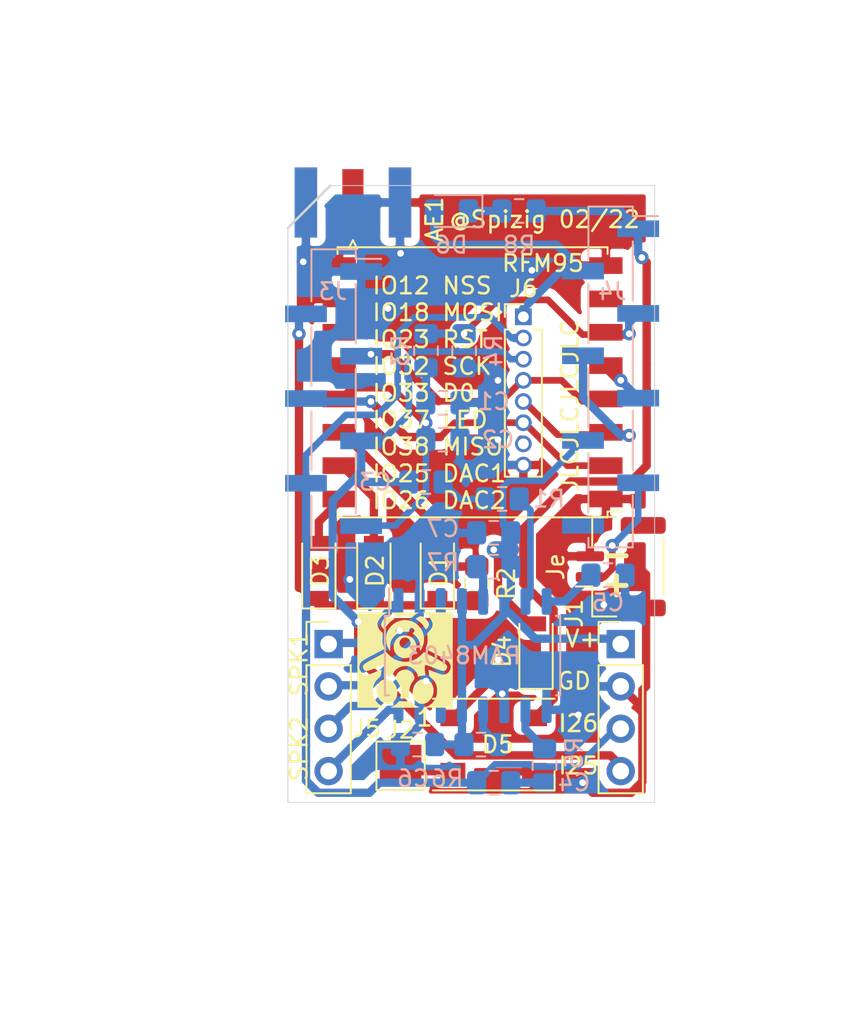
<source format=kicad_pcb>
(kicad_pcb (version 20171130) (host pcbnew "(5.1.10)-1")

  (general
    (thickness 1.6)
    (drawings 17)
    (tracks 263)
    (zones 0)
    (modules 32)
    (nets 38)
  )

  (page A4)
  (layers
    (0 F.Cu signal)
    (31 B.Cu signal)
    (32 B.Adhes user)
    (33 F.Adhes user)
    (34 B.Paste user)
    (35 F.Paste user)
    (36 B.SilkS user)
    (37 F.SilkS user)
    (38 B.Mask user)
    (39 F.Mask user)
    (40 Dwgs.User user)
    (41 Cmts.User user)
    (42 Eco1.User user)
    (43 Eco2.User user)
    (44 Edge.Cuts user)
    (45 Margin user)
    (46 B.CrtYd user hide)
    (47 F.CrtYd user)
    (48 B.Fab user)
    (49 F.Fab user hide)
  )

  (setup
    (last_trace_width 0.25)
    (trace_clearance 0.2)
    (zone_clearance 0.508)
    (zone_45_only no)
    (trace_min 0.2)
    (via_size 0.8)
    (via_drill 0.4)
    (via_min_size 0.4)
    (via_min_drill 0.3)
    (uvia_size 0.3)
    (uvia_drill 0.1)
    (uvias_allowed no)
    (uvia_min_size 0.2)
    (uvia_min_drill 0.1)
    (edge_width 0.05)
    (segment_width 0.2)
    (pcb_text_width 0.3)
    (pcb_text_size 1.5 1.5)
    (mod_edge_width 0.12)
    (mod_text_size 1 1)
    (mod_text_width 0.15)
    (pad_size 1.524 1.524)
    (pad_drill 0.762)
    (pad_to_mask_clearance 0)
    (aux_axis_origin 122 100)
    (grid_origin 122 100)
    (visible_elements 7FFFFFFF)
    (pcbplotparams
      (layerselection 0x010fc_ffffffff)
      (usegerberextensions false)
      (usegerberattributes true)
      (usegerberadvancedattributes true)
      (creategerberjobfile true)
      (excludeedgelayer true)
      (linewidth 0.100000)
      (plotframeref false)
      (viasonmask false)
      (mode 1)
      (useauxorigin false)
      (hpglpennumber 1)
      (hpglpenspeed 20)
      (hpglpendiameter 15.000000)
      (psnegative false)
      (psa4output false)
      (plotreference true)
      (plotvalue true)
      (plotinvisibletext false)
      (padsonsilk false)
      (subtractmaskfromsilk false)
      (outputformat 1)
      (mirror false)
      (drillshape 0)
      (scaleselection 1)
      (outputdirectory "Gerber/"))
  )

  (net 0 "")
  (net 1 +3V3)
  (net 2 GND)
  (net 3 /IO26)
  (net 4 /IO25)
  (net 5 /IO12_NSS)
  (net 6 /IO33_D0)
  (net 7 /IO38_MISO)
  (net 8 /IO23_RST)
  (net 9 /IO32_SCK)
  (net 10 /IO18_MOSI)
  (net 11 +5V)
  (net 12 /IO37_LED)
  (net 13 "Net-(D1-Pad2)")
  (net 14 "Net-(D2-Pad2)")
  (net 15 "Net-(D3-Pad2)")
  (net 16 "Net-(D4-Pad1)")
  (net 17 "Net-(C3-Pad1)")
  (net 18 "Net-(C4-Pad2)")
  (net 19 "Net-(C5-Pad1)")
  (net 20 "Net-(D5-Pad2)")
  (net 21 VDD)
  (net 22 "Net-(J5-Pad4)")
  (net 23 "Net-(J5-Pad3)")
  (net 24 "Net-(J5-Pad2)")
  (net 25 "Net-(J5-Pad1)")
  (net 26 "Net-(D6-Pad1)")
  (net 27 "Net-(PAM8403-Pad12)")
  (net 28 "Net-(PAM8403-Pad10)")
  (net 29 "Net-(PAM8403-Pad7)")
  (net 30 "Net-(PAM8403-Pad5)")
  (net 31 "Net-(AE1-Pad1)")
  (net 32 +VDC)
  (net 33 +BATT)
  (net 34 "Net-(RFM95-Pad12)")
  (net 35 "Net-(RFM95-Pad11)")
  (net 36 "Net-(RFM95-Pad7)")
  (net 37 /GDO2)

  (net_class Default "This is the default net class."
    (clearance 0.2)
    (trace_width 0.25)
    (via_dia 0.8)
    (via_drill 0.4)
    (uvia_dia 0.3)
    (uvia_drill 0.1)
    (add_net +3V3)
    (add_net +5V)
    (add_net +BATT)
    (add_net +VDC)
    (add_net /GDO2)
    (add_net /IO12_NSS)
    (add_net /IO18_MOSI)
    (add_net /IO23_RST)
    (add_net /IO25)
    (add_net /IO26)
    (add_net /IO32_SCK)
    (add_net /IO33_D0)
    (add_net /IO37_LED)
    (add_net /IO38_MISO)
    (add_net GND)
    (add_net "Net-(AE1-Pad1)")
    (add_net "Net-(C3-Pad1)")
    (add_net "Net-(C4-Pad2)")
    (add_net "Net-(C5-Pad1)")
    (add_net "Net-(D1-Pad2)")
    (add_net "Net-(D2-Pad2)")
    (add_net "Net-(D3-Pad2)")
    (add_net "Net-(D4-Pad1)")
    (add_net "Net-(D5-Pad2)")
    (add_net "Net-(D6-Pad1)")
    (add_net "Net-(J5-Pad1)")
    (add_net "Net-(J5-Pad2)")
    (add_net "Net-(J5-Pad3)")
    (add_net "Net-(J5-Pad4)")
    (add_net "Net-(PAM8403-Pad10)")
    (add_net "Net-(PAM8403-Pad12)")
    (add_net "Net-(PAM8403-Pad5)")
    (add_net "Net-(PAM8403-Pad7)")
    (add_net "Net-(RFM95-Pad11)")
    (add_net "Net-(RFM95-Pad12)")
    (add_net "Net-(RFM95-Pad7)")
    (add_net VDD)
  )

  (module Connector_JST:JST_GH_SM02B-GHS-TB_1x02-1MP_P1.25mm_Horizontal (layer F.Cu) (tedit 5B78AD87) (tstamp 61E8D074)
    (at 119.968 122.86 90)
    (descr "JST GH series connector, SM02B-GHS-TB (http://www.jst-mfg.com/product/pdf/eng/eGH.pdf), generated with kicad-footprint-generator")
    (tags "connector JST GH top entry")
    (path /61ED5D14)
    (attr smd)
    (fp_text reference Je (at 0 -3.9 90) (layer F.SilkS)
      (effects (font (size 1 1) (thickness 0.15)))
    )
    (fp_text value Conn_01x02_Female (at 0 3.9 90) (layer F.Fab)
      (effects (font (size 1 1) (thickness 0.15)))
    )
    (fp_line (start -2.875 -1.6) (end 2.875 -1.6) (layer F.Fab) (width 0.1))
    (fp_line (start -2.985 -0.26) (end -2.985 -1.71) (layer F.SilkS) (width 0.12))
    (fp_line (start -2.985 -1.71) (end -1.185 -1.71) (layer F.SilkS) (width 0.12))
    (fp_line (start -1.185 -1.71) (end -1.185 -2.7) (layer F.SilkS) (width 0.12))
    (fp_line (start 2.985 -0.26) (end 2.985 -1.71) (layer F.SilkS) (width 0.12))
    (fp_line (start 2.985 -1.71) (end 1.185 -1.71) (layer F.SilkS) (width 0.12))
    (fp_line (start -1.715 2.56) (end 1.715 2.56) (layer F.SilkS) (width 0.12))
    (fp_line (start -2.875 2.45) (end 2.875 2.45) (layer F.Fab) (width 0.1))
    (fp_line (start -2.875 -1.6) (end -2.875 2.45) (layer F.Fab) (width 0.1))
    (fp_line (start 2.875 -1.6) (end 2.875 2.45) (layer F.Fab) (width 0.1))
    (fp_line (start -3.48 -3.2) (end -3.48 3.2) (layer F.CrtYd) (width 0.05))
    (fp_line (start -3.48 3.2) (end 3.48 3.2) (layer F.CrtYd) (width 0.05))
    (fp_line (start 3.48 3.2) (end 3.48 -3.2) (layer F.CrtYd) (width 0.05))
    (fp_line (start 3.48 -3.2) (end -3.48 -3.2) (layer F.CrtYd) (width 0.05))
    (fp_line (start -1.125 -1.6) (end -0.625 -0.892893) (layer F.Fab) (width 0.1))
    (fp_line (start -0.625 -0.892893) (end -0.125 -1.6) (layer F.Fab) (width 0.1))
    (fp_text user %R (at 0 0 90) (layer F.Fab)
      (effects (font (size 1 1) (thickness 0.15)))
    )
    (pad MP smd roundrect (at 2.475 1.35 90) (size 1 2.7) (layers F.Cu F.Paste F.Mask) (roundrect_rratio 0.25))
    (pad MP smd roundrect (at -2.475 1.35 90) (size 1 2.7) (layers F.Cu F.Paste F.Mask) (roundrect_rratio 0.25))
    (pad 2 smd roundrect (at 0.625 -1.85 90) (size 0.6 1.7) (layers F.Cu F.Paste F.Mask) (roundrect_rratio 0.25)
      (net 2 GND))
    (pad 1 smd roundrect (at -0.625 -1.85 90) (size 0.6 1.7) (layers F.Cu F.Paste F.Mask) (roundrect_rratio 0.25)
      (net 33 +BATT))
    (model ${KISYS3DMOD}/Connector_JST.3dshapes/JST_GH_SM02B-GHS-TB_1x02-1MP_P1.25mm_Horizontal.wrl
      (at (xyz 0 0 0))
      (scale (xyz 1 1 1))
      (rotate (xyz 0 0 0))
    )
  )

  (module Connector_PinHeader_1.27mm:PinHeader_1x08_P1.27mm_Vertical (layer F.Cu) (tedit 59FED6E3) (tstamp 61E85738)
    (at 114.126 107.874)
    (descr "Through hole straight pin header, 1x08, 1.27mm pitch, single row")
    (tags "Through hole pin header THT 1x08 1.27mm single row")
    (path /61E8B4DE)
    (fp_text reference J6 (at 0 -1.695) (layer F.SilkS)
      (effects (font (size 1 1) (thickness 0.15)))
    )
    (fp_text value Conn_01x08_Female (at 0 10.585) (layer F.Fab)
      (effects (font (size 1 1) (thickness 0.15)))
    )
    (fp_line (start 1.55 -1.15) (end -1.55 -1.15) (layer F.CrtYd) (width 0.05))
    (fp_line (start 1.55 10.05) (end 1.55 -1.15) (layer F.CrtYd) (width 0.05))
    (fp_line (start -1.55 10.05) (end 1.55 10.05) (layer F.CrtYd) (width 0.05))
    (fp_line (start -1.55 -1.15) (end -1.55 10.05) (layer F.CrtYd) (width 0.05))
    (fp_line (start -1.11 -0.76) (end 0 -0.76) (layer F.SilkS) (width 0.12))
    (fp_line (start -1.11 0) (end -1.11 -0.76) (layer F.SilkS) (width 0.12))
    (fp_line (start 0.563471 0.76) (end 1.11 0.76) (layer F.SilkS) (width 0.12))
    (fp_line (start -1.11 0.76) (end -0.563471 0.76) (layer F.SilkS) (width 0.12))
    (fp_line (start 1.11 0.76) (end 1.11 9.585) (layer F.SilkS) (width 0.12))
    (fp_line (start -1.11 0.76) (end -1.11 9.585) (layer F.SilkS) (width 0.12))
    (fp_line (start 0.30753 9.585) (end 1.11 9.585) (layer F.SilkS) (width 0.12))
    (fp_line (start -1.11 9.585) (end -0.30753 9.585) (layer F.SilkS) (width 0.12))
    (fp_line (start -1.05 -0.11) (end -0.525 -0.635) (layer F.Fab) (width 0.1))
    (fp_line (start -1.05 9.525) (end -1.05 -0.11) (layer F.Fab) (width 0.1))
    (fp_line (start 1.05 9.525) (end -1.05 9.525) (layer F.Fab) (width 0.1))
    (fp_line (start 1.05 -0.635) (end 1.05 9.525) (layer F.Fab) (width 0.1))
    (fp_line (start -0.525 -0.635) (end 1.05 -0.635) (layer F.Fab) (width 0.1))
    (fp_text user %R (at 0 4.445 90) (layer F.Fab)
      (effects (font (size 1 1) (thickness 0.15)))
    )
    (pad 8 thru_hole oval (at 0 8.89) (size 1 1) (drill 0.65) (layers *.Cu *.Mask)
      (net 2 GND))
    (pad 7 thru_hole oval (at 0 7.62) (size 1 1) (drill 0.65) (layers *.Cu *.Mask)
      (net 37 /GDO2))
    (pad 6 thru_hole oval (at 0 6.35) (size 1 1) (drill 0.65) (layers *.Cu *.Mask)
      (net 7 /IO38_MISO))
    (pad 5 thru_hole oval (at 0 5.08) (size 1 1) (drill 0.65) (layers *.Cu *.Mask)
      (net 10 /IO18_MOSI))
    (pad 4 thru_hole oval (at 0 3.81) (size 1 1) (drill 0.65) (layers *.Cu *.Mask)
      (net 9 /IO32_SCK))
    (pad 3 thru_hole oval (at 0 2.54) (size 1 1) (drill 0.65) (layers *.Cu *.Mask)
      (net 4 /IO25))
    (pad 2 thru_hole oval (at 0 1.27) (size 1 1) (drill 0.65) (layers *.Cu *.Mask)
      (net 3 /IO26))
    (pad 1 thru_hole rect (at 0 0) (size 1 1) (drill 0.65) (layers *.Cu *.Mask)
      (net 21 VDD))
    (model ${KISYS3DMOD}/Connector_PinHeader_1.27mm.3dshapes/PinHeader_1x08_P1.27mm_Vertical.wrl
      (at (xyz 0 0 0))
      (scale (xyz 1 1 1))
      (rotate (xyz 0 0 0))
    )
  )

  (module tp4056:HOPERF_RFM9XW_SMD_3D (layer F.Cu) (tedit 61D5CD93) (tstamp 61820E3B)
    (at 111.078 111.8 180)
    (descr "Low Power Long Range Transceiver Module SMD-16 (https://www.hoperf.com/data/upload/portal/20181127/5bfcbea20e9ef.pdf)")
    (tags "LoRa Low Power Long Range Transceiver Module")
    (path /5F47FB24)
    (attr smd)
    (fp_text reference RFM95 (at -4.222 7.138) (layer F.SilkS)
      (effects (font (size 1 1) (thickness 0.15)))
    )
    (fp_text value RFM95W-868S2 (at 0 9.5) (layer F.Fab)
      (effects (font (size 1 1) (thickness 0.15)))
    )
    (fp_line (start -7 -8) (end -8 -7) (layer F.Fab) (width 0.1))
    (fp_line (start -8.1 -7.75) (end -9 -7.75) (layer F.SilkS) (width 0.12))
    (fp_line (start -8.1 -8.1) (end -8.1 -7.75) (layer F.SilkS) (width 0.12))
    (fp_line (start 8.1 8.1) (end 8.1 7.7) (layer F.SilkS) (width 0.12))
    (fp_line (start -8.1 8.1) (end 8.1 8.1) (layer F.SilkS) (width 0.12))
    (fp_line (start -8.1 7.7) (end -8.1 8.1) (layer F.SilkS) (width 0.12))
    (fp_line (start 8.1 -8.1) (end 8.1 -7.7) (layer F.SilkS) (width 0.12))
    (fp_line (start -8.1 -8.1) (end 8.1 -8.1) (layer F.SilkS) (width 0.12))
    (fp_line (start -9.25 8.25) (end -9.25 -8.25) (layer F.CrtYd) (width 0.05))
    (fp_line (start -9.25 8.25) (end 9.25 8.25) (layer F.CrtYd) (width 0.05))
    (fp_line (start 9.25 -8.25) (end 9.25 8.25) (layer F.CrtYd) (width 0.05))
    (fp_line (start -9.25 -8.25) (end 9.25 -8.25) (layer F.CrtYd) (width 0.05))
    (fp_line (start -8 8) (end -8 -7) (layer F.Fab) (width 0.1))
    (fp_line (start -8 8) (end 8 8) (layer F.Fab) (width 0.1))
    (fp_line (start 8 8) (end 8 -8) (layer F.Fab) (width 0.1))
    (fp_line (start -7 -8) (end 8 -8) (layer F.Fab) (width 0.1))
    (fp_text user %R (at 0 0) (layer F.Fab)
      (effects (font (size 1 1) (thickness 0.15)))
    )
    (pad 16 smd rect (at 8 -7 180) (size 2 1) (layers F.Cu F.Paste F.Mask)
      (net 15 "Net-(D3-Pad2)"))
    (pad 15 smd rect (at 8 -5 180) (size 2 1) (layers F.Cu F.Paste F.Mask)
      (net 14 "Net-(D2-Pad2)"))
    (pad 14 smd rect (at 8 -3 180) (size 2 1) (layers F.Cu F.Paste F.Mask)
      (net 13 "Net-(D1-Pad2)"))
    (pad 13 smd rect (at 8 -1 180) (size 2 1) (layers F.Cu F.Paste F.Mask)
      (net 1 +3V3))
    (pad 12 smd rect (at 8 1 180) (size 2 1) (layers F.Cu F.Paste F.Mask)
      (net 34 "Net-(RFM95-Pad12)"))
    (pad 11 smd rect (at 8 3 180) (size 2 1) (layers F.Cu F.Paste F.Mask)
      (net 35 "Net-(RFM95-Pad11)"))
    (pad 10 smd rect (at 8 5 180) (size 2 1) (layers F.Cu F.Paste F.Mask)
      (net 2 GND))
    (pad 9 smd rect (at 8 7 180) (size 2 1) (layers F.Cu F.Paste F.Mask)
      (net 31 "Net-(AE1-Pad1)"))
    (pad 8 smd rect (at -8 7 180) (size 2 1) (layers F.Cu F.Paste F.Mask)
      (net 2 GND))
    (pad 7 smd rect (at -8 5 180) (size 2 1) (layers F.Cu F.Paste F.Mask)
      (net 36 "Net-(RFM95-Pad7)"))
    (pad 6 smd rect (at -8 3 180) (size 2 1) (layers F.Cu F.Paste F.Mask)
      (net 8 /IO23_RST))
    (pad 5 smd rect (at -8 1 180) (size 2 1) (layers F.Cu F.Paste F.Mask)
      (net 5 /IO12_NSS))
    (pad 4 smd rect (at -8 -1 180) (size 2 1) (layers F.Cu F.Paste F.Mask)
      (net 9 /IO32_SCK))
    (pad 3 smd rect (at -8 -3 180) (size 2 1) (layers F.Cu F.Paste F.Mask)
      (net 10 /IO18_MOSI))
    (pad 2 smd rect (at -8 -5 180) (size 2 1) (layers F.Cu F.Paste F.Mask)
      (net 7 /IO38_MISO))
    (pad 1 smd rect (at -8 -7 180) (size 2 1) (layers F.Cu F.Paste F.Mask)
      (net 2 GND))
    (model "C:/Program Files/KiCad/share/kicad/modules/RF_Module.pretty/HOPERF_RFM9XW_THT.kicad_mod"
      (at (xyz 0 0 0))
      (scale (xyz 1 1 1))
      (rotate (xyz 0 0 0))
    )
    (model ${D3MODEL}/RFM95W-868S2--3DModel-STEP-56544.STEP
      (at (xyz 0 0 0))
      (scale (xyz 1 1 1))
      (rotate (xyz -90 0 0))
    )
  )

  (module Diode_SMD:D_SOD-123 (layer F.Cu) (tedit 58645DC7) (tstamp 617E690A)
    (at 108.966 123.114 90)
    (descr SOD-123)
    (tags SOD-123)
    (path /5F48238C)
    (attr smd)
    (fp_text reference D1 (at 0 0.08 90) (layer F.SilkS)
      (effects (font (size 1 1) (thickness 0.15)))
    )
    (fp_text value MBR0530 (at 0 2.1 90) (layer F.Fab)
      (effects (font (size 1 1) (thickness 0.15)))
    )
    (fp_line (start -2.25 -1) (end -2.25 1) (layer F.SilkS) (width 0.12))
    (fp_line (start 0.25 0) (end 0.75 0) (layer F.Fab) (width 0.1))
    (fp_line (start 0.25 0.4) (end -0.35 0) (layer F.Fab) (width 0.1))
    (fp_line (start 0.25 -0.4) (end 0.25 0.4) (layer F.Fab) (width 0.1))
    (fp_line (start -0.35 0) (end 0.25 -0.4) (layer F.Fab) (width 0.1))
    (fp_line (start -0.35 0) (end -0.35 0.55) (layer F.Fab) (width 0.1))
    (fp_line (start -0.35 0) (end -0.35 -0.55) (layer F.Fab) (width 0.1))
    (fp_line (start -0.75 0) (end -0.35 0) (layer F.Fab) (width 0.1))
    (fp_line (start -1.4 0.9) (end -1.4 -0.9) (layer F.Fab) (width 0.1))
    (fp_line (start 1.4 0.9) (end -1.4 0.9) (layer F.Fab) (width 0.1))
    (fp_line (start 1.4 -0.9) (end 1.4 0.9) (layer F.Fab) (width 0.1))
    (fp_line (start -1.4 -0.9) (end 1.4 -0.9) (layer F.Fab) (width 0.1))
    (fp_line (start -2.35 -1.15) (end 2.35 -1.15) (layer F.CrtYd) (width 0.05))
    (fp_line (start 2.35 -1.15) (end 2.35 1.15) (layer F.CrtYd) (width 0.05))
    (fp_line (start 2.35 1.15) (end -2.35 1.15) (layer F.CrtYd) (width 0.05))
    (fp_line (start -2.35 -1.15) (end -2.35 1.15) (layer F.CrtYd) (width 0.05))
    (fp_line (start -2.25 1) (end 1.65 1) (layer F.SilkS) (width 0.12))
    (fp_line (start -2.25 -1) (end 1.65 -1) (layer F.SilkS) (width 0.12))
    (fp_text user %R (at 0 -2 90) (layer F.Fab)
      (effects (font (size 1 1) (thickness 0.15)))
    )
    (pad 2 smd rect (at 1.65 0 90) (size 0.9 1.2) (layers F.Cu F.Paste F.Mask)
      (net 13 "Net-(D1-Pad2)"))
    (pad 1 smd rect (at -1.65 0 90) (size 0.9 1.2) (layers F.Cu F.Paste F.Mask)
      (net 6 /IO33_D0))
    (model ${KISYS3DMOD}/Diode_SMD.3dshapes/D_SOD-123.wrl
      (at (xyz 0 0 0))
      (scale (xyz 1 1 1))
      (rotate (xyz 0 0 0))
    )
  )

  (module Diode_SMD:D_SOD-123 (layer F.Cu) (tedit 58645DC7) (tstamp 617E693C)
    (at 101.854 123.114 90)
    (descr SOD-123)
    (tags SOD-123)
    (path /5F482F12)
    (attr smd)
    (fp_text reference D3 (at 0 0.08 90) (layer F.SilkS)
      (effects (font (size 1 1) (thickness 0.15)))
    )
    (fp_text value MBR0530 (at 0 2.1 90) (layer F.Fab)
      (effects (font (size 1 1) (thickness 0.15)))
    )
    (fp_line (start -2.25 -1) (end -2.25 1) (layer F.SilkS) (width 0.12))
    (fp_line (start 0.25 0) (end 0.75 0) (layer F.Fab) (width 0.1))
    (fp_line (start 0.25 0.4) (end -0.35 0) (layer F.Fab) (width 0.1))
    (fp_line (start 0.25 -0.4) (end 0.25 0.4) (layer F.Fab) (width 0.1))
    (fp_line (start -0.35 0) (end 0.25 -0.4) (layer F.Fab) (width 0.1))
    (fp_line (start -0.35 0) (end -0.35 0.55) (layer F.Fab) (width 0.1))
    (fp_line (start -0.35 0) (end -0.35 -0.55) (layer F.Fab) (width 0.1))
    (fp_line (start -0.75 0) (end -0.35 0) (layer F.Fab) (width 0.1))
    (fp_line (start -1.4 0.9) (end -1.4 -0.9) (layer F.Fab) (width 0.1))
    (fp_line (start 1.4 0.9) (end -1.4 0.9) (layer F.Fab) (width 0.1))
    (fp_line (start 1.4 -0.9) (end 1.4 0.9) (layer F.Fab) (width 0.1))
    (fp_line (start -1.4 -0.9) (end 1.4 -0.9) (layer F.Fab) (width 0.1))
    (fp_line (start -2.35 -1.15) (end 2.35 -1.15) (layer F.CrtYd) (width 0.05))
    (fp_line (start 2.35 -1.15) (end 2.35 1.15) (layer F.CrtYd) (width 0.05))
    (fp_line (start 2.35 1.15) (end -2.35 1.15) (layer F.CrtYd) (width 0.05))
    (fp_line (start -2.35 -1.15) (end -2.35 1.15) (layer F.CrtYd) (width 0.05))
    (fp_line (start -2.25 1) (end 1.65 1) (layer F.SilkS) (width 0.12))
    (fp_line (start -2.25 -1) (end 1.65 -1) (layer F.SilkS) (width 0.12))
    (fp_text user %R (at 0 -2 90) (layer F.Fab)
      (effects (font (size 1 1) (thickness 0.15)))
    )
    (pad 2 smd rect (at 1.65 0 90) (size 0.9 1.2) (layers F.Cu F.Paste F.Mask)
      (net 15 "Net-(D3-Pad2)"))
    (pad 1 smd rect (at -1.65 0 90) (size 0.9 1.2) (layers F.Cu F.Paste F.Mask)
      (net 6 /IO33_D0))
    (model ${KISYS3DMOD}/Diode_SMD.3dshapes/D_SOD-123.wrl
      (at (xyz 0 0 0))
      (scale (xyz 1 1 1))
      (rotate (xyz 0 0 0))
    )
  )

  (module Diode_SMD:D_SOD-123 (layer F.Cu) (tedit 58645DC7) (tstamp 617E6923)
    (at 105.156 123.114 90)
    (descr SOD-123)
    (tags SOD-123)
    (path /5F482AF8)
    (attr smd)
    (fp_text reference D2 (at 0 0.08 90) (layer F.SilkS)
      (effects (font (size 1 1) (thickness 0.15)))
    )
    (fp_text value MBR0530 (at 0 2.1 90) (layer F.Fab)
      (effects (font (size 1 1) (thickness 0.15)))
    )
    (fp_line (start -2.25 -1) (end -2.25 1) (layer F.SilkS) (width 0.12))
    (fp_line (start 0.25 0) (end 0.75 0) (layer F.Fab) (width 0.1))
    (fp_line (start 0.25 0.4) (end -0.35 0) (layer F.Fab) (width 0.1))
    (fp_line (start 0.25 -0.4) (end 0.25 0.4) (layer F.Fab) (width 0.1))
    (fp_line (start -0.35 0) (end 0.25 -0.4) (layer F.Fab) (width 0.1))
    (fp_line (start -0.35 0) (end -0.35 0.55) (layer F.Fab) (width 0.1))
    (fp_line (start -0.35 0) (end -0.35 -0.55) (layer F.Fab) (width 0.1))
    (fp_line (start -0.75 0) (end -0.35 0) (layer F.Fab) (width 0.1))
    (fp_line (start -1.4 0.9) (end -1.4 -0.9) (layer F.Fab) (width 0.1))
    (fp_line (start 1.4 0.9) (end -1.4 0.9) (layer F.Fab) (width 0.1))
    (fp_line (start 1.4 -0.9) (end 1.4 0.9) (layer F.Fab) (width 0.1))
    (fp_line (start -1.4 -0.9) (end 1.4 -0.9) (layer F.Fab) (width 0.1))
    (fp_line (start -2.35 -1.15) (end 2.35 -1.15) (layer F.CrtYd) (width 0.05))
    (fp_line (start 2.35 -1.15) (end 2.35 1.15) (layer F.CrtYd) (width 0.05))
    (fp_line (start 2.35 1.15) (end -2.35 1.15) (layer F.CrtYd) (width 0.05))
    (fp_line (start -2.35 -1.15) (end -2.35 1.15) (layer F.CrtYd) (width 0.05))
    (fp_line (start -2.25 1) (end 1.65 1) (layer F.SilkS) (width 0.12))
    (fp_line (start -2.25 -1) (end 1.65 -1) (layer F.SilkS) (width 0.12))
    (fp_text user %R (at 0 -2 90) (layer F.Fab)
      (effects (font (size 1 1) (thickness 0.15)))
    )
    (pad 2 smd rect (at 1.65 0 90) (size 0.9 1.2) (layers F.Cu F.Paste F.Mask)
      (net 14 "Net-(D2-Pad2)"))
    (pad 1 smd rect (at -1.65 0 90) (size 0.9 1.2) (layers F.Cu F.Paste F.Mask)
      (net 6 /IO33_D0))
    (model ${KISYS3DMOD}/Diode_SMD.3dshapes/D_SOD-123.wrl
      (at (xyz 0 0 0))
      (scale (xyz 1 1 1))
      (rotate (xyz 0 0 0))
    )
  )

  (module Symbol:baerklein (layer F.Cu) (tedit 0) (tstamp 6191C4C9)
    (at 107.014 128.448)
    (path /6193135B)
    (fp_text reference TP1 (at 0 0) (layer F.SilkS) hide
      (effects (font (size 1.524 1.524) (thickness 0.3)))
    )
    (fp_text value TestPoint (at 0.75 0) (layer F.SilkS) hide
      (effects (font (size 1.524 1.524) (thickness 0.3)))
    )
    (fp_poly (pts (xy -1.0287 -2.844304) (xy -1.162612 -2.781961) (xy -1.290331 -2.703689) (xy -1.41025 -2.596176)
      (xy -1.514188 -2.470357) (xy -1.593961 -2.337166) (xy -1.64139 -2.207537) (xy -1.651 -2.129245)
      (xy -1.626022 -1.988189) (xy -1.552427 -1.847031) (xy -1.458292 -1.735175) (xy -1.327362 -1.603449)
      (xy -1.339796 -1.316075) (xy -1.344255 -1.183183) (xy -1.343053 -1.085047) (xy -1.334519 -1.00578)
      (xy -1.316979 -0.929494) (xy -1.29013 -0.844363) (xy -1.22803 -0.660025) (xy -1.458565 -0.536777)
      (xy -1.561288 -0.482079) (xy -1.695377 -0.411) (xy -1.847207 -0.330746) (xy -2.003151 -0.248523)
      (xy -2.094597 -0.200414) (xy -2.233063 -0.125424) (xy -2.362359 -0.051325) (xy -2.472913 0.016089)
      (xy -2.555152 0.071023) (xy -2.593608 0.1016) (xy -2.681039 0.215201) (xy -2.725525 0.341197)
      (xy -2.730477 0.471207) (xy -2.699309 0.59685) (xy -2.635431 0.709747) (xy -2.542258 0.801517)
      (xy -2.4232 0.86378) (xy -2.281671 0.888156) (xy -2.2733 0.888231) (xy -2.205635 0.88271)
      (xy -2.122985 0.864355) (xy -2.01679 0.83058) (xy -1.878493 0.778801) (xy -1.778 0.738608)
      (xy -1.65186 0.687858) (xy -1.543519 0.645254) (xy -1.461097 0.613913) (xy -1.412719 0.596947)
      (xy -1.403427 0.594948) (xy -1.403455 0.621095) (xy -1.40911 0.685153) (xy -1.41924 0.774685)
      (xy -1.422535 0.801162) (xy -1.440344 0.91434) (xy -1.46067 0.984874) (xy -1.486058 1.020921)
      (xy -1.492308 1.024893) (xy -1.531639 1.054163) (xy -1.592957 1.108783) (xy -1.663332 1.177205)
      (xy -1.666748 1.180671) (xy -1.79174 1.342747) (xy -1.876079 1.529298) (xy -1.918838 1.733138)
      (xy -1.919095 1.947084) (xy -1.875923 2.163951) (xy -1.814088 2.325046) (xy -1.699108 2.513387)
      (xy -1.549071 2.66685) (xy -1.368319 2.78161) (xy -1.237335 2.83335) (xy -1.213463 2.842396)
      (xy -1.208424 2.84971) (xy -1.226329 2.855485) (xy -1.271287 2.859914) (xy -1.347408 2.86319)
      (xy -1.458804 2.865504) (xy -1.609583 2.867051) (xy -1.803857 2.868021) (xy -1.98755 2.8685)
      (xy -2.8448 2.8702) (xy -2.8448 -2.8448) (xy -1.0287 -2.844304)) (layer F.SilkS) (width 0.01))
    (fp_poly (pts (xy 0.485219 2.603399) (xy 0.627991 2.728985) (xy 0.786225 2.816818) (xy 0.8763 2.846366)
      (xy 0.869365 2.85055) (xy 0.816632 2.854406) (xy 0.723103 2.857826) (xy 0.593778 2.860702)
      (xy 0.433659 2.862927) (xy 0.247747 2.864393) (xy 0.041044 2.864991) (xy 0.0127 2.865)
      (xy -0.196356 2.864523) (xy -0.385275 2.863165) (xy -0.549056 2.861033) (xy -0.682698 2.858236)
      (xy -0.781199 2.854881) (xy -0.839559 2.851076) (xy -0.852776 2.846929) (xy -0.8509 2.846366)
      (xy -0.689785 2.783155) (xy -0.536759 2.677612) (xy -0.45982 2.603399) (xy -0.350423 2.484717)
      (xy 0.375822 2.484717) (xy 0.485219 2.603399)) (layer F.SilkS) (width 0.01))
    (fp_poly (pts (xy 2.8702 2.8702) (xy 2.01295 2.8685) (xy 1.782026 2.867845) (xy 1.597792 2.866763)
      (xy 1.456137 2.865062) (xy 1.352951 2.862551) (xy 1.284124 2.859035) (xy 1.245545 2.854323)
      (xy 1.233105 2.848221) (xy 1.242692 2.840538) (xy 1.262734 2.83335) (xy 1.451548 2.749816)
      (xy 1.61292 2.630017) (xy 1.745063 2.480824) (xy 1.846194 2.309106) (xy 1.914526 2.121736)
      (xy 1.948275 1.925584) (xy 1.945655 1.72752) (xy 1.904882 1.534416) (xy 1.824169 1.353142)
      (xy 1.701732 1.190569) (xy 1.692147 1.180671) (xy 1.621302 1.111636) (xy 1.558497 1.055655)
      (xy 1.516864 1.024407) (xy 1.515717 1.02378) (xy 1.488504 0.995745) (xy 1.467717 0.938811)
      (xy 1.450367 0.843607) (xy 1.444767 0.801226) (xy 1.434103 0.707399) (xy 1.427804 0.635617)
      (xy 1.426921 0.598493) (xy 1.427649 0.596125) (xy 1.452447 0.602708) (xy 1.516052 0.625577)
      (xy 1.610312 0.66164) (xy 1.727073 0.707807) (xy 1.8034 0.738608) (xy 1.964738 0.802265)
      (xy 2.088905 0.846387) (xy 2.18446 0.873558) (xy 2.259963 0.886365) (xy 2.2987 0.888231)
      (xy 2.441433 0.866174) (xy 2.561849 0.80575) (xy 2.656534 0.715342) (xy 2.722079 0.60333)
      (xy 2.75507 0.478096) (xy 2.752096 0.348019) (xy 2.709745 0.221482) (xy 2.624605 0.106865)
      (xy 2.618992 0.101434) (xy 2.571631 0.065831) (xy 2.485811 0.010944) (xy 2.368258 -0.059297)
      (xy 2.2257 -0.140965) (xy 2.064865 -0.230134) (xy 1.89248 -0.322874) (xy 1.889632 -0.324382)
      (xy 1.253801 -0.661133) (xy 1.315715 -0.844917) (xy 1.343393 -0.933087) (xy 1.360481 -1.009136)
      (xy 1.368647 -1.088936) (xy 1.369558 -1.188362) (xy 1.365195 -1.316075) (xy 1.352761 -1.603449)
      (xy 1.483691 -1.735175) (xy 1.595285 -1.873395) (xy 1.659891 -2.014846) (xy 1.6764 -2.129245)
      (xy 1.6548 -2.250533) (xy 1.595456 -2.3826) (xy 1.506549 -2.514511) (xy 1.39626 -2.635333)
      (xy 1.272771 -2.73413) (xy 1.188011 -2.781961) (xy 1.0541 -2.844304) (xy 2.8702 -2.8448)
      (xy 2.8702 2.8702)) (layer F.SilkS) (width 0.01))
    (fp_poly (pts (xy -0.933502 1.192165) (xy -0.791201 1.267973) (xy -0.682144 1.363097) (xy -0.572232 1.507291)
      (xy -0.498059 1.665329) (xy -0.457882 1.830646) (xy -0.449957 1.996675) (xy -0.47254 2.156849)
      (xy -0.523889 2.304601) (xy -0.602259 2.433365) (xy -0.705907 2.536575) (xy -0.833089 2.607663)
      (xy -0.982062 2.640063) (xy -1.021535 2.641351) (xy -1.11104 2.629634) (xy -1.213008 2.600087)
      (xy -1.2573 2.581837) (xy -1.41216 2.482461) (xy -1.538452 2.345754) (xy -1.631218 2.17937)
      (xy -1.685496 1.990959) (xy -1.695745 1.905409) (xy -1.689621 1.716083) (xy -1.646756 1.549349)
      (xy -1.572783 1.40822) (xy -1.473337 1.295711) (xy -1.354052 1.214837) (xy -1.220561 1.168612)
      (xy -1.0785 1.16005) (xy -0.933502 1.192165)) (layer F.SilkS) (width 0.01))
    (fp_poly (pts (xy 1.289613 1.178793) (xy 1.427425 1.240031) (xy 1.547233 1.343281) (xy 1.602796 1.417885)
      (xy 1.679447 1.565935) (xy 1.717749 1.715767) (xy 1.722352 1.886533) (xy 1.721144 1.905409)
      (xy 1.688769 2.086535) (xy 1.622297 2.249619) (xy 1.527661 2.390168) (xy 1.410794 2.503693)
      (xy 1.277629 2.585702) (xy 1.134097 2.631705) (xy 0.986132 2.637211) (xy 0.839666 2.59773)
      (xy 0.819191 2.588146) (xy 0.685177 2.495316) (xy 0.583206 2.370382) (xy 0.513997 2.221232)
      (xy 0.478269 2.055754) (xy 0.47674 1.881836) (xy 0.510131 1.707368) (xy 0.579159 1.540237)
      (xy 0.684544 1.388333) (xy 0.707543 1.363097) (xy 0.842761 1.25172) (xy 0.989819 1.184181)
      (xy 1.141257 1.160024) (xy 1.289613 1.178793)) (layer F.SilkS) (width 0.01))
    (fp_poly (pts (xy 0.094043 0.595731) (xy 0.235514 0.633797) (xy 0.364418 0.707859) (xy 0.472685 0.817916)
      (xy 0.544812 0.945334) (xy 0.57679 1.042314) (xy 0.576292 1.119518) (xy 0.540312 1.195945)
      (xy 0.49585 1.254968) (xy 0.379643 1.426318) (xy 0.304157 1.611259) (xy 0.265168 1.821286)
      (xy 0.259629 1.897261) (xy 0.257165 2.026426) (xy 0.262609 2.134903) (xy 0.275198 2.208428)
      (xy 0.276545 2.212529) (xy 0.293973 2.268837) (xy 0.299081 2.29894) (xy 0.298564 2.299971)
      (xy 0.26791 2.306635) (xy 0.200542 2.31276) (xy 0.110542 2.317776) (xy 0.011996 2.321111)
      (xy -0.081012 2.322193) (xy -0.154397 2.320452) (xy -0.17268 2.319086) (xy -0.239844 2.309958)
      (xy -0.267281 2.294917) (xy -0.266009 2.265737) (xy -0.26158 2.252729) (xy -0.25317 2.204642)
      (xy -0.246683 2.119381) (xy -0.242931 2.010562) (xy -0.242353 1.9304) (xy -0.24438 1.802782)
      (xy -0.251036 1.710256) (xy -0.264964 1.637153) (xy -0.288811 1.567802) (xy -0.312754 1.513243)
      (xy -0.366115 1.411632) (xy -0.429681 1.310155) (xy -0.470451 1.254968) (xy -0.531407 1.168695)
      (xy -0.554905 1.094141) (xy -0.543951 1.012307) (xy -0.519413 0.945334) (xy -0.436139 0.803422)
      (xy -0.325087 0.697506) (xy -0.194326 0.627585) (xy -0.051927 0.59366) (xy 0.094043 0.595731)) (layer F.SilkS) (width 0.01))
    (fp_poly (pts (xy -0.949432 -0.286065) (xy -0.792948 -0.146754) (xy -0.638449 -0.044458) (xy -0.468551 0.030769)
      (xy -0.31533 0.076755) (xy -0.124094 0.115075) (xy 0.048992 0.123648) (xy 0.226956 0.102473)
      (xy 0.340729 0.076755) (xy 0.535085 0.015425) (xy 0.700448 -0.065411) (xy 0.854271 -0.175729)
      (xy 0.974177 -0.285411) (xy 1.049384 -0.358939) (xy 1.109844 -0.416748) (xy 1.147376 -0.451087)
      (xy 1.155478 -0.4572) (xy 1.17893 -0.445839) (xy 1.241412 -0.413796) (xy 1.337046 -0.364135)
      (xy 1.459954 -0.29992) (xy 1.604255 -0.224214) (xy 1.764073 -0.140081) (xy 1.7688 -0.137588)
      (xy 1.981634 -0.024184) (xy 2.15282 0.070267) (xy 2.286447 0.148921) (xy 2.386601 0.214933)
      (xy 2.457373 0.27146) (xy 2.50285 0.321656) (xy 2.52712 0.368679) (xy 2.534272 0.415684)
      (xy 2.53118 0.450906) (xy 2.504686 0.53123) (xy 2.461136 0.599728) (xy 2.460378 0.600542)
      (xy 2.418328 0.635561) (xy 2.367744 0.655066) (xy 2.302409 0.657996) (xy 2.216105 0.643291)
      (xy 2.102616 0.609891) (xy 1.955726 0.556735) (xy 1.769216 0.482763) (xy 1.768814 0.4826)
      (xy 1.626741 0.426002) (xy 1.497824 0.376844) (xy 1.3906 0.338208) (xy 1.313607 0.313174)
      (xy 1.276277 0.3048) (xy 1.230702 0.313746) (xy 1.201828 0.345016) (xy 1.188276 0.40526)
      (xy 1.188669 0.501125) (xy 1.201628 0.639259) (xy 1.203564 0.65567) (xy 1.215402 0.764876)
      (xy 1.222763 0.853972) (xy 1.224864 0.911814) (xy 1.222703 0.927829) (xy 1.19211 0.935251)
      (xy 1.129869 0.939449) (xy 1.10386 0.9398) (xy 1.005961 0.949121) (xy 0.90648 0.971958)
      (xy 0.894646 0.975907) (xy 0.792306 1.012015) (xy 0.776843 0.929592) (xy 0.732553 0.807245)
      (xy 0.650649 0.681619) (xy 0.541922 0.564855) (xy 0.417162 0.469089) (xy 0.324003 0.42018)
      (xy 0.142489 0.369775) (xy -0.042422 0.364222) (xy -0.22266 0.399988) (xy -0.390152 0.473543)
      (xy -0.536829 0.581354) (xy -0.65462 0.71989) (xy -0.734722 0.88345) (xy -0.776611 1.007188)
      (xy -0.864556 0.975426) (xy -0.943639 0.956085) (xy -1.04236 0.943753) (xy -1.086151 0.941732)
      (xy -1.219801 0.9398) (xy -1.206087 0.84455) (xy -1.18136 0.665803) (xy -1.165896 0.531037)
      (xy -1.160199 0.434192) (xy -1.164771 0.369211) (xy -1.180115 0.330033) (xy -1.206733 0.310602)
      (xy -1.245129 0.304857) (xy -1.250878 0.3048) (xy -1.291324 0.31409) (xy -1.370096 0.339905)
      (xy -1.478656 0.379164) (xy -1.608466 0.428783) (xy -1.743415 0.4826) (xy -1.930007 0.556612)
      (xy -2.076968 0.609807) (xy -2.190515 0.643245) (xy -2.276865 0.657985) (xy -2.342235 0.655088)
      (xy -2.392842 0.635614) (xy -2.434902 0.600624) (xy -2.434979 0.600542) (xy -2.478658 0.532559)
      (xy -2.50558 0.45212) (xy -2.505781 0.450906) (xy -2.508421 0.401972) (xy -2.497012 0.355396)
      (xy -2.467465 0.308044) (xy -2.415691 0.256785) (xy -2.337602 0.198484) (xy -2.229109 0.13001)
      (xy -2.086124 0.048228) (xy -1.904556 -0.049993) (xy -1.736832 -0.138304) (xy -1.124164 -0.458509)
      (xy -0.949432 -0.286065)) (layer F.SilkS) (width 0.01))
    (fp_poly (pts (xy 0.173893 -1.448823) (xy 0.302828 -1.412555) (xy 0.414088 -1.345005) (xy 0.498911 -1.265876)
      (xy 0.602522 -1.123261) (xy 0.66902 -0.960986) (xy 0.696046 -0.790619) (xy 0.681239 -0.623726)
      (xy 0.649764 -0.526485) (xy 0.579592 -0.407749) (xy 0.479347 -0.292673) (xy 0.366574 -0.200064)
      (xy 0.319232 -0.172155) (xy 0.226059 -0.139407) (xy 0.106734 -0.117309) (xy -0.018214 -0.107856)
      (xy -0.128256 -0.113045) (xy -0.177965 -0.123812) (xy -0.338225 -0.200637) (xy -0.479002 -0.314861)
      (xy -0.587995 -0.455388) (xy -0.624365 -0.526485) (xy -0.666467 -0.685351) (xy -0.665264 -0.854908)
      (xy -0.623116 -1.023589) (xy -0.611274 -1.046507) (xy -0.325922 -1.046507) (xy -0.325853 -0.985095)
      (xy -0.304017 -0.908879) (xy -0.240596 -0.798122) (xy -0.143899 -0.722344) (xy -0.022306 -0.687449)
      (xy 0.0127 -0.6858) (xy 0.140109 -0.709624) (xy 0.205793 -0.743779) (xy 0.290152 -0.829678)
      (xy 0.329416 -0.908879) (xy 0.351321 -0.985494) (xy 0.351252 -1.046906) (xy 0.329416 -1.123122)
      (xy 0.269237 -1.230063) (xy 0.182134 -1.302498) (xy 0.078464 -1.340429) (xy -0.031413 -1.343854)
      (xy -0.13714 -1.312775) (xy -0.228357 -1.24719) (xy -0.294706 -1.147101) (xy -0.304017 -1.123122)
      (xy -0.325922 -1.046507) (xy -0.611274 -1.046507) (xy -0.542383 -1.179827) (xy -0.473512 -1.265876)
      (xy -0.365907 -1.362189) (xy -0.252125 -1.422638) (xy -0.117583 -1.453035) (xy 0.0127 -1.459621)
      (xy 0.173893 -1.448823)) (layer F.SilkS) (width 0.01))
    (fp_poly (pts (xy 0.183257 -2.372985) (xy 0.234174 -2.363696) (xy 0.458543 -2.293111) (xy 0.656681 -2.183461)
      (xy 0.825703 -2.040515) (xy 0.962726 -1.870041) (xy 1.064866 -1.677808) (xy 1.129239 -1.469587)
      (xy 1.15296 -1.251146) (xy 1.133146 -1.028254) (xy 1.066912 -0.80668) (xy 1.041308 -0.749109)
      (xy 0.98754 -0.641163) (xy 0.949431 -0.579678) (xy 0.924376 -0.565527) (xy 0.90977 -0.599583)
      (xy 0.903008 -0.682717) (xy 0.901478 -0.795958) (xy 0.899745 -0.921426) (xy 0.893244 -1.010542)
      (xy 0.879635 -1.077695) (xy 0.85658 -1.137273) (xy 0.840948 -1.1684) (xy 0.744594 -1.32486)
      (xy 0.639638 -1.448962) (xy 0.547126 -1.523366) (xy 0.461187 -1.576479) (xy 0.522693 -1.637985)
      (xy 0.565307 -1.6955) (xy 0.58415 -1.750418) (xy 0.5842 -1.7526) (xy 0.564368 -1.811375)
      (xy 0.516203 -1.872189) (xy 0.456698 -1.917374) (xy 0.413206 -1.9304) (xy 0.333012 -1.907693)
      (xy 0.27535 -1.848828) (xy 0.254 -1.77021) (xy 0.254 -1.6891) (xy -0.2286 -1.6891)
      (xy -0.2286 -1.77021) (xy -0.251169 -1.850899) (xy -0.309672 -1.908918) (xy -0.387807 -1.9304)
      (xy -0.444331 -1.90978) (xy -0.502818 -1.859698) (xy -0.546272 -1.797824) (xy -0.5588 -1.7526)
      (xy -0.541543 -1.698547) (xy -0.499764 -1.640498) (xy -0.497294 -1.637985) (xy -0.435788 -1.576479)
      (xy -0.521727 -1.523366) (xy -0.627673 -1.435428) (xy -0.731983 -1.306716) (xy -0.815549 -1.1684)
      (xy -0.844014 -1.107603) (xy -0.861978 -1.046411) (xy -0.871746 -0.970557) (xy -0.875624 -0.865773)
      (xy -0.876079 -0.793779) (xy -0.876715 -0.685715) (xy -0.878256 -0.599558) (xy -0.88045 -0.545932)
      (xy -0.88229 -0.533429) (xy -0.898478 -0.552496) (xy -0.932608 -0.600817) (xy -0.952417 -0.630318)
      (xy -1.044912 -0.812258) (xy -1.103177 -1.019118) (xy -1.125538 -1.236818) (xy -1.110319 -1.451282)
      (xy -1.069315 -1.6129) (xy -0.969981 -1.82284) (xy -0.833363 -2.005186) (xy -0.665909 -2.156223)
      (xy -0.474071 -2.272237) (xy -0.264297 -2.349512) (xy -0.043038 -2.384333) (xy 0.183257 -2.372985)) (layer F.SilkS) (width 0.01))
    (fp_poly (pts (xy -0.870877 -2.601278) (xy -0.751137 -2.548053) (xy -0.721031 -2.526834) (xy -0.631163 -2.458289)
      (xy -0.755654 -2.374452) (xy -0.866313 -2.287409) (xy -0.979656 -2.177367) (xy -1.08153 -2.059627)
      (xy -1.157784 -1.949491) (xy -1.170963 -1.925377) (xy -1.204295 -1.866137) (xy -1.229496 -1.832048)
      (xy -1.234926 -1.8288) (xy -1.259735 -1.845679) (xy -1.304483 -1.888041) (xy -1.32357 -1.907965)
      (xy -1.374691 -1.973455) (xy -1.409111 -2.037011) (xy -1.413292 -2.049966) (xy -1.414379 -2.149841)
      (xy -1.376744 -2.262493) (xy -1.306771 -2.377336) (xy -1.210848 -2.483787) (xy -1.100754 -2.567963)
      (xy -0.990083 -2.608204) (xy -0.870877 -2.601278)) (layer F.SilkS) (width 0.01))
    (fp_poly (pts (xy 1.093804 -2.585566) (xy 1.122257 -2.570194) (xy 1.239712 -2.479677) (xy 1.338207 -2.370015)
      (xy 1.409465 -2.253019) (xy 1.445208 -2.140499) (xy 1.4478 -2.105664) (xy 1.430903 -2.037458)
      (xy 1.389031 -1.957449) (xy 1.335413 -1.887319) (xy 1.293893 -1.853394) (xy 1.260079 -1.843956)
      (xy 1.231689 -1.864663) (xy 1.197 -1.924128) (xy 1.19661 -1.924892) (xy 1.128532 -2.031286)
      (xy 1.031345 -2.148937) (xy 0.919226 -2.26251) (xy 0.80635 -2.356669) (xy 0.781053 -2.374452)
      (xy 0.656562 -2.458289) (xy 0.74643 -2.526834) (xy 0.863448 -2.591131) (xy 0.982396 -2.611073)
      (xy 1.093804 -2.585566)) (layer F.SilkS) (width 0.01))
    (fp_poly (pts (xy 0.0127 -2.841502) (xy 0.216201 -2.840732) (xy 0.399798 -2.839014) (xy 0.55828 -2.836478)
      (xy 0.686434 -2.833254) (xy 0.779049 -2.829469) (xy 0.830915 -2.825254) (xy 0.838035 -2.821068)
      (xy 0.682935 -2.75323) (xy 0.548704 -2.655009) (xy 0.518149 -2.624221) (xy 0.465921 -2.572208)
      (xy 0.427201 -2.553057) (xy 0.384102 -2.559691) (xy 0.368877 -2.565181) (xy 0.255786 -2.592992)
      (xy 0.111351 -2.606967) (xy -0.046977 -2.607399) (xy -0.201747 -2.594578) (xy -0.335508 -2.568797)
      (xy -0.38546 -2.552557) (xy -0.431469 -2.558052) (xy -0.470638 -2.601061) (xy -0.539722 -2.674215)
      (xy -0.644004 -2.74514) (xy -0.768477 -2.803856) (xy -0.78441 -2.809734) (xy -0.802917 -2.818495)
      (xy -0.801682 -2.825569) (xy -0.776659 -2.831117) (xy -0.723806 -2.8353) (xy -0.639075 -2.838279)
      (xy -0.518424 -2.840215) (xy -0.357808 -2.841269) (xy -0.153181 -2.841604) (xy 0.0127 -2.841502)) (layer F.SilkS) (width 0.01))
  )

  (module Connector_Coaxial:SMA_Samtec_SMA-J-P-H-ST-EM1_EdgeMount (layer F.Cu) (tedit 5BA382C0) (tstamp 61913232)
    (at 103.9 101.016 90)
    (descr http://suddendocs.samtec.com/prints/sma-j-p-x-st-em1-mkt.pdf)
    (tags SMA)
    (path /6191E65A)
    (attr smd)
    (fp_text reference AE1 (at -1.016 4.892 90) (layer F.SilkS)
      (effects (font (size 1 1) (thickness 0.15)))
    )
    (fp_text value Antenna_Shield (at 5 5.9 90) (layer F.Fab)
      (effects (font (size 1 1) (thickness 0.15)))
    )
    (fp_line (start -2.76 0.25) (end -2.26 0) (layer F.SilkS) (width 0.12))
    (fp_line (start -2.76 -0.25) (end -2.76 0.25) (layer F.SilkS) (width 0.12))
    (fp_line (start -2.26 0) (end -2.76 -0.25) (layer F.SilkS) (width 0.12))
    (fp_line (start 3.1 0) (end 2.1 0.75) (layer F.Fab) (width 0.1))
    (fp_line (start 2.1 -0.75) (end 3.1 0) (layer F.Fab) (width 0.1))
    (fp_line (start 3 -4) (end -2.6 -4) (layer F.CrtYd) (width 0.05))
    (fp_line (start 12.12 -4.5) (end 12.12 4.5) (layer F.CrtYd) (width 0.05))
    (fp_line (start 3 4) (end -2.6 4) (layer F.CrtYd) (width 0.05))
    (fp_line (start -2.6 4) (end -2.6 -4) (layer F.CrtYd) (width 0.05))
    (fp_line (start 3 -4) (end -2.6 -4) (layer B.CrtYd) (width 0.05))
    (fp_line (start 12.12 -4.5) (end 12.12 4.5) (layer B.CrtYd) (width 0.05))
    (fp_line (start 3 4) (end -2.6 4) (layer B.CrtYd) (width 0.05))
    (fp_line (start -2.6 4) (end -2.6 -4) (layer B.CrtYd) (width 0.05))
    (fp_line (start 11.62 -3.165) (end 11.62 3.165) (layer F.Fab) (width 0.1))
    (fp_line (start -1.71 -3.175) (end 11.62 -3.175) (layer F.Fab) (width 0.1))
    (fp_line (start -1.71 -3.175) (end -1.71 -2.365) (layer F.Fab) (width 0.1))
    (fp_line (start -1.71 -2.365) (end 2.1 -2.365) (layer F.Fab) (width 0.1))
    (fp_line (start 2.1 -2.365) (end 2.1 2.365) (layer F.Fab) (width 0.1))
    (fp_line (start 2.1 2.365) (end -1.71 2.365) (layer F.Fab) (width 0.1))
    (fp_line (start -1.71 2.365) (end -1.71 3.175) (layer F.Fab) (width 0.1))
    (fp_line (start -1.71 3.175) (end 11.62 3.175) (layer F.Fab) (width 0.1))
    (fp_line (start 12.12 4.5) (end 3 4.5) (layer F.CrtYd) (width 0.05))
    (fp_line (start 3 4.5) (end 3 4) (layer F.CrtYd) (width 0.05))
    (fp_line (start 12.12 -4.5) (end 3 -4.5) (layer F.CrtYd) (width 0.05))
    (fp_line (start 3 -4.5) (end 3 -4) (layer F.CrtYd) (width 0.05))
    (fp_line (start 12.12 -4.5) (end 3 -4.5) (layer B.CrtYd) (width 0.05))
    (fp_line (start 3 -4.5) (end 3 -4) (layer B.CrtYd) (width 0.05))
    (fp_line (start 12.12 4.5) (end 3 4.5) (layer B.CrtYd) (width 0.05))
    (fp_line (start 3 4.5) (end 3 4) (layer B.CrtYd) (width 0.05))
    (fp_line (start 2.1 -3.5) (end 2.1 3.5) (layer Dwgs.User) (width 0.1))
    (fp_text user "PCB Edge" (at 2.6 0) (layer Dwgs.User)
      (effects (font (size 0.5 0.5) (thickness 0.1)))
    )
    (fp_text user %R (at 4.79 0 180) (layer F.Fab)
      (effects (font (size 1 1) (thickness 0.15)))
    )
    (pad 1 smd rect (at 0.2 0 180) (size 1.27 3.6) (layers F.Cu F.Paste F.Mask)
      (net 31 "Net-(AE1-Pad1)"))
    (pad 2 smd rect (at 0 -2.825 180) (size 1.35 4.2) (layers F.Cu F.Paste F.Mask)
      (net 2 GND))
    (pad 2 smd rect (at 0 2.825 180) (size 1.35 4.2) (layers F.Cu F.Paste F.Mask)
      (net 2 GND))
    (pad 2 smd rect (at 0 -2.825 180) (size 1.35 4.2) (layers B.Cu B.Paste B.Mask)
      (net 2 GND))
    (pad 2 smd rect (at 0 2.825 180) (size 1.35 4.2) (layers B.Cu B.Paste B.Mask)
      (net 2 GND))
    (model ${KISYS3DMOD}/Connector_Coaxial.3dshapes/SMA_Samtec_SMA-J-P-H-ST-EM1_EdgeMount.wrl
      (at (xyz 0 0 0))
      (scale (xyz 1 1 1))
      (rotate (xyz 0 0 0))
    )
  )

  (module LED_SMD:LED_0805_2012Metric_Pad1.15x1.40mm_HandSolder (layer B.Cu) (tedit 5F68FEF1) (tstamp 6183E9A8)
    (at 109.808 101.524 180)
    (descr "LED SMD 0805 (2012 Metric), square (rectangular) end terminal, IPC_7351 nominal, (Body size source: https://docs.google.com/spreadsheets/d/1BsfQQcO9C6DZCsRaXUlFlo91Tg2WpOkGARC1WS5S8t0/edit?usp=sharing), generated with kicad-footprint-generator")
    (tags "LED handsolder")
    (path /618F6335)
    (attr smd)
    (fp_text reference D6 (at 0 -2.032) (layer B.SilkS)
      (effects (font (size 1 1) (thickness 0.15)) (justify mirror))
    )
    (fp_text value LED (at 0 -1.65) (layer B.Fab)
      (effects (font (size 1 1) (thickness 0.15)) (justify mirror))
    )
    (fp_line (start 1.85 -0.95) (end -1.85 -0.95) (layer B.CrtYd) (width 0.05))
    (fp_line (start 1.85 0.95) (end 1.85 -0.95) (layer B.CrtYd) (width 0.05))
    (fp_line (start -1.85 0.95) (end 1.85 0.95) (layer B.CrtYd) (width 0.05))
    (fp_line (start -1.85 -0.95) (end -1.85 0.95) (layer B.CrtYd) (width 0.05))
    (fp_line (start -1.86 -0.96) (end 1 -0.96) (layer B.SilkS) (width 0.12))
    (fp_line (start -1.86 0.96) (end -1.86 -0.96) (layer B.SilkS) (width 0.12))
    (fp_line (start 1 0.96) (end -1.86 0.96) (layer B.SilkS) (width 0.12))
    (fp_line (start 1 -0.6) (end 1 0.6) (layer B.Fab) (width 0.1))
    (fp_line (start -1 -0.6) (end 1 -0.6) (layer B.Fab) (width 0.1))
    (fp_line (start -1 0.3) (end -1 -0.6) (layer B.Fab) (width 0.1))
    (fp_line (start -0.7 0.6) (end -1 0.3) (layer B.Fab) (width 0.1))
    (fp_line (start 1 0.6) (end -0.7 0.6) (layer B.Fab) (width 0.1))
    (fp_text user %R (at 0 0) (layer B.Fab)
      (effects (font (size 0.5 0.5) (thickness 0.08)) (justify mirror))
    )
    (pad 2 smd roundrect (at 1.025 0 180) (size 1.15 1.4) (layers B.Cu B.Paste B.Mask) (roundrect_rratio 0.2173904347826087)
      (net 21 VDD))
    (pad 1 smd roundrect (at -1.025 0 180) (size 1.15 1.4) (layers B.Cu B.Paste B.Mask) (roundrect_rratio 0.2173904347826087)
      (net 26 "Net-(D6-Pad1)"))
    (model ${KISYS3DMOD}/LED_SMD.3dshapes/LED_0805_2012Metric.wrl
      (at (xyz 0 0 0))
      (scale (xyz 1 1 1))
      (rotate (xyz 0 0 0))
    )
  )

  (module Resistor_SMD:R_0805_2012Metric_Pad1.15x1.40mm_HandSolder (layer B.Cu) (tedit 5B36C52B) (tstamp 6183E1D8)
    (at 113.872 101.524 180)
    (descr "Resistor SMD 0805 (2012 Metric), square (rectangular) end terminal, IPC_7351 nominal with elongated pad for handsoldering. (Body size source: https://docs.google.com/spreadsheets/d/1BsfQQcO9C6DZCsRaXUlFlo91Tg2WpOkGARC1WS5S8t0/edit?usp=sharing), generated with kicad-footprint-generator")
    (tags "resistor handsolder")
    (path /618F5698)
    (attr smd)
    (fp_text reference R8 (at 0 -2.032) (layer B.SilkS)
      (effects (font (size 1 1) (thickness 0.15)) (justify mirror))
    )
    (fp_text value 10K (at 0 -1.65) (layer B.Fab)
      (effects (font (size 1 1) (thickness 0.15)) (justify mirror))
    )
    (fp_line (start 1.85 -0.95) (end -1.85 -0.95) (layer B.CrtYd) (width 0.05))
    (fp_line (start 1.85 0.95) (end 1.85 -0.95) (layer B.CrtYd) (width 0.05))
    (fp_line (start -1.85 0.95) (end 1.85 0.95) (layer B.CrtYd) (width 0.05))
    (fp_line (start -1.85 -0.95) (end -1.85 0.95) (layer B.CrtYd) (width 0.05))
    (fp_line (start -0.261252 -0.71) (end 0.261252 -0.71) (layer B.SilkS) (width 0.12))
    (fp_line (start -0.261252 0.71) (end 0.261252 0.71) (layer B.SilkS) (width 0.12))
    (fp_line (start 1 -0.6) (end -1 -0.6) (layer B.Fab) (width 0.1))
    (fp_line (start 1 0.6) (end 1 -0.6) (layer B.Fab) (width 0.1))
    (fp_line (start -1 0.6) (end 1 0.6) (layer B.Fab) (width 0.1))
    (fp_line (start -1 -0.6) (end -1 0.6) (layer B.Fab) (width 0.1))
    (fp_text user %R (at 0 0) (layer B.Fab)
      (effects (font (size 0.5 0.5) (thickness 0.08)) (justify mirror))
    )
    (pad 2 smd roundrect (at 1.025 0 180) (size 1.15 1.4) (layers B.Cu B.Paste B.Mask) (roundrect_rratio 0.2173904347826087)
      (net 26 "Net-(D6-Pad1)"))
    (pad 1 smd roundrect (at -1.025 0 180) (size 1.15 1.4) (layers B.Cu B.Paste B.Mask) (roundrect_rratio 0.2173904347826087)
      (net 12 /IO37_LED))
    (model ${KISYS3DMOD}/Resistor_SMD.3dshapes/R_0805_2012Metric.wrl
      (at (xyz 0 0 0))
      (scale (xyz 1 1 1))
      (rotate (xyz 0 0 0))
    )
  )

  (module TestPoint:TestPoint_Pad_2.5x2.5mm (layer F.Cu) (tedit 5A0F774F) (tstamp 6183B0F8)
    (at 106.76 134.798)
    (descr "SMD rectangular pad as test Point, square 2.5mm side length")
    (tags "test point SMD pad rectangle square")
    (path /618DA507)
    (attr virtual)
    (fp_text reference J2 (at 0 -2.148) (layer F.SilkS)
      (effects (font (size 1 1) (thickness 0.15)))
    )
    (fp_text value Conn_01x01_Male (at 0 2.25) (layer F.Fab)
      (effects (font (size 1 1) (thickness 0.15)))
    )
    (fp_line (start 1.75 1.75) (end -1.75 1.75) (layer F.CrtYd) (width 0.05))
    (fp_line (start 1.75 1.75) (end 1.75 -1.75) (layer F.CrtYd) (width 0.05))
    (fp_line (start -1.75 -1.75) (end -1.75 1.75) (layer F.CrtYd) (width 0.05))
    (fp_line (start -1.75 -1.75) (end 1.75 -1.75) (layer F.CrtYd) (width 0.05))
    (fp_line (start -1.45 1.45) (end -1.45 -1.45) (layer F.SilkS) (width 0.12))
    (fp_line (start 1.45 1.45) (end -1.45 1.45) (layer F.SilkS) (width 0.12))
    (fp_line (start 1.45 -1.45) (end 1.45 1.45) (layer F.SilkS) (width 0.12))
    (fp_line (start -1.45 -1.45) (end 1.45 -1.45) (layer F.SilkS) (width 0.12))
    (fp_text user %R (at 0 -2.15) (layer F.Fab)
      (effects (font (size 1 1) (thickness 0.15)))
    )
    (pad 1 smd rect (at 0 0) (size 2.5 2.5) (layers F.Cu F.Mask)
      (net 20 "Net-(D5-Pad2)"))
  )

  (module Package_SO:SOP-16_4.55x10.3mm_P1.27mm (layer B.Cu) (tedit 5D9F72B1) (tstamp 6183D37B)
    (at 111.078 128.194 270)
    (descr "SOP, 16 Pin (https://toshiba.semicon-storage.com/info/docget.jsp?did=12855&prodName=TLP290-4), generated with kicad-footprint-generator ipc_gullwing_generator.py")
    (tags "SOP SO")
    (path /61878C18)
    (attr smd)
    (fp_text reference PAM8403 (at 0 0.508 180) (layer B.SilkS)
      (effects (font (size 1 1) (thickness 0.15)) (justify mirror))
    )
    (fp_text value PAM8403 (at 0.254 0.508 180) (layer B.Fab)
      (effects (font (size 1 1) (thickness 0.15)) (justify mirror))
    )
    (fp_line (start 4.3 5.4) (end -4.3 5.4) (layer B.CrtYd) (width 0.05))
    (fp_line (start 4.3 -5.4) (end 4.3 5.4) (layer B.CrtYd) (width 0.05))
    (fp_line (start -4.3 -5.4) (end 4.3 -5.4) (layer B.CrtYd) (width 0.05))
    (fp_line (start -4.3 5.4) (end -4.3 -5.4) (layer B.CrtYd) (width 0.05))
    (fp_line (start -2.275 4.15) (end -1.275 5.15) (layer B.Fab) (width 0.1))
    (fp_line (start -2.275 -5.15) (end -2.275 4.15) (layer B.Fab) (width 0.1))
    (fp_line (start 2.275 -5.15) (end -2.275 -5.15) (layer B.Fab) (width 0.1))
    (fp_line (start 2.275 5.15) (end 2.275 -5.15) (layer B.Fab) (width 0.1))
    (fp_line (start -1.275 5.15) (end 2.275 5.15) (layer B.Fab) (width 0.1))
    (fp_line (start -2.385 5.005) (end -4.05 5.005) (layer B.SilkS) (width 0.12))
    (fp_line (start -2.385 5.26) (end -2.385 5.005) (layer B.SilkS) (width 0.12))
    (fp_line (start 0 5.26) (end -2.385 5.26) (layer B.SilkS) (width 0.12))
    (fp_line (start 2.385 5.26) (end 2.385 5.005) (layer B.SilkS) (width 0.12))
    (fp_line (start 0 5.26) (end 2.385 5.26) (layer B.SilkS) (width 0.12))
    (fp_line (start -2.385 -5.26) (end -2.385 -5.005) (layer B.SilkS) (width 0.12))
    (fp_line (start 0 -5.26) (end -2.385 -5.26) (layer B.SilkS) (width 0.12))
    (fp_line (start 2.385 -5.26) (end 2.385 -5.005) (layer B.SilkS) (width 0.12))
    (fp_line (start 0 -5.26) (end 2.385 -5.26) (layer B.SilkS) (width 0.12))
    (fp_text user %R (at 0 0 180) (layer B.Fab)
      (effects (font (size 1 1) (thickness 0.15)) (justify mirror))
    )
    (pad 16 smd roundrect (at 3.25 4.445 270) (size 1.6 0.6) (layers B.Cu B.Paste B.Mask) (roundrect_rratio 0.25)
      (net 22 "Net-(J5-Pad4)"))
    (pad 15 smd roundrect (at 3.25 3.175 270) (size 1.6 0.6) (layers B.Cu B.Paste B.Mask) (roundrect_rratio 0.25)
      (net 2 GND))
    (pad 14 smd roundrect (at 3.25 1.905 270) (size 1.6 0.6) (layers B.Cu B.Paste B.Mask) (roundrect_rratio 0.25)
      (net 23 "Net-(J5-Pad3)"))
    (pad 13 smd roundrect (at 3.25 0.635 270) (size 1.6 0.6) (layers B.Cu B.Paste B.Mask) (roundrect_rratio 0.25)
      (net 11 +5V))
    (pad 12 smd roundrect (at 3.25 -0.635 270) (size 1.6 0.6) (layers B.Cu B.Paste B.Mask) (roundrect_rratio 0.25)
      (net 27 "Net-(PAM8403-Pad12)"))
    (pad 11 smd roundrect (at 3.25 -1.905 270) (size 1.6 0.6) (layers B.Cu B.Paste B.Mask) (roundrect_rratio 0.25)
      (net 2 GND))
    (pad 10 smd roundrect (at 3.25 -3.175 270) (size 1.6 0.6) (layers B.Cu B.Paste B.Mask) (roundrect_rratio 0.25)
      (net 28 "Net-(PAM8403-Pad10)"))
    (pad 9 smd roundrect (at 3.25 -4.445 270) (size 1.6 0.6) (layers B.Cu B.Paste B.Mask) (roundrect_rratio 0.25)
      (net 2 GND))
    (pad 8 smd roundrect (at -3.25 -4.445 270) (size 1.6 0.6) (layers B.Cu B.Paste B.Mask) (roundrect_rratio 0.25)
      (net 19 "Net-(C5-Pad1)"))
    (pad 7 smd roundrect (at -3.25 -3.175 270) (size 1.6 0.6) (layers B.Cu B.Paste B.Mask) (roundrect_rratio 0.25)
      (net 29 "Net-(PAM8403-Pad7)"))
    (pad 6 smd roundrect (at -3.25 -1.905 270) (size 1.6 0.6) (layers B.Cu B.Paste B.Mask) (roundrect_rratio 0.25)
      (net 11 +5V))
    (pad 5 smd roundrect (at -3.25 -0.635 270) (size 1.6 0.6) (layers B.Cu B.Paste B.Mask) (roundrect_rratio 0.25)
      (net 30 "Net-(PAM8403-Pad5)"))
    (pad 4 smd roundrect (at -3.25 0.635 270) (size 1.6 0.6) (layers B.Cu B.Paste B.Mask) (roundrect_rratio 0.25)
      (net 11 +5V))
    (pad 3 smd roundrect (at -3.25 1.905 270) (size 1.6 0.6) (layers B.Cu B.Paste B.Mask) (roundrect_rratio 0.25)
      (net 24 "Net-(J5-Pad2)"))
    (pad 2 smd roundrect (at -3.25 3.175 270) (size 1.6 0.6) (layers B.Cu B.Paste B.Mask) (roundrect_rratio 0.25)
      (net 2 GND))
    (pad 1 smd roundrect (at -3.25 4.445 270) (size 1.6 0.6) (layers B.Cu B.Paste B.Mask) (roundrect_rratio 0.25)
      (net 25 "Net-(J5-Pad1)"))
    (model ${KISYS3DMOD}/Package_SO.3dshapes/SOP-16_4.55x10.3mm_P1.27mm.wrl
      (at (xyz 0 0 0))
      (scale (xyz 1 1 1))
      (rotate (xyz 0 0 0))
    )
  )

  (module Resistor_SMD:R_0805_2012Metric_Pad1.15x1.40mm_HandSolder (layer B.Cu) (tedit 5B36C52B) (tstamp 6183342D)
    (at 112.348 122.86 180)
    (descr "Resistor SMD 0805 (2012 Metric), square (rectangular) end terminal, IPC_7351 nominal with elongated pad for handsoldering. (Body size source: https://docs.google.com/spreadsheets/d/1BsfQQcO9C6DZCsRaXUlFlo91Tg2WpOkGARC1WS5S8t0/edit?usp=sharing), generated with kicad-footprint-generator")
    (tags "resistor handsolder")
    (path /61884DD7)
    (attr smd)
    (fp_text reference R7 (at 3.048 0.254) (layer B.SilkS)
      (effects (font (size 1 1) (thickness 0.15)) (justify mirror))
    )
    (fp_text value 10K (at 0 -1.65) (layer B.Fab)
      (effects (font (size 1 1) (thickness 0.15)) (justify mirror))
    )
    (fp_line (start 1.85 -0.95) (end -1.85 -0.95) (layer B.CrtYd) (width 0.05))
    (fp_line (start 1.85 0.95) (end 1.85 -0.95) (layer B.CrtYd) (width 0.05))
    (fp_line (start -1.85 0.95) (end 1.85 0.95) (layer B.CrtYd) (width 0.05))
    (fp_line (start -1.85 -0.95) (end -1.85 0.95) (layer B.CrtYd) (width 0.05))
    (fp_line (start -0.261252 -0.71) (end 0.261252 -0.71) (layer B.SilkS) (width 0.12))
    (fp_line (start -0.261252 0.71) (end 0.261252 0.71) (layer B.SilkS) (width 0.12))
    (fp_line (start 1 -0.6) (end -1 -0.6) (layer B.Fab) (width 0.1))
    (fp_line (start 1 0.6) (end 1 -0.6) (layer B.Fab) (width 0.1))
    (fp_line (start -1 0.6) (end 1 0.6) (layer B.Fab) (width 0.1))
    (fp_line (start -1 -0.6) (end -1 0.6) (layer B.Fab) (width 0.1))
    (fp_text user %R (at 0 0) (layer B.Fab)
      (effects (font (size 0.5 0.5) (thickness 0.08)) (justify mirror))
    )
    (pad 2 smd roundrect (at 1.025 0 180) (size 1.15 1.4) (layers B.Cu B.Paste B.Mask) (roundrect_rratio 0.2173904347826087)
      (net 30 "Net-(PAM8403-Pad5)"))
    (pad 1 smd roundrect (at -1.025 0 180) (size 1.15 1.4) (layers B.Cu B.Paste B.Mask) (roundrect_rratio 0.2173904347826087)
      (net 11 +5V))
    (model ${KISYS3DMOD}/Resistor_SMD.3dshapes/R_0805_2012Metric.wrl
      (at (xyz 0 0 0))
      (scale (xyz 1 1 1))
      (rotate (xyz 0 0 0))
    )
  )

  (module Resistor_SMD:R_0805_2012Metric_Pad1.15x1.40mm_HandSolder (layer B.Cu) (tedit 5B36C52B) (tstamp 6183341C)
    (at 111.586 133.528 180)
    (descr "Resistor SMD 0805 (2012 Metric), square (rectangular) end terminal, IPC_7351 nominal with elongated pad for handsoldering. (Body size source: https://docs.google.com/spreadsheets/d/1BsfQQcO9C6DZCsRaXUlFlo91Tg2WpOkGARC1WS5S8t0/edit?usp=sharing), generated with kicad-footprint-generator")
    (tags "resistor handsolder")
    (path /61884592)
    (attr smd)
    (fp_text reference R6 (at 2.032 -2.032) (layer B.SilkS)
      (effects (font (size 1 1) (thickness 0.15)) (justify mirror))
    )
    (fp_text value 10K (at 0 -1.65) (layer B.Fab)
      (effects (font (size 1 1) (thickness 0.15)) (justify mirror))
    )
    (fp_line (start 1.85 -0.95) (end -1.85 -0.95) (layer B.CrtYd) (width 0.05))
    (fp_line (start 1.85 0.95) (end 1.85 -0.95) (layer B.CrtYd) (width 0.05))
    (fp_line (start -1.85 0.95) (end 1.85 0.95) (layer B.CrtYd) (width 0.05))
    (fp_line (start -1.85 -0.95) (end -1.85 0.95) (layer B.CrtYd) (width 0.05))
    (fp_line (start -0.261252 -0.71) (end 0.261252 -0.71) (layer B.SilkS) (width 0.12))
    (fp_line (start -0.261252 0.71) (end 0.261252 0.71) (layer B.SilkS) (width 0.12))
    (fp_line (start 1 -0.6) (end -1 -0.6) (layer B.Fab) (width 0.1))
    (fp_line (start 1 0.6) (end 1 -0.6) (layer B.Fab) (width 0.1))
    (fp_line (start -1 0.6) (end 1 0.6) (layer B.Fab) (width 0.1))
    (fp_line (start -1 -0.6) (end -1 0.6) (layer B.Fab) (width 0.1))
    (fp_text user %R (at 0 0) (layer B.Fab)
      (effects (font (size 0.5 0.5) (thickness 0.08)) (justify mirror))
    )
    (pad 2 smd roundrect (at 1.025 0 180) (size 1.15 1.4) (layers B.Cu B.Paste B.Mask) (roundrect_rratio 0.2173904347826087)
      (net 11 +5V))
    (pad 1 smd roundrect (at -1.025 0 180) (size 1.15 1.4) (layers B.Cu B.Paste B.Mask) (roundrect_rratio 0.2173904347826087)
      (net 27 "Net-(PAM8403-Pad12)"))
    (model ${KISYS3DMOD}/Resistor_SMD.3dshapes/R_0805_2012Metric.wrl
      (at (xyz 0 0 0))
      (scale (xyz 1 1 1))
      (rotate (xyz 0 0 0))
    )
  )

  (module Resistor_SMD:R_0805_2012Metric_Pad1.15x1.40mm_HandSolder (layer B.Cu) (tedit 5B36C52B) (tstamp 6183340B)
    (at 115.396 134.798 270)
    (descr "Resistor SMD 0805 (2012 Metric), square (rectangular) end terminal, IPC_7351 nominal with elongated pad for handsoldering. (Body size source: https://docs.google.com/spreadsheets/d/1BsfQQcO9C6DZCsRaXUlFlo91Tg2WpOkGARC1WS5S8t0/edit?usp=sharing), generated with kicad-footprint-generator")
    (tags "resistor handsolder")
    (path /61882DBB)
    (attr smd)
    (fp_text reference R5 (at -0.762 -1.778 90) (layer B.SilkS)
      (effects (font (size 1 1) (thickness 0.15)) (justify mirror))
    )
    (fp_text value 10K (at 0 -1.65 90) (layer B.Fab)
      (effects (font (size 1 1) (thickness 0.15)) (justify mirror))
    )
    (fp_line (start 1.85 -0.95) (end -1.85 -0.95) (layer B.CrtYd) (width 0.05))
    (fp_line (start 1.85 0.95) (end 1.85 -0.95) (layer B.CrtYd) (width 0.05))
    (fp_line (start -1.85 0.95) (end 1.85 0.95) (layer B.CrtYd) (width 0.05))
    (fp_line (start -1.85 -0.95) (end -1.85 0.95) (layer B.CrtYd) (width 0.05))
    (fp_line (start -0.261252 -0.71) (end 0.261252 -0.71) (layer B.SilkS) (width 0.12))
    (fp_line (start -0.261252 0.71) (end 0.261252 0.71) (layer B.SilkS) (width 0.12))
    (fp_line (start 1 -0.6) (end -1 -0.6) (layer B.Fab) (width 0.1))
    (fp_line (start 1 0.6) (end 1 -0.6) (layer B.Fab) (width 0.1))
    (fp_line (start -1 0.6) (end 1 0.6) (layer B.Fab) (width 0.1))
    (fp_line (start -1 -0.6) (end -1 0.6) (layer B.Fab) (width 0.1))
    (fp_text user %R (at 0 0 90) (layer B.Fab)
      (effects (font (size 0.5 0.5) (thickness 0.08)) (justify mirror))
    )
    (pad 2 smd roundrect (at 1.025 0 270) (size 1.15 1.4) (layers B.Cu B.Paste B.Mask) (roundrect_rratio 0.2173904347826087)
      (net 18 "Net-(C4-Pad2)"))
    (pad 1 smd roundrect (at -1.025 0 270) (size 1.15 1.4) (layers B.Cu B.Paste B.Mask) (roundrect_rratio 0.2173904347826087)
      (net 28 "Net-(PAM8403-Pad10)"))
    (model ${KISYS3DMOD}/Resistor_SMD.3dshapes/R_0805_2012Metric.wrl
      (at (xyz 0 0 0))
      (scale (xyz 1 1 1))
      (rotate (xyz 0 0 0))
    )
  )

  (module Resistor_SMD:R_0805_2012Metric_Pad1.15x1.40mm_HandSolder (layer B.Cu) (tedit 5B36C52B) (tstamp 61E8750A)
    (at 112.856 118.796)
    (descr "Resistor SMD 0805 (2012 Metric), square (rectangular) end terminal, IPC_7351 nominal with elongated pad for handsoldering. (Body size source: https://docs.google.com/spreadsheets/d/1BsfQQcO9C6DZCsRaXUlFlo91Tg2WpOkGARC1WS5S8t0/edit?usp=sharing), generated with kicad-footprint-generator")
    (tags "resistor handsolder")
    (path /618814A5)
    (attr smd)
    (fp_text reference R1 (at 2.794 0) (layer B.SilkS)
      (effects (font (size 1 1) (thickness 0.15)) (justify mirror))
    )
    (fp_text value 10K (at 0 -1.65) (layer B.Fab)
      (effects (font (size 1 1) (thickness 0.15)) (justify mirror))
    )
    (fp_line (start 1.85 -0.95) (end -1.85 -0.95) (layer B.CrtYd) (width 0.05))
    (fp_line (start 1.85 0.95) (end 1.85 -0.95) (layer B.CrtYd) (width 0.05))
    (fp_line (start -1.85 0.95) (end 1.85 0.95) (layer B.CrtYd) (width 0.05))
    (fp_line (start -1.85 -0.95) (end -1.85 0.95) (layer B.CrtYd) (width 0.05))
    (fp_line (start -0.261252 -0.71) (end 0.261252 -0.71) (layer B.SilkS) (width 0.12))
    (fp_line (start -0.261252 0.71) (end 0.261252 0.71) (layer B.SilkS) (width 0.12))
    (fp_line (start 1 -0.6) (end -1 -0.6) (layer B.Fab) (width 0.1))
    (fp_line (start 1 0.6) (end 1 -0.6) (layer B.Fab) (width 0.1))
    (fp_line (start -1 0.6) (end 1 0.6) (layer B.Fab) (width 0.1))
    (fp_line (start -1 -0.6) (end -1 0.6) (layer B.Fab) (width 0.1))
    (fp_text user %R (at 0 0) (layer B.Fab)
      (effects (font (size 0.5 0.5) (thickness 0.08)) (justify mirror))
    )
    (pad 2 smd roundrect (at 1.025 0) (size 1.15 1.4) (layers B.Cu B.Paste B.Mask) (roundrect_rratio 0.2173904347826087)
      (net 29 "Net-(PAM8403-Pad7)"))
    (pad 1 smd roundrect (at -1.025 0) (size 1.15 1.4) (layers B.Cu B.Paste B.Mask) (roundrect_rratio 0.2173904347826087)
      (net 17 "Net-(C3-Pad1)"))
    (model ${KISYS3DMOD}/Resistor_SMD.3dshapes/R_0805_2012Metric.wrl
      (at (xyz 0 0 0))
      (scale (xyz 1 1 1))
      (rotate (xyz 0 0 0))
    )
  )

  (module Connector_PinHeader_2.54mm:PinHeader_1x04_P2.54mm_Vertical (layer F.Cu) (tedit 59FED5CC) (tstamp 61833389)
    (at 102.442 127.5)
    (descr "Through hole straight pin header, 1x04, 2.54mm pitch, single row")
    (tags "Through hole pin header THT 1x04 2.54mm single row")
    (path /6188D3E6)
    (fp_text reference J5 (at 2.286 5.08) (layer F.SilkS)
      (effects (font (size 1 1) (thickness 0.15)))
    )
    (fp_text value Conn_01x04_Male (at 0 9.95) (layer F.Fab)
      (effects (font (size 1 1) (thickness 0.15)))
    )
    (fp_line (start 1.8 -1.8) (end -1.8 -1.8) (layer F.CrtYd) (width 0.05))
    (fp_line (start 1.8 9.4) (end 1.8 -1.8) (layer F.CrtYd) (width 0.05))
    (fp_line (start -1.8 9.4) (end 1.8 9.4) (layer F.CrtYd) (width 0.05))
    (fp_line (start -1.8 -1.8) (end -1.8 9.4) (layer F.CrtYd) (width 0.05))
    (fp_line (start -1.33 -1.33) (end 0 -1.33) (layer F.SilkS) (width 0.12))
    (fp_line (start -1.33 0) (end -1.33 -1.33) (layer F.SilkS) (width 0.12))
    (fp_line (start -1.33 1.27) (end 1.33 1.27) (layer F.SilkS) (width 0.12))
    (fp_line (start 1.33 1.27) (end 1.33 8.95) (layer F.SilkS) (width 0.12))
    (fp_line (start -1.33 1.27) (end -1.33 8.95) (layer F.SilkS) (width 0.12))
    (fp_line (start -1.33 8.95) (end 1.33 8.95) (layer F.SilkS) (width 0.12))
    (fp_line (start -1.27 -0.635) (end -0.635 -1.27) (layer F.Fab) (width 0.1))
    (fp_line (start -1.27 8.89) (end -1.27 -0.635) (layer F.Fab) (width 0.1))
    (fp_line (start 1.27 8.89) (end -1.27 8.89) (layer F.Fab) (width 0.1))
    (fp_line (start 1.27 -1.27) (end 1.27 8.89) (layer F.Fab) (width 0.1))
    (fp_line (start -0.635 -1.27) (end 1.27 -1.27) (layer F.Fab) (width 0.1))
    (fp_text user %R (at 0 3.81 90) (layer F.Fab)
      (effects (font (size 1 1) (thickness 0.15)))
    )
    (pad 4 thru_hole oval (at 0 7.62) (size 1.7 1.7) (drill 1) (layers *.Cu *.Mask)
      (net 22 "Net-(J5-Pad4)"))
    (pad 3 thru_hole oval (at 0 5.08) (size 1.7 1.7) (drill 1) (layers *.Cu *.Mask)
      (net 23 "Net-(J5-Pad3)"))
    (pad 2 thru_hole oval (at 0 2.54) (size 1.7 1.7) (drill 1) (layers *.Cu *.Mask)
      (net 24 "Net-(J5-Pad2)"))
    (pad 1 thru_hole rect (at 0 0) (size 1.7 1.7) (drill 1) (layers *.Cu *.Mask)
      (net 25 "Net-(J5-Pad1)"))
    (model ${KISYS3DMOD}/Connector_PinHeader_2.54mm.3dshapes/PinHeader_1x04_P2.54mm_Vertical.wrl
      (at (xyz 0 0 0))
      (scale (xyz 1 1 1))
      (rotate (xyz 0 0 0))
    )
  )

  (module Capacitor_SMD:C_0805_2012Metric_Pad1.15x1.40mm_HandSolder (layer B.Cu) (tedit 5B36C52B) (tstamp 61833149)
    (at 112.348 120.828)
    (descr "Capacitor SMD 0805 (2012 Metric), square (rectangular) end terminal, IPC_7351 nominal with elongated pad for handsoldering. (Body size source: https://docs.google.com/spreadsheets/d/1BsfQQcO9C6DZCsRaXUlFlo91Tg2WpOkGARC1WS5S8t0/edit?usp=sharing), generated with kicad-footprint-generator")
    (tags "capacitor handsolder")
    (path /6187A735)
    (attr smd)
    (fp_text reference C7 (at -3.048 -0.254) (layer B.SilkS)
      (effects (font (size 1 1) (thickness 0.15)) (justify mirror))
    )
    (fp_text value 22uF (at 0 -1.65) (layer B.Fab)
      (effects (font (size 1 1) (thickness 0.15)) (justify mirror))
    )
    (fp_line (start 1.85 -0.95) (end -1.85 -0.95) (layer B.CrtYd) (width 0.05))
    (fp_line (start 1.85 0.95) (end 1.85 -0.95) (layer B.CrtYd) (width 0.05))
    (fp_line (start -1.85 0.95) (end 1.85 0.95) (layer B.CrtYd) (width 0.05))
    (fp_line (start -1.85 -0.95) (end -1.85 0.95) (layer B.CrtYd) (width 0.05))
    (fp_line (start -0.261252 -0.71) (end 0.261252 -0.71) (layer B.SilkS) (width 0.12))
    (fp_line (start -0.261252 0.71) (end 0.261252 0.71) (layer B.SilkS) (width 0.12))
    (fp_line (start 1 -0.6) (end -1 -0.6) (layer B.Fab) (width 0.1))
    (fp_line (start 1 0.6) (end 1 -0.6) (layer B.Fab) (width 0.1))
    (fp_line (start -1 0.6) (end 1 0.6) (layer B.Fab) (width 0.1))
    (fp_line (start -1 -0.6) (end -1 0.6) (layer B.Fab) (width 0.1))
    (fp_text user %R (at 0 0) (layer B.Fab)
      (effects (font (size 0.5 0.5) (thickness 0.08)) (justify mirror))
    )
    (pad 2 smd roundrect (at 1.025 0) (size 1.15 1.4) (layers B.Cu B.Paste B.Mask) (roundrect_rratio 0.2173904347826087)
      (net 11 +5V))
    (pad 1 smd roundrect (at -1.025 0) (size 1.15 1.4) (layers B.Cu B.Paste B.Mask) (roundrect_rratio 0.2173904347826087)
      (net 2 GND))
    (model ${KISYS3DMOD}/Capacitor_SMD.3dshapes/C_0805_2012Metric.wrl
      (at (xyz 0 0 0))
      (scale (xyz 1 1 1))
      (rotate (xyz 0 0 0))
    )
  )

  (module Capacitor_SMD:C_0805_2012Metric_Pad1.15x1.40mm_HandSolder (layer B.Cu) (tedit 5B36C52B) (tstamp 61833138)
    (at 107.776 133.528 180)
    (descr "Capacitor SMD 0805 (2012 Metric), square (rectangular) end terminal, IPC_7351 nominal with elongated pad for handsoldering. (Body size source: https://docs.google.com/spreadsheets/d/1BsfQQcO9C6DZCsRaXUlFlo91Tg2WpOkGARC1WS5S8t0/edit?usp=sharing), generated with kicad-footprint-generator")
    (tags "capacitor handsolder")
    (path /61879CEF)
    (attr smd)
    (fp_text reference C6 (at 0.254 -2.032) (layer B.SilkS)
      (effects (font (size 1 1) (thickness 0.15)) (justify mirror))
    )
    (fp_text value 22uF (at 0 -1.65) (layer B.Fab)
      (effects (font (size 1 1) (thickness 0.15)) (justify mirror))
    )
    (fp_line (start 1.85 -0.95) (end -1.85 -0.95) (layer B.CrtYd) (width 0.05))
    (fp_line (start 1.85 0.95) (end 1.85 -0.95) (layer B.CrtYd) (width 0.05))
    (fp_line (start -1.85 0.95) (end 1.85 0.95) (layer B.CrtYd) (width 0.05))
    (fp_line (start -1.85 -0.95) (end -1.85 0.95) (layer B.CrtYd) (width 0.05))
    (fp_line (start -0.261252 -0.71) (end 0.261252 -0.71) (layer B.SilkS) (width 0.12))
    (fp_line (start -0.261252 0.71) (end 0.261252 0.71) (layer B.SilkS) (width 0.12))
    (fp_line (start 1 -0.6) (end -1 -0.6) (layer B.Fab) (width 0.1))
    (fp_line (start 1 0.6) (end 1 -0.6) (layer B.Fab) (width 0.1))
    (fp_line (start -1 0.6) (end 1 0.6) (layer B.Fab) (width 0.1))
    (fp_line (start -1 -0.6) (end -1 0.6) (layer B.Fab) (width 0.1))
    (fp_text user %R (at 0 0) (layer B.Fab)
      (effects (font (size 0.5 0.5) (thickness 0.08)) (justify mirror))
    )
    (pad 2 smd roundrect (at 1.025 0 180) (size 1.15 1.4) (layers B.Cu B.Paste B.Mask) (roundrect_rratio 0.2173904347826087)
      (net 2 GND))
    (pad 1 smd roundrect (at -1.025 0 180) (size 1.15 1.4) (layers B.Cu B.Paste B.Mask) (roundrect_rratio 0.2173904347826087)
      (net 11 +5V))
    (model ${KISYS3DMOD}/Capacitor_SMD.3dshapes/C_0805_2012Metric.wrl
      (at (xyz 0 0 0))
      (scale (xyz 1 1 1))
      (rotate (xyz 0 0 0))
    )
  )

  (module Capacitor_SMD:C_0805_2012Metric_Pad1.15x1.40mm_HandSolder (layer B.Cu) (tedit 5B36C52B) (tstamp 61833127)
    (at 119.206 123.368)
    (descr "Capacitor SMD 0805 (2012 Metric), square (rectangular) end terminal, IPC_7351 nominal with elongated pad for handsoldering. (Body size source: https://docs.google.com/spreadsheets/d/1BsfQQcO9C6DZCsRaXUlFlo91Tg2WpOkGARC1WS5S8t0/edit?usp=sharing), generated with kicad-footprint-generator")
    (tags "capacitor handsolder")
    (path /6187FC77)
    (attr smd)
    (fp_text reference C5 (at 0 1.65) (layer B.SilkS)
      (effects (font (size 1 1) (thickness 0.15)) (justify mirror))
    )
    (fp_text value C (at 0 -1.65) (layer B.Fab)
      (effects (font (size 1 1) (thickness 0.15)) (justify mirror))
    )
    (fp_line (start 1.85 -0.95) (end -1.85 -0.95) (layer B.CrtYd) (width 0.05))
    (fp_line (start 1.85 0.95) (end 1.85 -0.95) (layer B.CrtYd) (width 0.05))
    (fp_line (start -1.85 0.95) (end 1.85 0.95) (layer B.CrtYd) (width 0.05))
    (fp_line (start -1.85 -0.95) (end -1.85 0.95) (layer B.CrtYd) (width 0.05))
    (fp_line (start -0.261252 -0.71) (end 0.261252 -0.71) (layer B.SilkS) (width 0.12))
    (fp_line (start -0.261252 0.71) (end 0.261252 0.71) (layer B.SilkS) (width 0.12))
    (fp_line (start 1 -0.6) (end -1 -0.6) (layer B.Fab) (width 0.1))
    (fp_line (start 1 0.6) (end 1 -0.6) (layer B.Fab) (width 0.1))
    (fp_line (start -1 0.6) (end 1 0.6) (layer B.Fab) (width 0.1))
    (fp_line (start -1 -0.6) (end -1 0.6) (layer B.Fab) (width 0.1))
    (fp_text user %R (at 0 0) (layer B.Fab)
      (effects (font (size 0.5 0.5) (thickness 0.08)) (justify mirror))
    )
    (pad 2 smd roundrect (at 1.025 0) (size 1.15 1.4) (layers B.Cu B.Paste B.Mask) (roundrect_rratio 0.2173904347826087)
      (net 2 GND))
    (pad 1 smd roundrect (at -1.025 0) (size 1.15 1.4) (layers B.Cu B.Paste B.Mask) (roundrect_rratio 0.2173904347826087)
      (net 19 "Net-(C5-Pad1)"))
    (model ${KISYS3DMOD}/Capacitor_SMD.3dshapes/C_0805_2012Metric.wrl
      (at (xyz 0 0 0))
      (scale (xyz 1 1 1))
      (rotate (xyz 0 0 0))
    )
  )

  (module Capacitor_SMD:C_0805_2012Metric_Pad1.15x1.40mm_HandSolder (layer B.Cu) (tedit 5B36C52B) (tstamp 61833116)
    (at 112.348 135.814)
    (descr "Capacitor SMD 0805 (2012 Metric), square (rectangular) end terminal, IPC_7351 nominal with elongated pad for handsoldering. (Body size source: https://docs.google.com/spreadsheets/d/1BsfQQcO9C6DZCsRaXUlFlo91Tg2WpOkGARC1WS5S8t0/edit?usp=sharing), generated with kicad-footprint-generator")
    (tags "capacitor handsolder")
    (path /61883A06)
    (attr smd)
    (fp_text reference C4 (at 4.826 0) (layer B.SilkS)
      (effects (font (size 1 1) (thickness 0.15)) (justify mirror))
    )
    (fp_text value 0.47uF (at 0 -1.65) (layer B.Fab)
      (effects (font (size 1 1) (thickness 0.15)) (justify mirror))
    )
    (fp_line (start 1.85 -0.95) (end -1.85 -0.95) (layer B.CrtYd) (width 0.05))
    (fp_line (start 1.85 0.95) (end 1.85 -0.95) (layer B.CrtYd) (width 0.05))
    (fp_line (start -1.85 0.95) (end 1.85 0.95) (layer B.CrtYd) (width 0.05))
    (fp_line (start -1.85 -0.95) (end -1.85 0.95) (layer B.CrtYd) (width 0.05))
    (fp_line (start -0.261252 -0.71) (end 0.261252 -0.71) (layer B.SilkS) (width 0.12))
    (fp_line (start -0.261252 0.71) (end 0.261252 0.71) (layer B.SilkS) (width 0.12))
    (fp_line (start 1 -0.6) (end -1 -0.6) (layer B.Fab) (width 0.1))
    (fp_line (start 1 0.6) (end 1 -0.6) (layer B.Fab) (width 0.1))
    (fp_line (start -1 0.6) (end 1 0.6) (layer B.Fab) (width 0.1))
    (fp_line (start -1 -0.6) (end -1 0.6) (layer B.Fab) (width 0.1))
    (fp_text user %R (at 0 0) (layer B.Fab)
      (effects (font (size 0.5 0.5) (thickness 0.08)) (justify mirror))
    )
    (pad 2 smd roundrect (at 1.025 0) (size 1.15 1.4) (layers B.Cu B.Paste B.Mask) (roundrect_rratio 0.2173904347826087)
      (net 18 "Net-(C4-Pad2)"))
    (pad 1 smd roundrect (at -1.025 0) (size 1.15 1.4) (layers B.Cu B.Paste B.Mask) (roundrect_rratio 0.2173904347826087)
      (net 3 /IO26))
    (model ${KISYS3DMOD}/Capacitor_SMD.3dshapes/C_0805_2012Metric.wrl
      (at (xyz 0 0 0))
      (scale (xyz 1 1 1))
      (rotate (xyz 0 0 0))
    )
  )

  (module Capacitor_SMD:C_0805_2012Metric_Pad1.15x1.40mm_HandSolder (layer B.Cu) (tedit 5B36C52B) (tstamp 61833105)
    (at 108.284 117.78 180)
    (descr "Capacitor SMD 0805 (2012 Metric), square (rectangular) end terminal, IPC_7351 nominal with elongated pad for handsoldering. (Body size source: https://docs.google.com/spreadsheets/d/1BsfQQcO9C6DZCsRaXUlFlo91Tg2WpOkGARC1WS5S8t0/edit?usp=sharing), generated with kicad-footprint-generator")
    (tags "capacitor handsolder")
    (path /61882514)
    (attr smd)
    (fp_text reference C3 (at 3.048 0) (layer B.SilkS)
      (effects (font (size 1 1) (thickness 0.15)) (justify mirror))
    )
    (fp_text value 0.47uF (at 0 -1.65) (layer B.Fab)
      (effects (font (size 1 1) (thickness 0.15)) (justify mirror))
    )
    (fp_line (start 1.85 -0.95) (end -1.85 -0.95) (layer B.CrtYd) (width 0.05))
    (fp_line (start 1.85 0.95) (end 1.85 -0.95) (layer B.CrtYd) (width 0.05))
    (fp_line (start -1.85 0.95) (end 1.85 0.95) (layer B.CrtYd) (width 0.05))
    (fp_line (start -1.85 -0.95) (end -1.85 0.95) (layer B.CrtYd) (width 0.05))
    (fp_line (start -0.261252 -0.71) (end 0.261252 -0.71) (layer B.SilkS) (width 0.12))
    (fp_line (start -0.261252 0.71) (end 0.261252 0.71) (layer B.SilkS) (width 0.12))
    (fp_line (start 1 -0.6) (end -1 -0.6) (layer B.Fab) (width 0.1))
    (fp_line (start 1 0.6) (end 1 -0.6) (layer B.Fab) (width 0.1))
    (fp_line (start -1 0.6) (end 1 0.6) (layer B.Fab) (width 0.1))
    (fp_line (start -1 -0.6) (end -1 0.6) (layer B.Fab) (width 0.1))
    (fp_text user %R (at 0 0) (layer B.Fab)
      (effects (font (size 0.5 0.5) (thickness 0.08)) (justify mirror))
    )
    (pad 2 smd roundrect (at 1.025 0 180) (size 1.15 1.4) (layers B.Cu B.Paste B.Mask) (roundrect_rratio 0.2173904347826087)
      (net 4 /IO25))
    (pad 1 smd roundrect (at -1.025 0 180) (size 1.15 1.4) (layers B.Cu B.Paste B.Mask) (roundrect_rratio 0.2173904347826087)
      (net 17 "Net-(C3-Pad1)"))
    (model ${KISYS3DMOD}/Capacitor_SMD.3dshapes/C_0805_2012Metric.wrl
      (at (xyz 0 0 0))
      (scale (xyz 1 1 1))
      (rotate (xyz 0 0 0))
    )
  )

  (module LED_SMD:LED_WS2812B_PLCC4_5.0x5.0mm_P3.2mm (layer F.Cu) (tedit 5AA4B285) (tstamp 6183857D)
    (at 112.348 133.528)
    (descr https://cdn-shop.adafruit.com/datasheets/WS2812B.pdf)
    (tags "LED RGB NeoPixel")
    (path /6184BBFF)
    (attr smd)
    (fp_text reference D5 (at 0.254 0) (layer F.SilkS)
      (effects (font (size 1 1) (thickness 0.15)))
    )
    (fp_text value WS2812B (at 0 4) (layer F.Fab)
      (effects (font (size 1 1) (thickness 0.15)))
    )
    (fp_line (start 3.45 -2.75) (end -3.45 -2.75) (layer F.CrtYd) (width 0.05))
    (fp_line (start 3.45 2.75) (end 3.45 -2.75) (layer F.CrtYd) (width 0.05))
    (fp_line (start -3.45 2.75) (end 3.45 2.75) (layer F.CrtYd) (width 0.05))
    (fp_line (start -3.45 -2.75) (end -3.45 2.75) (layer F.CrtYd) (width 0.05))
    (fp_line (start 2.5 1.5) (end 1.5 2.5) (layer F.Fab) (width 0.1))
    (fp_line (start -2.5 -2.5) (end -2.5 2.5) (layer F.Fab) (width 0.1))
    (fp_line (start -2.5 2.5) (end 2.5 2.5) (layer F.Fab) (width 0.1))
    (fp_line (start 2.5 2.5) (end 2.5 -2.5) (layer F.Fab) (width 0.1))
    (fp_line (start 2.5 -2.5) (end -2.5 -2.5) (layer F.Fab) (width 0.1))
    (fp_line (start -3.65 -2.75) (end 3.65 -2.75) (layer F.SilkS) (width 0.12))
    (fp_line (start -3.65 2.75) (end 3.65 2.75) (layer F.SilkS) (width 0.12))
    (fp_line (start 3.65 2.75) (end 3.65 1.6) (layer F.SilkS) (width 0.12))
    (fp_circle (center 0 0) (end 0 -2) (layer F.Fab) (width 0.1))
    (fp_text user %R (at 0 0) (layer F.Fab)
      (effects (font (size 0.8 0.8) (thickness 0.15)))
    )
    (fp_text user 1 (at -4.15 -1.6) (layer F.SilkS)
      (effects (font (size 1 1) (thickness 0.15)))
    )
    (pad 1 smd rect (at -2.45 -1.6) (size 1.5 1) (layers F.Cu F.Paste F.Mask)
      (net 16 "Net-(D4-Pad1)"))
    (pad 2 smd rect (at -2.45 1.6) (size 1.5 1) (layers F.Cu F.Paste F.Mask)
      (net 20 "Net-(D5-Pad2)"))
    (pad 4 smd rect (at 2.45 -1.6) (size 1.5 1) (layers F.Cu F.Paste F.Mask)
      (net 12 /IO37_LED))
    (pad 3 smd rect (at 2.45 1.6) (size 1.5 1) (layers F.Cu F.Paste F.Mask)
      (net 2 GND))
    (model ${KISYS3DMOD}/LED_SMD.3dshapes/LED_WS2812B_PLCC4_5.0x5.0mm_P3.2mm.wrl
      (at (xyz 0 0 0))
      (scale (xyz 1 1 1))
      (rotate (xyz 0 0 0))
    )
  )

  (module Diode_SMD:D_SOD-123 (layer F.Cu) (tedit 58645DC7) (tstamp 618308CE)
    (at 114.888 127.94 90)
    (descr SOD-123)
    (tags SOD-123)
    (path /6184F932)
    (attr smd)
    (fp_text reference D4 (at 0 -2.032 90) (layer F.SilkS)
      (effects (font (size 1 1) (thickness 0.15)))
    )
    (fp_text value MBR0530 (at 0 2.1 90) (layer F.Fab)
      (effects (font (size 1 1) (thickness 0.15)))
    )
    (fp_line (start -2.25 -1) (end -2.25 1) (layer F.SilkS) (width 0.12))
    (fp_line (start 0.25 0) (end 0.75 0) (layer F.Fab) (width 0.1))
    (fp_line (start 0.25 0.4) (end -0.35 0) (layer F.Fab) (width 0.1))
    (fp_line (start 0.25 -0.4) (end 0.25 0.4) (layer F.Fab) (width 0.1))
    (fp_line (start -0.35 0) (end 0.25 -0.4) (layer F.Fab) (width 0.1))
    (fp_line (start -0.35 0) (end -0.35 0.55) (layer F.Fab) (width 0.1))
    (fp_line (start -0.35 0) (end -0.35 -0.55) (layer F.Fab) (width 0.1))
    (fp_line (start -0.75 0) (end -0.35 0) (layer F.Fab) (width 0.1))
    (fp_line (start -1.4 0.9) (end -1.4 -0.9) (layer F.Fab) (width 0.1))
    (fp_line (start 1.4 0.9) (end -1.4 0.9) (layer F.Fab) (width 0.1))
    (fp_line (start 1.4 -0.9) (end 1.4 0.9) (layer F.Fab) (width 0.1))
    (fp_line (start -1.4 -0.9) (end 1.4 -0.9) (layer F.Fab) (width 0.1))
    (fp_line (start -2.35 -1.15) (end 2.35 -1.15) (layer F.CrtYd) (width 0.05))
    (fp_line (start 2.35 -1.15) (end 2.35 1.15) (layer F.CrtYd) (width 0.05))
    (fp_line (start 2.35 1.15) (end -2.35 1.15) (layer F.CrtYd) (width 0.05))
    (fp_line (start -2.35 -1.15) (end -2.35 1.15) (layer F.CrtYd) (width 0.05))
    (fp_line (start -2.25 1) (end 1.65 1) (layer F.SilkS) (width 0.12))
    (fp_line (start -2.25 -1) (end 1.65 -1) (layer F.SilkS) (width 0.12))
    (fp_text user %R (at 0 -2 90) (layer F.Fab)
      (effects (font (size 1 1) (thickness 0.15)))
    )
    (pad 2 smd rect (at 1.65 0 90) (size 0.9 1.2) (layers F.Cu F.Paste F.Mask)
      (net 11 +5V))
    (pad 1 smd rect (at -1.65 0 90) (size 0.9 1.2) (layers F.Cu F.Paste F.Mask)
      (net 16 "Net-(D4-Pad1)"))
    (model ${KISYS3DMOD}/Diode_SMD.3dshapes/D_SOD-123.wrl
      (at (xyz 0 0 0))
      (scale (xyz 1 1 1))
      (rotate (xyz 0 0 0))
    )
  )

  (module Connector_PinHeader_2.54mm:PinHeader_1x04_P2.54mm_Vertical (layer F.Cu) (tedit 59FED5CC) (tstamp 61826558)
    (at 119.968 127.5)
    (descr "Through hole straight pin header, 1x04, 2.54mm pitch, single row")
    (tags "Through hole pin header THT 1x04 2.54mm single row")
    (path /6187962F)
    (fp_text reference J1 (at -2.794 -1.846 90) (layer F.SilkS)
      (effects (font (size 1 1) (thickness 0.15)))
    )
    (fp_text value Conn_01x04_Male (at 0 9.95) (layer F.Fab)
      (effects (font (size 1 1) (thickness 0.15)))
    )
    (fp_line (start -0.635 -1.27) (end 1.27 -1.27) (layer F.Fab) (width 0.1))
    (fp_line (start 1.27 -1.27) (end 1.27 8.89) (layer F.Fab) (width 0.1))
    (fp_line (start 1.27 8.89) (end -1.27 8.89) (layer F.Fab) (width 0.1))
    (fp_line (start -1.27 8.89) (end -1.27 -0.635) (layer F.Fab) (width 0.1))
    (fp_line (start -1.27 -0.635) (end -0.635 -1.27) (layer F.Fab) (width 0.1))
    (fp_line (start -1.33 8.95) (end 1.33 8.95) (layer F.SilkS) (width 0.12))
    (fp_line (start -1.33 1.27) (end -1.33 8.95) (layer F.SilkS) (width 0.12))
    (fp_line (start 1.33 1.27) (end 1.33 8.95) (layer F.SilkS) (width 0.12))
    (fp_line (start -1.33 1.27) (end 1.33 1.27) (layer F.SilkS) (width 0.12))
    (fp_line (start -1.33 0) (end -1.33 -1.33) (layer F.SilkS) (width 0.12))
    (fp_line (start -1.33 -1.33) (end 0 -1.33) (layer F.SilkS) (width 0.12))
    (fp_line (start -1.8 -1.8) (end -1.8 9.4) (layer F.CrtYd) (width 0.05))
    (fp_line (start -1.8 9.4) (end 1.8 9.4) (layer F.CrtYd) (width 0.05))
    (fp_line (start 1.8 9.4) (end 1.8 -1.8) (layer F.CrtYd) (width 0.05))
    (fp_line (start 1.8 -1.8) (end -1.8 -1.8) (layer F.CrtYd) (width 0.05))
    (fp_text user %R (at 0 3.81 90) (layer F.Fab)
      (effects (font (size 1 1) (thickness 0.15)))
    )
    (pad 4 thru_hole oval (at 0 7.62) (size 1.7 1.7) (drill 1) (layers *.Cu *.Mask)
      (net 4 /IO25))
    (pad 3 thru_hole oval (at 0 5.08) (size 1.7 1.7) (drill 1) (layers *.Cu *.Mask)
      (net 3 /IO26))
    (pad 2 thru_hole oval (at 0 2.54) (size 1.7 1.7) (drill 1) (layers *.Cu *.Mask)
      (net 2 GND))
    (pad 1 thru_hole rect (at 0 0) (size 1.7 1.7) (drill 1) (layers *.Cu *.Mask)
      (net 11 +5V))
    (model ${KISYS3DMOD}/Connector_PinHeader_2.54mm.3dshapes/PinHeader_1x04_P2.54mm_Vertical.wrl
      (at (xyz 0 0 0))
      (scale (xyz 1 1 1))
      (rotate (xyz 0 0 0))
    )
  )

  (module Resistor_SMD:R_0805_2012Metric_Pad1.15x1.40mm_HandSolder (layer B.Cu) (tedit 5B36C52B) (tstamp 617E6A57)
    (at 110.57 109.906 270)
    (descr "Resistor SMD 0805 (2012 Metric), square (rectangular) end terminal, IPC_7351 nominal with elongated pad for handsoldering. (Body size source: https://docs.google.com/spreadsheets/d/1BsfQQcO9C6DZCsRaXUlFlo91Tg2WpOkGARC1WS5S8t0/edit?usp=sharing), generated with kicad-footprint-generator")
    (tags "resistor handsolder")
    (path /5F4A116D)
    (attr smd)
    (fp_text reference R4 (at 0 -1.778 90) (layer B.SilkS)
      (effects (font (size 1 1) (thickness 0.15)) (justify mirror))
    )
    (fp_text value R (at 0 -1.65 90) (layer B.Fab)
      (effects (font (size 1 1) (thickness 0.15)) (justify mirror))
    )
    (fp_line (start 1.85 -0.95) (end -1.85 -0.95) (layer B.CrtYd) (width 0.05))
    (fp_line (start 1.85 0.95) (end 1.85 -0.95) (layer B.CrtYd) (width 0.05))
    (fp_line (start -1.85 0.95) (end 1.85 0.95) (layer B.CrtYd) (width 0.05))
    (fp_line (start -1.85 -0.95) (end -1.85 0.95) (layer B.CrtYd) (width 0.05))
    (fp_line (start -0.261252 -0.71) (end 0.261252 -0.71) (layer B.SilkS) (width 0.12))
    (fp_line (start -0.261252 0.71) (end 0.261252 0.71) (layer B.SilkS) (width 0.12))
    (fp_line (start 1 -0.6) (end -1 -0.6) (layer B.Fab) (width 0.1))
    (fp_line (start 1 0.6) (end 1 -0.6) (layer B.Fab) (width 0.1))
    (fp_line (start -1 0.6) (end 1 0.6) (layer B.Fab) (width 0.1))
    (fp_line (start -1 -0.6) (end -1 0.6) (layer B.Fab) (width 0.1))
    (fp_text user %R (at 0 0 90) (layer B.Fab)
      (effects (font (size 0.5 0.5) (thickness 0.08)) (justify mirror))
    )
    (pad 2 smd roundrect (at 1.025 0 270) (size 1.15 1.4) (layers B.Cu B.Paste B.Mask) (roundrect_rratio 0.2173904347826087)
      (net 2 GND))
    (pad 1 smd roundrect (at -1.025 0 270) (size 1.15 1.4) (layers B.Cu B.Paste B.Mask) (roundrect_rratio 0.2173904347826087)
      (net 8 /IO23_RST))
    (model ${KISYS3DMOD}/Resistor_SMD.3dshapes/R_0805_2012Metric.wrl
      (at (xyz 0 0 0))
      (scale (xyz 1 1 1))
      (rotate (xyz 0 0 0))
    )
  )

  (module Resistor_SMD:R_0805_2012Metric_Pad1.15x1.40mm_HandSolder (layer B.Cu) (tedit 5B36C52B) (tstamp 617E6A46)
    (at 108.284 109.906 90)
    (descr "Resistor SMD 0805 (2012 Metric), square (rectangular) end terminal, IPC_7351 nominal with elongated pad for handsoldering. (Body size source: https://docs.google.com/spreadsheets/d/1BsfQQcO9C6DZCsRaXUlFlo91Tg2WpOkGARC1WS5S8t0/edit?usp=sharing), generated with kicad-footprint-generator")
    (tags "resistor handsolder")
    (path /5F4981B6)
    (attr smd)
    (fp_text reference R3 (at 0 -1.524 90) (layer B.SilkS)
      (effects (font (size 1 1) (thickness 0.15)) (justify mirror))
    )
    (fp_text value R (at 0 -1.65 90) (layer B.Fab)
      (effects (font (size 1 1) (thickness 0.15)) (justify mirror))
    )
    (fp_line (start 1.85 -0.95) (end -1.85 -0.95) (layer B.CrtYd) (width 0.05))
    (fp_line (start 1.85 0.95) (end 1.85 -0.95) (layer B.CrtYd) (width 0.05))
    (fp_line (start -1.85 0.95) (end 1.85 0.95) (layer B.CrtYd) (width 0.05))
    (fp_line (start -1.85 -0.95) (end -1.85 0.95) (layer B.CrtYd) (width 0.05))
    (fp_line (start -0.261252 -0.71) (end 0.261252 -0.71) (layer B.SilkS) (width 0.12))
    (fp_line (start -0.261252 0.71) (end 0.261252 0.71) (layer B.SilkS) (width 0.12))
    (fp_line (start 1 -0.6) (end -1 -0.6) (layer B.Fab) (width 0.1))
    (fp_line (start 1 0.6) (end 1 -0.6) (layer B.Fab) (width 0.1))
    (fp_line (start -1 0.6) (end 1 0.6) (layer B.Fab) (width 0.1))
    (fp_line (start -1 -0.6) (end -1 0.6) (layer B.Fab) (width 0.1))
    (fp_text user %R (at 0 0 90) (layer B.Fab)
      (effects (font (size 0.5 0.5) (thickness 0.08)) (justify mirror))
    )
    (pad 2 smd roundrect (at 1.025 0 90) (size 1.15 1.4) (layers B.Cu B.Paste B.Mask) (roundrect_rratio 0.2173904347826087)
      (net 8 /IO23_RST))
    (pad 1 smd roundrect (at -1.025 0 90) (size 1.15 1.4) (layers B.Cu B.Paste B.Mask) (roundrect_rratio 0.2173904347826087)
      (net 1 +3V3))
    (model ${KISYS3DMOD}/Resistor_SMD.3dshapes/R_0805_2012Metric.wrl
      (at (xyz 0 0 0))
      (scale (xyz 1 1 1))
      (rotate (xyz 0 0 0))
    )
  )

  (module Resistor_SMD:R_0805_2012Metric_Pad1.15x1.40mm_HandSolder (layer F.Cu) (tedit 5B36C52B) (tstamp 617E6A35)
    (at 111.332 123.876 270)
    (descr "Resistor SMD 0805 (2012 Metric), square (rectangular) end terminal, IPC_7351 nominal with elongated pad for handsoldering. (Body size source: https://docs.google.com/spreadsheets/d/1BsfQQcO9C6DZCsRaXUlFlo91Tg2WpOkGARC1WS5S8t0/edit?usp=sharing), generated with kicad-footprint-generator")
    (tags "resistor handsolder")
    (path /5F493913)
    (attr smd)
    (fp_text reference R2 (at 0 -1.778 90) (layer F.SilkS)
      (effects (font (size 1 1) (thickness 0.15)))
    )
    (fp_text value R (at 2.794 0 90) (layer F.Fab)
      (effects (font (size 1 1) (thickness 0.15)))
    )
    (fp_line (start 1.85 0.95) (end -1.85 0.95) (layer F.CrtYd) (width 0.05))
    (fp_line (start 1.85 -0.95) (end 1.85 0.95) (layer F.CrtYd) (width 0.05))
    (fp_line (start -1.85 -0.95) (end 1.85 -0.95) (layer F.CrtYd) (width 0.05))
    (fp_line (start -1.85 0.95) (end -1.85 -0.95) (layer F.CrtYd) (width 0.05))
    (fp_line (start -0.261252 0.71) (end 0.261252 0.71) (layer F.SilkS) (width 0.12))
    (fp_line (start -0.261252 -0.71) (end 0.261252 -0.71) (layer F.SilkS) (width 0.12))
    (fp_line (start 1 0.6) (end -1 0.6) (layer F.Fab) (width 0.1))
    (fp_line (start 1 -0.6) (end 1 0.6) (layer F.Fab) (width 0.1))
    (fp_line (start -1 -0.6) (end 1 -0.6) (layer F.Fab) (width 0.1))
    (fp_line (start -1 0.6) (end -1 -0.6) (layer F.Fab) (width 0.1))
    (fp_text user %R (at 0 0 90) (layer F.Fab)
      (effects (font (size 0.5 0.5) (thickness 0.08)))
    )
    (pad 2 smd roundrect (at 1.025 0 270) (size 1.15 1.4) (layers F.Cu F.Paste F.Mask) (roundrect_rratio 0.2173904347826087)
      (net 6 /IO33_D0))
    (pad 1 smd roundrect (at -1.025 0 270) (size 1.15 1.4) (layers F.Cu F.Paste F.Mask) (roundrect_rratio 0.2173904347826087)
      (net 2 GND))
    (model ${KISYS3DMOD}/Resistor_SMD.3dshapes/R_0805_2012Metric.wrl
      (at (xyz 0 0 0))
      (scale (xyz 1 1 1))
      (rotate (xyz 0 0 0))
    )
  )

  (module Connector_PinHeader_2.54mm:PinHeader_1x08_P2.54mm_Vertical_SMD_Pin1Left (layer B.Cu) (tedit 59FED5CC) (tstamp 618220A5)
    (at 119.36 111.48 180)
    (descr "surface-mounted straight pin header, 1x08, 2.54mm pitch, single row, style 1 (pin 1 left)")
    (tags "Surface mounted pin header SMD 1x08 2.54mm single row style1 pin1 left")
    (path /617E7393)
    (attr smd)
    (fp_text reference J4 (at -0.1 5.13) (layer B.SilkS)
      (effects (font (size 1 1) (thickness 0.15)) (justify mirror))
    )
    (fp_text value Conn_01x08_Male (at 0 -11.22) (layer B.Fab)
      (effects (font (size 1 1) (thickness 0.15)) (justify mirror))
    )
    (fp_line (start 3.45 10.7) (end -3.45 10.7) (layer B.CrtYd) (width 0.05))
    (fp_line (start 3.45 -10.7) (end 3.45 10.7) (layer B.CrtYd) (width 0.05))
    (fp_line (start -3.45 -10.7) (end 3.45 -10.7) (layer B.CrtYd) (width 0.05))
    (fp_line (start -3.45 10.7) (end -3.45 -10.7) (layer B.CrtYd) (width 0.05))
    (fp_line (start -1.33 -7.11) (end -1.33 -10.22) (layer B.SilkS) (width 0.12))
    (fp_line (start -1.33 -2.03) (end -1.33 -5.59) (layer B.SilkS) (width 0.12))
    (fp_line (start -1.33 3.05) (end -1.33 -0.51) (layer B.SilkS) (width 0.12))
    (fp_line (start -1.33 8.13) (end -1.33 4.57) (layer B.SilkS) (width 0.12))
    (fp_line (start 1.33 -4.57) (end 1.33 -8.13) (layer B.SilkS) (width 0.12))
    (fp_line (start 1.33 0.51) (end 1.33 -3.05) (layer B.SilkS) (width 0.12))
    (fp_line (start 1.33 5.59) (end 1.33 2.03) (layer B.SilkS) (width 0.12))
    (fp_line (start 1.33 -9.65) (end 1.33 -10.22) (layer B.SilkS) (width 0.12))
    (fp_line (start -1.33 10.22) (end -1.33 9.65) (layer B.SilkS) (width 0.12))
    (fp_line (start -1.33 9.65) (end -2.85 9.65) (layer B.SilkS) (width 0.12))
    (fp_line (start 1.33 10.22) (end 1.33 7.11) (layer B.SilkS) (width 0.12))
    (fp_line (start -1.33 -10.22) (end 1.33 -10.22) (layer B.SilkS) (width 0.12))
    (fp_line (start -1.33 10.22) (end 1.33 10.22) (layer B.SilkS) (width 0.12))
    (fp_line (start 2.54 -9.21) (end 1.27 -9.21) (layer B.Fab) (width 0.1))
    (fp_line (start 2.54 -8.57) (end 2.54 -9.21) (layer B.Fab) (width 0.1))
    (fp_line (start 1.27 -8.57) (end 2.54 -8.57) (layer B.Fab) (width 0.1))
    (fp_line (start 2.54 -4.13) (end 1.27 -4.13) (layer B.Fab) (width 0.1))
    (fp_line (start 2.54 -3.49) (end 2.54 -4.13) (layer B.Fab) (width 0.1))
    (fp_line (start 1.27 -3.49) (end 2.54 -3.49) (layer B.Fab) (width 0.1))
    (fp_line (start 2.54 0.95) (end 1.27 0.95) (layer B.Fab) (width 0.1))
    (fp_line (start 2.54 1.59) (end 2.54 0.95) (layer B.Fab) (width 0.1))
    (fp_line (start 1.27 1.59) (end 2.54 1.59) (layer B.Fab) (width 0.1))
    (fp_line (start 2.54 6.03) (end 1.27 6.03) (layer B.Fab) (width 0.1))
    (fp_line (start 2.54 6.67) (end 2.54 6.03) (layer B.Fab) (width 0.1))
    (fp_line (start 1.27 6.67) (end 2.54 6.67) (layer B.Fab) (width 0.1))
    (fp_line (start -2.54 -6.67) (end -1.27 -6.67) (layer B.Fab) (width 0.1))
    (fp_line (start -2.54 -6.03) (end -2.54 -6.67) (layer B.Fab) (width 0.1))
    (fp_line (start -1.27 -6.03) (end -2.54 -6.03) (layer B.Fab) (width 0.1))
    (fp_line (start -2.54 -1.59) (end -1.27 -1.59) (layer B.Fab) (width 0.1))
    (fp_line (start -2.54 -0.95) (end -2.54 -1.59) (layer B.Fab) (width 0.1))
    (fp_line (start -1.27 -0.95) (end -2.54 -0.95) (layer B.Fab) (width 0.1))
    (fp_line (start -2.54 3.49) (end -1.27 3.49) (layer B.Fab) (width 0.1))
    (fp_line (start -2.54 4.13) (end -2.54 3.49) (layer B.Fab) (width 0.1))
    (fp_line (start -1.27 4.13) (end -2.54 4.13) (layer B.Fab) (width 0.1))
    (fp_line (start -2.54 8.57) (end -1.27 8.57) (layer B.Fab) (width 0.1))
    (fp_line (start -2.54 9.21) (end -2.54 8.57) (layer B.Fab) (width 0.1))
    (fp_line (start -1.27 9.21) (end -2.54 9.21) (layer B.Fab) (width 0.1))
    (fp_line (start 1.27 10.16) (end 1.27 -10.16) (layer B.Fab) (width 0.1))
    (fp_line (start -1.27 9.21) (end -0.32 10.16) (layer B.Fab) (width 0.1))
    (fp_line (start -1.27 -10.16) (end -1.27 9.21) (layer B.Fab) (width 0.1))
    (fp_line (start -0.32 10.16) (end 1.27 10.16) (layer B.Fab) (width 0.1))
    (fp_line (start 1.27 -10.16) (end -1.27 -10.16) (layer B.Fab) (width 0.1))
    (fp_text user %R (at 0 0 270) (layer B.Fab)
      (effects (font (size 1 1) (thickness 0.15)) (justify mirror))
    )
    (pad 8 smd rect (at 1.655 -8.89 180) (size 2.51 1) (layers B.Cu B.Paste B.Mask)
      (net 32 +VDC))
    (pad 6 smd rect (at 1.655 -3.81 180) (size 2.51 1) (layers B.Cu B.Paste B.Mask)
      (net 11 +5V))
    (pad 4 smd rect (at 1.655 1.27 180) (size 2.51 1) (layers B.Cu B.Paste B.Mask)
      (net 10 /IO18_MOSI))
    (pad 2 smd rect (at 1.655 6.35 180) (size 2.51 1) (layers B.Cu B.Paste B.Mask)
      (net 21 VDD))
    (pad 7 smd rect (at -1.655 -6.35 180) (size 2.51 1) (layers B.Cu B.Paste B.Mask)
      (net 33 +BATT))
    (pad 5 smd rect (at -1.655 -1.27 180) (size 2.51 1) (layers B.Cu B.Paste B.Mask)
      (net 5 /IO12_NSS))
    (pad 3 smd rect (at -1.655 3.81 180) (size 2.51 1) (layers B.Cu B.Paste B.Mask)
      (net 8 /IO23_RST))
    (pad 1 smd rect (at -1.655 8.89 180) (size 2.51 1) (layers B.Cu B.Paste B.Mask)
      (net 12 /IO37_LED))
    (model ${KISYS3DMOD}/Connector_PinHeader_2.54mm.3dshapes/PinHeader_1x08_P2.54mm_Vertical_SMD_Pin1Left.wrl
      (at (xyz 0 0 0))
      (scale (xyz 1 1 1))
      (rotate (xyz 0 0 0))
    )
  )

  (module Connector_PinHeader_2.54mm:PinHeader_1x07_P2.54mm_Vertical_SMD_Pin1Left (layer B.Cu) (tedit 59FED5CC) (tstamp 617E69D8)
    (at 102.74 112.776 180)
    (descr "surface-mounted straight pin header, 1x07, 2.54mm pitch, single row, style 1 (pin 1 left)")
    (tags "Surface mounted pin header SMD 1x07 2.54mm single row style1 pin1 left")
    (path /617E61F3)
    (attr smd)
    (fp_text reference J3 (at 0.044 6.426) (layer B.SilkS)
      (effects (font (size 1 1) (thickness 0.15)) (justify mirror))
    )
    (fp_text value Conn_01x07_Male (at 0 -9.95) (layer B.Fab)
      (effects (font (size 1 1) (thickness 0.15)) (justify mirror))
    )
    (fp_line (start 3.45 9.4) (end -3.45 9.4) (layer B.CrtYd) (width 0.05))
    (fp_line (start 3.45 -9.4) (end 3.45 9.4) (layer B.CrtYd) (width 0.05))
    (fp_line (start -3.45 -9.4) (end 3.45 -9.4) (layer B.CrtYd) (width 0.05))
    (fp_line (start -3.45 9.4) (end -3.45 -9.4) (layer B.CrtYd) (width 0.05))
    (fp_line (start -1.33 -3.3) (end -1.33 -6.86) (layer B.SilkS) (width 0.12))
    (fp_line (start -1.33 1.78) (end -1.33 -1.78) (layer B.SilkS) (width 0.12))
    (fp_line (start -1.33 6.86) (end -1.33 3.3) (layer B.SilkS) (width 0.12))
    (fp_line (start 1.33 -5.84) (end 1.33 -8.95) (layer B.SilkS) (width 0.12))
    (fp_line (start 1.33 -0.76) (end 1.33 -4.32) (layer B.SilkS) (width 0.12))
    (fp_line (start 1.33 4.32) (end 1.33 0.76) (layer B.SilkS) (width 0.12))
    (fp_line (start 1.33 -8.38) (end 1.33 -8.95) (layer B.SilkS) (width 0.12))
    (fp_line (start -1.33 8.95) (end -1.33 8.38) (layer B.SilkS) (width 0.12))
    (fp_line (start -1.33 8.38) (end -2.85 8.38) (layer B.SilkS) (width 0.12))
    (fp_line (start 1.33 8.95) (end 1.33 5.84) (layer B.SilkS) (width 0.12))
    (fp_line (start -1.33 -8.95) (end 1.33 -8.95) (layer B.SilkS) (width 0.12))
    (fp_line (start -1.33 8.95) (end 1.33 8.95) (layer B.SilkS) (width 0.12))
    (fp_line (start 2.54 -5.4) (end 1.27 -5.4) (layer B.Fab) (width 0.1))
    (fp_line (start 2.54 -4.76) (end 2.54 -5.4) (layer B.Fab) (width 0.1))
    (fp_line (start 1.27 -4.76) (end 2.54 -4.76) (layer B.Fab) (width 0.1))
    (fp_line (start 2.54 -0.32) (end 1.27 -0.32) (layer B.Fab) (width 0.1))
    (fp_line (start 2.54 0.32) (end 2.54 -0.32) (layer B.Fab) (width 0.1))
    (fp_line (start 1.27 0.32) (end 2.54 0.32) (layer B.Fab) (width 0.1))
    (fp_line (start 2.54 4.76) (end 1.27 4.76) (layer B.Fab) (width 0.1))
    (fp_line (start 2.54 5.4) (end 2.54 4.76) (layer B.Fab) (width 0.1))
    (fp_line (start 1.27 5.4) (end 2.54 5.4) (layer B.Fab) (width 0.1))
    (fp_line (start -2.54 -7.94) (end -1.27 -7.94) (layer B.Fab) (width 0.1))
    (fp_line (start -2.54 -7.3) (end -2.54 -7.94) (layer B.Fab) (width 0.1))
    (fp_line (start -1.27 -7.3) (end -2.54 -7.3) (layer B.Fab) (width 0.1))
    (fp_line (start -2.54 -2.86) (end -1.27 -2.86) (layer B.Fab) (width 0.1))
    (fp_line (start -2.54 -2.22) (end -2.54 -2.86) (layer B.Fab) (width 0.1))
    (fp_line (start -1.27 -2.22) (end -2.54 -2.22) (layer B.Fab) (width 0.1))
    (fp_line (start -2.54 2.22) (end -1.27 2.22) (layer B.Fab) (width 0.1))
    (fp_line (start -2.54 2.86) (end -2.54 2.22) (layer B.Fab) (width 0.1))
    (fp_line (start -1.27 2.86) (end -2.54 2.86) (layer B.Fab) (width 0.1))
    (fp_line (start -2.54 7.3) (end -1.27 7.3) (layer B.Fab) (width 0.1))
    (fp_line (start -2.54 7.94) (end -2.54 7.3) (layer B.Fab) (width 0.1))
    (fp_line (start -1.27 7.94) (end -2.54 7.94) (layer B.Fab) (width 0.1))
    (fp_line (start 1.27 8.89) (end 1.27 -8.89) (layer B.Fab) (width 0.1))
    (fp_line (start -1.27 7.94) (end -0.32 8.89) (layer B.Fab) (width 0.1))
    (fp_line (start -1.27 -8.89) (end -1.27 7.94) (layer B.Fab) (width 0.1))
    (fp_line (start -0.32 8.89) (end 1.27 8.89) (layer B.Fab) (width 0.1))
    (fp_line (start 1.27 -8.89) (end -1.27 -8.89) (layer B.Fab) (width 0.1))
    (fp_text user %R (at 0 0 270) (layer B.Fab)
      (effects (font (size 1 1) (thickness 0.15)) (justify mirror))
    )
    (pad 6 smd rect (at 1.655 -5.08 180) (size 2.51 1) (layers B.Cu B.Paste B.Mask)
      (net 3 /IO26))
    (pad 4 smd rect (at 1.655 0 180) (size 2.51 1) (layers B.Cu B.Paste B.Mask)
      (net 7 /IO38_MISO))
    (pad 2 smd rect (at 1.655 5.08 180) (size 2.51 1) (layers B.Cu B.Paste B.Mask)
      (net 6 /IO33_D0))
    (pad 7 smd rect (at -1.655 -7.62 180) (size 2.51 1) (layers B.Cu B.Paste B.Mask)
      (net 1 +3V3))
    (pad 5 smd rect (at -1.655 -2.54 180) (size 2.51 1) (layers B.Cu B.Paste B.Mask)
      (net 4 /IO25))
    (pad 3 smd rect (at -1.655 2.54 180) (size 2.51 1) (layers B.Cu B.Paste B.Mask)
      (net 9 /IO32_SCK))
    (pad 1 smd rect (at -1.655 7.62 180) (size 2.51 1) (layers B.Cu B.Paste B.Mask)
      (net 2 GND))
    (model ${KISYS3DMOD}/Connector_PinHeader_2.54mm.3dshapes/PinHeader_1x07_P2.54mm_Vertical_SMD_Pin1Left.wrl
      (at (xyz 0 0 0))
      (scale (xyz 1 1 1))
      (rotate (xyz 0 0 0))
    )
  )

  (module Capacitor_SMD:C_0805_2012Metric_Pad1.15x1.40mm_HandSolder (layer B.Cu) (tedit 5B36C52B) (tstamp 617E68F1)
    (at 109.3 115.24)
    (descr "Capacitor SMD 0805 (2012 Metric), square (rectangular) end terminal, IPC_7351 nominal with elongated pad for handsoldering. (Body size source: https://docs.google.com/spreadsheets/d/1BsfQQcO9C6DZCsRaXUlFlo91Tg2WpOkGARC1WS5S8t0/edit?usp=sharing), generated with kicad-footprint-generator")
    (tags "capacitor handsolder")
    (path /5F4A501F)
    (attr smd)
    (fp_text reference C2 (at 3.302 0 180) (layer B.SilkS)
      (effects (font (size 1 1) (thickness 0.15)) (justify mirror))
    )
    (fp_text value C (at 0 -1.65 180) (layer B.Fab)
      (effects (font (size 1 1) (thickness 0.15)) (justify mirror))
    )
    (fp_line (start 1.85 -0.95) (end -1.85 -0.95) (layer B.CrtYd) (width 0.05))
    (fp_line (start 1.85 0.95) (end 1.85 -0.95) (layer B.CrtYd) (width 0.05))
    (fp_line (start -1.85 0.95) (end 1.85 0.95) (layer B.CrtYd) (width 0.05))
    (fp_line (start -1.85 -0.95) (end -1.85 0.95) (layer B.CrtYd) (width 0.05))
    (fp_line (start -0.261252 -0.71) (end 0.261252 -0.71) (layer B.SilkS) (width 0.12))
    (fp_line (start -0.261252 0.71) (end 0.261252 0.71) (layer B.SilkS) (width 0.12))
    (fp_line (start 1 -0.6) (end -1 -0.6) (layer B.Fab) (width 0.1))
    (fp_line (start 1 0.6) (end 1 -0.6) (layer B.Fab) (width 0.1))
    (fp_line (start -1 0.6) (end 1 0.6) (layer B.Fab) (width 0.1))
    (fp_line (start -1 -0.6) (end -1 0.6) (layer B.Fab) (width 0.1))
    (fp_text user %R (at 0 0 180) (layer B.Fab)
      (effects (font (size 0.5 0.5) (thickness 0.08)) (justify mirror))
    )
    (pad 2 smd roundrect (at 1.025 0) (size 1.15 1.4) (layers B.Cu B.Paste B.Mask) (roundrect_rratio 0.2173904347826087)
      (net 2 GND))
    (pad 1 smd roundrect (at -1.025 0) (size 1.15 1.4) (layers B.Cu B.Paste B.Mask) (roundrect_rratio 0.2173904347826087)
      (net 1 +3V3))
    (model ${KISYS3DMOD}/Capacitor_SMD.3dshapes/C_0805_2012Metric.wrl
      (at (xyz 0 0 0))
      (scale (xyz 1 1 1))
      (rotate (xyz 0 0 0))
    )
  )

  (module Capacitor_SMD:C_0805_2012Metric_Pad1.15x1.40mm_HandSolder (layer B.Cu) (tedit 5B36C52B) (tstamp 617E68E0)
    (at 109.3 113.03 180)
    (descr "Capacitor SMD 0805 (2012 Metric), square (rectangular) end terminal, IPC_7351 nominal with elongated pad for handsoldering. (Body size source: https://docs.google.com/spreadsheets/d/1BsfQQcO9C6DZCsRaXUlFlo91Tg2WpOkGARC1WS5S8t0/edit?usp=sharing), generated with kicad-footprint-generator")
    (tags "capacitor handsolder")
    (path /5F4A2179)
    (attr smd)
    (fp_text reference C1 (at -3.048 0.076) (layer B.SilkS)
      (effects (font (size 1 1) (thickness 0.15)) (justify mirror))
    )
    (fp_text value C (at 0 -1.65) (layer B.Fab)
      (effects (font (size 1 1) (thickness 0.15)) (justify mirror))
    )
    (fp_line (start 1.85 -0.95) (end -1.85 -0.95) (layer B.CrtYd) (width 0.05))
    (fp_line (start 1.85 0.95) (end 1.85 -0.95) (layer B.CrtYd) (width 0.05))
    (fp_line (start -1.85 0.95) (end 1.85 0.95) (layer B.CrtYd) (width 0.05))
    (fp_line (start -1.85 -0.95) (end -1.85 0.95) (layer B.CrtYd) (width 0.05))
    (fp_line (start -0.261252 -0.71) (end 0.261252 -0.71) (layer B.SilkS) (width 0.12))
    (fp_line (start -0.261252 0.71) (end 0.261252 0.71) (layer B.SilkS) (width 0.12))
    (fp_line (start 1 -0.6) (end -1 -0.6) (layer B.Fab) (width 0.1))
    (fp_line (start 1 0.6) (end 1 -0.6) (layer B.Fab) (width 0.1))
    (fp_line (start -1 0.6) (end 1 0.6) (layer B.Fab) (width 0.1))
    (fp_line (start -1 -0.6) (end -1 0.6) (layer B.Fab) (width 0.1))
    (fp_text user %R (at 0 0) (layer B.Fab)
      (effects (font (size 0.5 0.5) (thickness 0.08)) (justify mirror))
    )
    (pad 2 smd roundrect (at 1.025 0 180) (size 1.15 1.4) (layers B.Cu B.Paste B.Mask) (roundrect_rratio 0.2173904347826087)
      (net 1 +3V3))
    (pad 1 smd roundrect (at -1.025 0 180) (size 1.15 1.4) (layers B.Cu B.Paste B.Mask) (roundrect_rratio 0.2173904347826087)
      (net 2 GND))
    (model ${KISYS3DMOD}/Capacitor_SMD.3dshapes/C_0805_2012Metric.wrl
      (at (xyz 0 0 0))
      (scale (xyz 1 1 1))
      (rotate (xyz 0 0 0))
    )
  )

  (gr_text - (at 119.714 122.098) (layer F.SilkS) (tstamp 61E8EEF9)
    (effects (font (size 1.5 1.5) (thickness 0.3)) (justify mirror))
  )
  (gr_text + (at 119.714 123.876) (layer F.SilkS)
    (effects (font (size 1.5 1.5) (thickness 0.3)) (justify mirror))
  )
  (gr_text JLCJLCJLCJLC (at 116.92 113.208 90) (layer F.SilkS) (tstamp 61D308AA)
    (effects (font (size 1 1) (thickness 0.15)))
  )
  (gr_text "IO12 NSS\nIO18 MOSI\nIO23 RST\nIO32 SCK\nIO33 D0\nIO37 LED\nIO38 MISO\nIO25 DAC1\nIO26 DAC2" (at 104.982 112.446) (layer F.SilkS)
    (effects (font (size 1 1) (thickness 0.15)) (justify left))
  )
  (gr_text "@Spizig 02/22" (at 115.396 102.032) (layer F.SilkS) (tstamp 6184092B)
    (effects (font (size 1 1) (thickness 0.15)))
  )
  (gr_text SPK2 (at 100.664 133.782 90) (layer F.SilkS) (tstamp 6183F42C)
    (effects (font (size 1 1) (thickness 0.15)))
  )
  (gr_text SPK1 (at 100.664 128.702 90) (layer F.SilkS) (tstamp 6183F427)
    (effects (font (size 1 1) (thickness 0.15)))
  )
  (gr_text I25 (at 117.428 134.798) (layer F.SilkS) (tstamp 6183F2D0)
    (effects (font (size 1 1) (thickness 0.15)))
  )
  (gr_text I26 (at 117.428 132.258) (layer F.SilkS) (tstamp 6183F2CE)
    (effects (font (size 1 1) (thickness 0.15)))
  )
  (gr_text I26 (at 117.428 132.258) (layer F.SilkS) (tstamp 6183F2CB)
    (effects (font (size 1 1) (thickness 0.15)))
  )
  (gr_text GD (at 117.174 129.718) (layer F.SilkS) (tstamp 6183F174)
    (effects (font (size 1 1) (thickness 0.15)))
  )
  (gr_text V+ (at 117.682 127.178) (layer F.SilkS)
    (effects (font (size 1 1) (thickness 0.15)))
  )
  (gr_line (start 100 102.54) (end 102.54 100) (layer Edge.Cuts) (width 0.15))
  (gr_line (start 100 137) (end 122 137) (layer Edge.Cuts) (width 0.05) (tstamp 617E6C33))
  (gr_line (start 102.54 100) (end 122 100) (layer Edge.Cuts) (width 0.05) (tstamp 617E6C28))
  (gr_line (start 122 100) (end 122 137) (layer Edge.Cuts) (width 0.05) (tstamp 617E6C25))
  (gr_line (start 100 102.54) (end 100 137) (layer Edge.Cuts) (width 0.05))

  (segment (start 104.319 120.32) (end 104.395 120.396) (width 0.5) (layer B.Cu) (net 1))
  (segment (start 108.284 113.021) (end 108.275 113.03) (width 0.5) (layer B.Cu) (net 1))
  (segment (start 108.284 110.931) (end 108.284 113.021) (width 0.5) (layer B.Cu) (net 1))
  (via (at 108.275 114.233) (size 0.8) (drill 0.4) (layers F.Cu B.Cu) (net 1))
  (segment (start 106.145999 112.103999) (end 108.275 114.233) (width 0.5) (layer F.Cu) (net 1))
  (segment (start 103.912001 112.103999) (end 106.145999 112.103999) (width 0.5) (layer F.Cu) (net 1))
  (segment (start 103.078 112.938) (end 103.912001 112.103999) (width 0.5) (layer F.Cu) (net 1))
  (segment (start 108.275 114.233) (end 108.275 113.03) (width 0.5) (layer B.Cu) (net 1))
  (segment (start 108.275 115.24) (end 108.275 114.233) (width 0.5) (layer B.Cu) (net 1))
  (segment (start 108.275 118.558236) (end 108.275 115.24) (width 0.4) (layer B.Cu) (net 1))
  (segment (start 106.437236 120.396) (end 108.275 118.558236) (width 0.4) (layer B.Cu) (net 1))
  (segment (start 104.395 120.396) (end 106.437236 120.396) (width 0.4) (layer B.Cu) (net 1))
  (via (at 100.918 104.572) (size 0.8) (drill 0.4) (layers F.Cu B.Cu) (net 2))
  (via (at 108.284 129.718) (size 0.8) (drill 0.4) (layers F.Cu B.Cu) (net 2))
  (via (at 105.998 107.366) (size 0.8) (drill 0.4) (layers F.Cu B.Cu) (net 2))
  (via (at 112.602 111.684) (size 0.8) (drill 0.4) (layers F.Cu B.Cu) (net 2))
  (via (at 114.634 105.08) (size 0.8) (drill 0.4) (layers F.Cu B.Cu) (net 2))
  (via (at 103.712 123.622) (size 0.8) (drill 0.4) (layers F.Cu B.Cu) (net 2))
  (segment (start 107.903 132.376) (end 106.751 133.528) (width 0.5) (layer B.Cu) (net 2))
  (segment (start 107.903 131.444) (end 107.903 132.376) (width 0.5) (layer B.Cu) (net 2))
  (via (at 112.856 130.48) (size 0.8) (drill 0.4) (layers F.Cu B.Cu) (net 2))
  (via (at 117.428 131.75) (size 0.8) (drill 0.4) (layers F.Cu B.Cu) (net 2))
  (via (at 117.682 135.814) (size 0.8) (drill 0.4) (layers F.Cu B.Cu) (net 2))
  (via (at 106.7 126.7) (size 0.8) (drill 0.4) (layers F.Cu B.Cu) (net 2))
  (segment (start 107.903 125.781) (end 106.76 126.924) (width 0.5) (layer B.Cu) (net 2))
  (segment (start 107.903 124.944) (end 107.903 125.781) (width 0.5) (layer B.Cu) (net 2))
  (via (at 112.602 128.448) (size 0.8) (drill 0.4) (layers F.Cu B.Cu) (net 2))
  (segment (start 108.284 128.448) (end 112.602 128.448) (width 0.5) (layer F.Cu) (net 2))
  (segment (start 106.76 126.924) (end 108.284 128.448) (width 0.5) (layer F.Cu) (net 2))
  (segment (start 112.602 130.226) (end 112.856 130.48) (width 0.5) (layer B.Cu) (net 2))
  (segment (start 112.602 128.448) (end 112.602 130.226) (width 0.5) (layer B.Cu) (net 2))
  (segment (start 118.220001 130.957999) (end 117.428 131.75) (width 0.5) (layer F.Cu) (net 2))
  (segment (start 117.682 135.814) (end 118.081999 136.213999) (width 0.5) (layer F.Cu) (net 2))
  (via (at 112.602 115.24) (size 0.8) (drill 0.4) (layers F.Cu B.Cu) (net 2))
  (via (at 106.76 104.064) (size 0.8) (drill 0.4) (layers F.Cu B.Cu) (net 2))
  (segment (start 101.502 105.156) (end 100.918 104.572) (width 0.25) (layer B.Cu) (net 2))
  (segment (start 104.395 105.156) (end 101.502 105.156) (width 0.25) (layer B.Cu) (net 2))
  (segment (start 105.668 105.156) (end 106.76 104.064) (width 0.25) (layer B.Cu) (net 2))
  (segment (start 104.395 105.156) (end 105.668 105.156) (width 0.25) (layer B.Cu) (net 2))
  (via (at 118.952 125.146) (size 0.8) (drill 0.4) (layers F.Cu B.Cu) (net 2))
  (segment (start 121.268001 131.340001) (end 119.968 130.04) (width 0.5) (layer F.Cu) (net 2))
  (segment (start 121.268001 135.744001) (end 121.268001 131.340001) (width 0.5) (layer F.Cu) (net 2))
  (segment (start 120.592001 136.420001) (end 121.268001 135.744001) (width 0.5) (layer F.Cu) (net 2))
  (segment (start 118.288001 136.420001) (end 120.592001 136.420001) (width 0.5) (layer F.Cu) (net 2))
  (segment (start 117.682 135.814) (end 118.288001 136.420001) (width 0.5) (layer F.Cu) (net 2))
  (segment (start 121.268001 130.256001) (end 121.492 130.032002) (width 0.5) (layer F.Cu) (net 2))
  (segment (start 121.268001 131.340001) (end 121.268001 130.256001) (width 0.5) (layer F.Cu) (net 2))
  (segment (start 121.492 130.032002) (end 121.492 126.28501) (width 0.5) (layer F.Cu) (net 2))
  (segment (start 121.492 126.28501) (end 121.492 123.341962) (width 0.5) (layer F.Cu) (net 2))
  (segment (start 121.492 123.341962) (end 120.978047 122.828009) (width 0.5) (layer F.Cu) (net 2))
  (segment (start 120.978047 122.828009) (end 120.362019 122.211981) (width 0.5) (layer F.Cu) (net 2))
  (segment (start 101.085 121.423) (end 101.085 117.856) (width 0.5) (layer B.Cu) (net 3))
  (segment (start 101.085 122.519) (end 101.085 121.423) (width 0.5) (layer B.Cu) (net 3))
  (segment (start 117.37801 134.84799) (end 119.968 132.258) (width 0.4) (layer B.Cu) (net 3))
  (segment (start 114.542754 134.71399) (end 114.676754 134.84799) (width 0.4) (layer B.Cu) (net 3))
  (segment (start 112.42301 134.71399) (end 114.542754 134.71399) (width 0.4) (layer B.Cu) (net 3))
  (segment (start 114.676754 134.84799) (end 117.37801 134.84799) (width 0.4) (layer B.Cu) (net 3))
  (segment (start 111.323 135.814) (end 112.42301 134.71399) (width 0.4) (layer B.Cu) (net 3))
  (segment (start 113.585998 109.144) (end 114.126 109.144) (width 0.5) (layer B.Cu) (net 3))
  (segment (start 105.366001 113.754001) (end 106.252 112.868002) (width 0.4) (layer B.Cu) (net 3))
  (segment (start 103.481997 113.754001) (end 105.366001 113.754001) (width 0.4) (layer B.Cu) (net 3))
  (segment (start 101.085 116.150998) (end 103.481997 113.754001) (width 0.4) (layer B.Cu) (net 3))
  (segment (start 101.085 117.856) (end 101.085 116.150998) (width 0.4) (layer B.Cu) (net 3))
  (segment (start 113.418894 109.144) (end 114.126 109.144) (width 0.4) (layer B.Cu) (net 3))
  (segment (start 112.180884 107.90599) (end 113.418894 109.144) (width 0.4) (layer B.Cu) (net 3))
  (segment (start 107.564754 107.90599) (end 112.180884 107.90599) (width 0.4) (layer B.Cu) (net 3))
  (segment (start 106.583981 108.886763) (end 107.564754 107.90599) (width 0.4) (layer B.Cu) (net 3))
  (segment (start 106.583981 112.536021) (end 106.583981 108.886763) (width 0.4) (layer B.Cu) (net 3))
  (segment (start 105.366001 113.754001) (end 106.583981 112.536021) (width 0.4) (layer B.Cu) (net 3))
  (segment (start 105.49 135.814) (end 111.323 135.814) (width 0.5) (layer B.Cu) (net 3))
  (segment (start 104.883999 136.420001) (end 105.49 135.814) (width 0.5) (layer B.Cu) (net 3))
  (segment (start 101.817999 136.420001) (end 104.883999 136.420001) (width 0.5) (layer B.Cu) (net 3))
  (segment (start 101.085 135.687002) (end 101.817999 136.420001) (width 0.5) (layer B.Cu) (net 3))
  (segment (start 101.085 121.423) (end 101.085 135.687002) (width 0.5) (layer B.Cu) (net 3))
  (segment (start 104.445998 117.78) (end 104.395 117.830998) (width 0.5) (layer B.Cu) (net 4))
  (segment (start 107.259 117.78) (end 104.445998 117.78) (width 0.5) (layer B.Cu) (net 4))
  (segment (start 107.259 117.692) (end 107.425 117.526) (width 0.5) (layer B.Cu) (net 4))
  (segment (start 107.259 117.78) (end 107.259 117.692) (width 0.5) (layer B.Cu) (net 4))
  (segment (start 102.689999 124.631999) (end 104.216459 126.158459) (width 0.5) (layer B.Cu) (net 4))
  (via (at 104.216459 126.158459) (size 0.8) (drill 0.4) (layers F.Cu B.Cu) (net 4))
  (segment (start 102.689999 118.898001) (end 102.689999 124.631999) (width 0.5) (layer B.Cu) (net 4))
  (segment (start 104.395 117.193) (end 102.689999 118.898001) (width 0.5) (layer B.Cu) (net 4))
  (segment (start 104.395 115.316) (end 104.395 117.193) (width 0.5) (layer B.Cu) (net 4))
  (segment (start 104.395 117.193) (end 104.395 117.830998) (width 0.5) (layer B.Cu) (net 4))
  (segment (start 110.087997 134.177999) (end 119.347999 134.177999) (width 0.5) (layer F.Cu) (net 4))
  (segment (start 104.216459 128.306461) (end 110.087997 134.177999) (width 0.5) (layer F.Cu) (net 4))
  (segment (start 104.216459 126.158459) (end 104.216459 128.306461) (width 0.5) (layer F.Cu) (net 4))
  (segment (start 119.968 134.798) (end 119.347999 134.177999) (width 0.5) (layer F.Cu) (net 4))
  (segment (start 107.18399 110.236774) (end 107.464774 109.95599) (width 0.4) (layer B.Cu) (net 4))
  (segment (start 107.18399 111.525246) (end 107.18399 110.236774) (width 0.4) (layer B.Cu) (net 4))
  (segment (start 107.464774 109.95599) (end 112.90599 109.95599) (width 0.4) (layer B.Cu) (net 4))
  (segment (start 107.259 111.600256) (end 107.18399 111.525246) (width 0.4) (layer B.Cu) (net 4))
  (segment (start 113.364 110.414) (end 112.90599 109.95599) (width 0.4) (layer B.Cu) (net 4))
  (segment (start 114.126 110.414) (end 113.364 110.414) (width 0.4) (layer B.Cu) (net 4))
  (segment (start 105.65 115.316) (end 107.259 113.707) (width 0.4) (layer B.Cu) (net 4))
  (segment (start 104.395 115.316) (end 105.65 115.316) (width 0.4) (layer B.Cu) (net 4))
  (segment (start 107.259 113.707) (end 107.259 111.600256) (width 0.4) (layer B.Cu) (net 4))
  (segment (start 120.984 112.719) (end 121.015 112.75) (width 0.5) (layer B.Cu) (net 5))
  (via (at 119.968 111.684) (size 0.8) (drill 0.4) (layers F.Cu B.Cu) (net 5))
  (segment (start 121.015 112.731) (end 119.968 111.684) (width 0.5) (layer B.Cu) (net 5))
  (segment (start 121.015 112.75) (end 121.015 112.731) (width 0.5) (layer B.Cu) (net 5))
  (segment (start 119.824 111.684) (end 119.078 110.938) (width 0.5) (layer F.Cu) (net 5))
  (segment (start 119.968 111.684) (end 119.824 111.684) (width 0.5) (layer F.Cu) (net 5))
  (via (at 100.664 108.89) (size 0.8) (drill 0.4) (layers F.Cu B.Cu) (net 6))
  (segment (start 100.664 108.117) (end 101.085 107.696) (width 0.5) (layer B.Cu) (net 6))
  (segment (start 100.664 108.89) (end 100.664 108.117) (width 0.5) (layer B.Cu) (net 6))
  (segment (start 100.804 124.13) (end 101.854 125.18) (width 0.5) (layer F.Cu) (net 6))
  (segment (start 100.664 124.13) (end 100.804 124.13) (width 0.5) (layer F.Cu) (net 6))
  (segment (start 100.664 124.13) (end 100.664 108.89) (width 0.5) (layer F.Cu) (net 6))
  (segment (start 101.854 125.18) (end 105.156 125.18) (width 0.5) (layer F.Cu) (net 6))
  (segment (start 105.156 125.18) (end 108.966 125.18) (width 0.5) (layer F.Cu) (net 6))
  (segment (start 111.053 125.18) (end 111.332 124.901) (width 0.5) (layer F.Cu) (net 6))
  (segment (start 108.966 125.18) (end 111.053 125.18) (width 0.5) (layer F.Cu) (net 6))
  (via (at 104.982 112.954) (size 0.8) (drill 0.4) (layers F.Cu B.Cu) (net 7))
  (segment (start 101.263 112.954) (end 101.085 112.776) (width 0.5) (layer B.Cu) (net 7))
  (segment (start 104.982 112.954) (end 101.263 112.954) (width 0.5) (layer B.Cu) (net 7))
  (segment (start 118.767998 116.938) (end 119.078 116.938) (width 0.5) (layer F.Cu) (net 7))
  (segment (start 106.887 114.859) (end 107.111001 115.083001) (width 0.5) (layer F.Cu) (net 7))
  (segment (start 106.887 114.859) (end 104.982 112.954) (width 0.5) (layer F.Cu) (net 7))
  (segment (start 110.002002 114.224) (end 114.126 114.224) (width 0.4) (layer F.Cu) (net 7))
  (segment (start 109.143001 115.083001) (end 110.002002 114.224) (width 0.4) (layer F.Cu) (net 7))
  (segment (start 107.111001 115.083001) (end 109.143001 115.083001) (width 0.5) (layer F.Cu) (net 7))
  (segment (start 114.126 114.224) (end 114.126 114.478) (width 0.4) (layer F.Cu) (net 7))
  (segment (start 116.764002 116.8) (end 119.078 116.8) (width 0.4) (layer F.Cu) (net 7))
  (segment (start 114.188002 114.224) (end 116.764002 116.8) (width 0.4) (layer F.Cu) (net 7))
  (segment (start 114.126 114.224) (end 114.188002 114.224) (width 0.4) (layer F.Cu) (net 7))
  (segment (start 121.015 107.67) (end 120.346 107.67) (width 0.5) (layer B.Cu) (net 8))
  (segment (start 108.284 108.881) (end 110.57 108.881) (width 0.5) (layer B.Cu) (net 8))
  (via (at 110.57 108.881) (size 0.8) (drill 0.4) (layers F.Cu B.Cu) (net 8))
  (segment (start 119.078 108.938) (end 119.747 108.938) (width 0.5) (layer F.Cu) (net 8))
  (via (at 120.476 108.89) (size 0.8) (drill 0.4) (layers F.Cu B.Cu) (net 8))
  (segment (start 120.428 108.938) (end 120.476 108.89) (width 0.5) (layer F.Cu) (net 8))
  (segment (start 119.078 108.938) (end 120.428 108.938) (width 0.5) (layer F.Cu) (net 8))
  (segment (start 120.476 108.209) (end 121.015 107.67) (width 0.5) (layer B.Cu) (net 8))
  (segment (start 120.476 108.89) (end 120.476 108.209) (width 0.5) (layer B.Cu) (net 8))
  (segment (start 110.57 108.881) (end 110.579 108.881) (width 0.4) (layer F.Cu) (net 8))
  (segment (start 110.579 108.881) (end 112.602 106.858) (width 0.4) (layer F.Cu) (net 8))
  (segment (start 117.678 108.938) (end 119.078 108.938) (width 0.4) (layer F.Cu) (net 8))
  (segment (start 115.598 106.858) (end 117.678 108.938) (width 0.4) (layer F.Cu) (net 8))
  (segment (start 112.602 106.858) (end 115.598 106.858) (width 0.4) (layer F.Cu) (net 8))
  (via (at 104.982 110.115564) (size 0.8) (drill 0.4) (layers F.Cu B.Cu) (net 9))
  (segment (start 106.207564 110.115564) (end 104.584001 110.115564) (width 0.5) (layer F.Cu) (net 9))
  (segment (start 109.03 112.938) (end 106.207564 110.115564) (width 0.5) (layer F.Cu) (net 9))
  (segment (start 116.424 111.684) (end 114.126 111.684) (width 0.4) (layer F.Cu) (net 9))
  (segment (start 117.678 112.938) (end 116.424 111.684) (width 0.4) (layer F.Cu) (net 9))
  (segment (start 119.078 112.938) (end 117.678 112.938) (width 0.4) (layer F.Cu) (net 9))
  (segment (start 114.063998 111.684) (end 114.126 111.684) (width 0.4) (layer F.Cu) (net 9))
  (segment (start 112.809998 112.938) (end 114.063998 111.684) (width 0.4) (layer F.Cu) (net 9))
  (segment (start 109.03 112.938) (end 112.809998 112.938) (width 0.4) (layer F.Cu) (net 9))
  (segment (start 117.705 112.723) (end 119.968 114.986) (width 0.5) (layer B.Cu) (net 10))
  (segment (start 117.705 110.21) (end 117.705 112.723) (width 0.5) (layer B.Cu) (net 10))
  (via (at 120.476 114.986) (size 0.8) (drill 0.4) (layers F.Cu B.Cu) (net 10))
  (segment (start 119.126 114.986) (end 119.078 114.938) (width 0.5) (layer F.Cu) (net 10))
  (segment (start 120.428 114.938) (end 120.476 114.986) (width 0.5) (layer F.Cu) (net 10))
  (segment (start 119.078 114.938) (end 120.428 114.938) (width 0.5) (layer F.Cu) (net 10))
  (segment (start 119.968 114.986) (end 120.476 114.986) (width 0.5) (layer B.Cu) (net 10))
  (segment (start 114.188002 112.954) (end 114.126 112.954) (width 0.4) (layer F.Cu) (net 10))
  (segment (start 116.172002 114.938) (end 114.188002 112.954) (width 0.4) (layer F.Cu) (net 10))
  (segment (start 119.078 114.938) (end 116.172002 114.938) (width 0.4) (layer F.Cu) (net 10))
  (segment (start 110.443 133.41) (end 110.561 133.528) (width 0.5) (layer B.Cu) (net 11))
  (segment (start 110.443 131.444) (end 110.443 133.41) (width 0.5) (layer B.Cu) (net 11))
  (segment (start 108.801 133.528) (end 110.561 133.528) (width 0.5) (layer B.Cu) (net 11))
  (segment (start 113.373 124.554) (end 112.983 124.944) (width 0.5) (layer B.Cu) (net 11))
  (segment (start 113.373 122.86) (end 113.373 124.554) (width 0.5) (layer B.Cu) (net 11))
  (segment (start 112.983 125.744) (end 112.983 124.944) (width 0.5) (layer B.Cu) (net 11))
  (segment (start 111.168 127.559) (end 112.983 125.744) (width 0.5) (layer B.Cu) (net 11))
  (segment (start 110.443 127.559) (end 111.168 127.559) (width 0.5) (layer B.Cu) (net 11))
  (segment (start 110.443 131.444) (end 110.443 127.559) (width 0.5) (layer B.Cu) (net 11))
  (segment (start 110.443 127.559) (end 110.443 124.944) (width 0.5) (layer B.Cu) (net 11))
  (via (at 112.348 121.844) (size 0.8) (drill 0.4) (layers F.Cu B.Cu) (net 11))
  (segment (start 112.43452 121.835) (end 112.42552 121.844) (width 1) (layer B.Cu) (net 11))
  (segment (start 113.373 121.835) (end 112.43452 121.835) (width 1) (layer B.Cu) (net 11))
  (segment (start 113.373 120.828) (end 113.373 121.835) (width 0.5) (layer B.Cu) (net 11))
  (segment (start 113.373 121.835) (end 113.373 122.86) (width 0.5) (layer B.Cu) (net 11))
  (segment (start 112.983 125.322544) (end 112.983 124.944) (width 0.5) (layer B.Cu) (net 11))
  (segment (start 114.838456 127.178) (end 112.983 125.322544) (width 0.5) (layer B.Cu) (net 11))
  (segment (start 119.968 127.178) (end 114.838456 127.178) (width 0.5) (layer B.Cu) (net 11))
  (segment (start 112.90599 120.36099) (end 113.373 120.828) (width 0.4) (layer B.Cu) (net 11))
  (segment (start 112.90599 118.076754) (end 112.90599 120.36099) (width 0.4) (layer B.Cu) (net 11))
  (segment (start 113.286754 117.69599) (end 112.90599 118.076754) (width 0.4) (layer B.Cu) (net 11))
  (segment (start 115.29901 117.69599) (end 113.286754 117.69599) (width 0.4) (layer B.Cu) (net 11))
  (segment (start 117.705 115.29) (end 115.29901 117.69599) (width 0.4) (layer B.Cu) (net 11))
  (segment (start 114.888 126.29) (end 114.508 126.29) (width 0.5) (layer F.Cu) (net 11))
  (segment (start 114.508 126.29) (end 112.602 124.384) (width 0.5) (layer F.Cu) (net 11))
  (segment (start 112.602 122.098) (end 112.348 121.844) (width 0.5) (layer F.Cu) (net 11))
  (segment (start 112.602 124.384) (end 112.602 122.098) (width 0.5) (layer F.Cu) (net 11))
  (via (at 121.238 104.318) (size 0.8) (drill 0.4) (layers F.Cu B.Cu) (net 12))
  (segment (start 121.015 104.095) (end 121.238 104.318) (width 0.5) (layer B.Cu) (net 12))
  (segment (start 121.015 102.59) (end 121.015 104.095) (width 0.5) (layer B.Cu) (net 12))
  (segment (start 121.238 104.318) (end 121.52499 104.60499) (width 0.5) (layer F.Cu) (net 12))
  (segment (start 121.52499 104.60499) (end 121.52499 110.668) (width 0.5) (layer F.Cu) (net 12))
  (segment (start 121.52499 110.668) (end 121.52499 112.22499) (width 0.5) (layer F.Cu) (net 12))
  (segment (start 121.52499 112.22499) (end 121.52499 112.147012) (width 0.5) (layer F.Cu) (net 12))
  (segment (start 119.949 101.524) (end 121.015 102.59) (width 0.5) (layer B.Cu) (net 12))
  (segment (start 115.405 101.524) (end 119.949 101.524) (width 0.5) (layer B.Cu) (net 12))
  (segment (start 121.082002 104.318) (end 121.238 104.318) (width 0.5) (layer B.Cu) (net 12))
  (segment (start 121.52499 116.801012) (end 121.52499 112.22499) (width 0.5) (layer F.Cu) (net 12))
  (segment (start 120.576001 117.750001) (end 121.52499 116.801012) (width 0.5) (layer F.Cu) (net 12))
  (segment (start 116.949999 117.750001) (end 120.576001 117.750001) (width 0.5) (layer F.Cu) (net 12))
  (segment (start 114.126 120.574) (end 116.949999 117.750001) (width 0.5) (layer F.Cu) (net 12))
  (segment (start 114.126 123.876) (end 114.126 120.574) (width 0.5) (layer F.Cu) (net 12))
  (segment (start 115.684001 125.434001) (end 114.126 123.876) (width 0.5) (layer F.Cu) (net 12))
  (segment (start 115.938001 125.434001) (end 115.684001 125.434001) (width 0.5) (layer F.Cu) (net 12))
  (segment (start 115.938001 130.787999) (end 115.938001 125.434001) (width 0.5) (layer F.Cu) (net 12))
  (segment (start 114.798 131.928) (end 115.938001 130.787999) (width 0.5) (layer F.Cu) (net 12))
  (segment (start 103.388002 114.938) (end 108.966 120.515998) (width 0.5) (layer F.Cu) (net 13))
  (segment (start 103.078 114.938) (end 103.388002 114.938) (width 0.5) (layer F.Cu) (net 13))
  (segment (start 108.966 120.515998) (end 108.966 121.464) (width 0.5) (layer F.Cu) (net 13))
  (segment (start 103.388002 116.938) (end 105.156 118.705998) (width 0.5) (layer F.Cu) (net 14))
  (segment (start 103.078 116.938) (end 103.388002 116.938) (width 0.5) (layer F.Cu) (net 14))
  (segment (start 105.156 119.170002) (end 105.156 121.464) (width 0.5) (layer F.Cu) (net 14))
  (segment (start 105.156 118.705998) (end 105.156 119.170002) (width 0.5) (layer F.Cu) (net 14))
  (segment (start 101.854 120.162) (end 103.078 118.938) (width 0.5) (layer F.Cu) (net 15))
  (segment (start 101.854 120.162) (end 101.854 121.162) (width 0.5) (layer F.Cu) (net 15))
  (segment (start 112.236 129.59) (end 109.898 131.928) (width 0.5) (layer F.Cu) (net 16))
  (segment (start 114.888 129.59) (end 112.236 129.59) (width 0.5) (layer F.Cu) (net 16))
  (segment (start 110.325 118.796) (end 109.309 117.78) (width 0.4) (layer B.Cu) (net 17))
  (segment (start 111.831 118.796) (end 110.325 118.796) (width 0.4) (layer B.Cu) (net 17))
  (segment (start 115.133 135.814) (end 113.373 135.814) (width 0.5) (layer B.Cu) (net 18))
  (segment (start 116.605 124.944) (end 118.181 123.368) (width 0.5) (layer B.Cu) (net 19))
  (segment (start 115.523 124.944) (end 116.605 124.944) (width 0.5) (layer B.Cu) (net 19))
  (segment (start 106.836 135.128) (end 106.506 134.798) (width 0.5) (layer F.Cu) (net 20))
  (segment (start 109.898 135.128) (end 106.836 135.128) (width 0.5) (layer F.Cu) (net 20))
  (segment (start 117.705 105.13) (end 116.131 103.556) (width 0.5) (layer B.Cu) (net 21))
  (segment (start 116.131 103.556) (end 109.3 103.556) (width 0.5) (layer B.Cu) (net 21))
  (segment (start 108.783 103.039) (end 108.783 101.524) (width 0.5) (layer B.Cu) (net 21))
  (segment (start 109.3 103.556) (end 108.783 103.039) (width 0.5) (layer B.Cu) (net 21))
  (segment (start 116.362 105.13) (end 117.705 105.13) (width 0.5) (layer B.Cu) (net 21))
  (segment (start 114.126 107.366) (end 116.362 105.13) (width 0.5) (layer B.Cu) (net 21))
  (segment (start 114.126 107.874) (end 114.126 107.366) (width 0.5) (layer B.Cu) (net 21))
  (segment (start 106.05 131.444) (end 102.442 135.052) (width 0.5) (layer B.Cu) (net 22))
  (segment (start 106.633 131.444) (end 106.05 131.444) (width 0.5) (layer B.Cu) (net 22))
  (segment (start 109.173 131.065456) (end 109.173 131.444) (width 0.5) (layer B.Cu) (net 23))
  (segment (start 109.173 129.083) (end 109.173 131.444) (width 0.5) (layer B.Cu) (net 23))
  (segment (start 108.538 128.448) (end 109.173 129.083) (width 0.5) (layer B.Cu) (net 23))
  (segment (start 107.980456 128.448) (end 108.538 128.448) (width 0.5) (layer B.Cu) (net 23))
  (segment (start 103.736772 131.217228) (end 102.442 132.512) (width 0.5) (layer B.Cu) (net 23))
  (segment (start 105.211228 131.217228) (end 103.736772 131.217228) (width 0.5) (layer B.Cu) (net 23))
  (segment (start 105.211228 131.217228) (end 107.980456 128.448) (width 0.5) (layer B.Cu) (net 23))
  (segment (start 109.173 125.744) (end 109.173 124.944) (width 0.5) (layer B.Cu) (net 24))
  (segment (start 104.945 129.972) (end 109.173 125.744) (width 0.5) (layer B.Cu) (net 24))
  (segment (start 102.442 129.972) (end 104.945 129.972) (width 0.5) (layer B.Cu) (net 24))
  (segment (start 104.145 127.432) (end 106.633 124.944) (width 0.5) (layer B.Cu) (net 25))
  (segment (start 102.442 127.432) (end 104.145 127.432) (width 0.5) (layer B.Cu) (net 25))
  (segment (start 110.833 101.524) (end 112.847 101.524) (width 0.5) (layer B.Cu) (net 26))
  (segment (start 111.713 132.63) (end 112.611 133.528) (width 0.5) (layer B.Cu) (net 27))
  (segment (start 111.713 131.444) (end 111.713 132.63) (width 0.5) (layer B.Cu) (net 27))
  (segment (start 114.253 132.63) (end 115.396 133.773) (width 0.5) (layer B.Cu) (net 28))
  (segment (start 114.253 131.444) (end 114.253 132.63) (width 0.5) (layer B.Cu) (net 28))
  (segment (start 114.553 119.468) (end 113.881 118.796) (width 0.4) (layer B.Cu) (net 29))
  (segment (start 114.553 124.644) (end 114.553 119.468) (width 0.4) (layer B.Cu) (net 29))
  (segment (start 114.253 124.944) (end 114.553 124.644) (width 0.4) (layer B.Cu) (net 29))
  (segment (start 111.713 123.25) (end 111.323 122.86) (width 0.5) (layer B.Cu) (net 30))
  (segment (start 111.713 124.944) (end 111.713 123.25) (width 0.5) (layer B.Cu) (net 30))
  (segment (start 103.078 102.92) (end 104.22 101.778) (width 0.5) (layer F.Cu) (net 31))
  (segment (start 103.078 104.938) (end 103.078 102.92) (width 0.5) (layer F.Cu) (net 31))
  (segment (start 121.015 117.83) (end 121.015 120.035) (width 0.4) (layer B.Cu) (net 33))
  (via (at 119.46 121.59) (size 0.8) (drill 0.4) (layers F.Cu B.Cu) (net 33))
  (segment (start 121.015 120.035) (end 119.46 121.59) (width 0.4) (layer B.Cu) (net 33))
  (segment (start 118.968 123.485) (end 118.118 123.485) (width 0.4) (layer F.Cu) (net 33))
  (segment (start 119.46 122.993) (end 118.968 123.485) (width 0.4) (layer F.Cu) (net 33))
  (segment (start 119.46 121.59) (end 119.46 122.993) (width 0.4) (layer F.Cu) (net 33))
  (segment (start 113.989998 115.24) (end 114.126 115.24) (width 0.5) (layer F.Cu) (net 37))

  (zone (net 2) (net_name GND) (layer B.Cu) (tstamp 6210C575) (hatch edge 0.508)
    (connect_pads (clearance 0.508))
    (min_thickness 0.254)
    (fill yes (arc_segments 32) (thermal_gap 0.508) (thermal_bridge_width 0.508))
    (polygon
      (pts
        (xy 133.43 150.038) (xy 87.964 144.704) (xy 94.06 95.936) (xy 133.176 92.38)
      )
    )
    (filled_polygon
      (pts
        (xy 118.483 134.97374) (xy 118.483 135.26626) (xy 118.540068 135.553158) (xy 118.65201 135.823411) (xy 118.814525 136.066632)
        (xy 119.021368 136.273475) (xy 119.12093 136.34) (xy 116.711322 136.34) (xy 116.717008 136.321255) (xy 116.734072 136.148001)
        (xy 116.734072 135.68299) (xy 117.336992 135.68299) (xy 117.37801 135.68703) (xy 117.419028 135.68299) (xy 117.419029 135.68299)
        (xy 117.541699 135.670908) (xy 117.699097 135.623162) (xy 117.844156 135.545626) (xy 117.971301 135.441281) (xy 117.997456 135.409411)
        (xy 118.495384 134.911484)
      )
    )
    (filled_polygon
      (pts
        (xy 105.541 133.24225) (xy 105.69975 133.401) (xy 106.624 133.401) (xy 106.624 133.381) (xy 106.878 133.381)
        (xy 106.878 133.401) (xy 106.898 133.401) (xy 106.898 133.655) (xy 106.878 133.655) (xy 106.878 134.70425)
        (xy 107.03675 134.863) (xy 107.326 134.866072) (xy 107.450482 134.853812) (xy 107.57018 134.817502) (xy 107.680494 134.758537)
        (xy 107.777185 134.679185) (xy 107.842658 134.599406) (xy 107.848038 134.605962) (xy 107.982613 134.716405) (xy 108.136149 134.798472)
        (xy 108.302745 134.849008) (xy 108.475999 134.866072) (xy 109.126001 134.866072) (xy 109.299255 134.849008) (xy 109.465851 134.798472)
        (xy 109.619387 134.716405) (xy 109.681 134.66584) (xy 109.742613 134.716405) (xy 109.896149 134.798472) (xy 110.062745 134.849008)
        (xy 110.235999 134.866072) (xy 110.263322 134.866072) (xy 110.259595 134.870613) (xy 110.228386 134.929) (xy 105.533469 134.929)
        (xy 105.49 134.924719) (xy 105.446531 134.929) (xy 105.446523 134.929) (xy 105.31651 134.941805) (xy 105.149687 134.992411)
        (xy 105.069864 135.035077) (xy 104.995941 135.074589) (xy 104.894953 135.157468) (xy 104.894951 135.15747) (xy 104.861183 135.185183)
        (xy 104.83347 135.218951) (xy 104.517421 135.535001) (xy 103.873544 135.535001) (xy 103.927 135.26626) (xy 103.927 134.97374)
        (xy 103.901257 134.844321) (xy 104.517578 134.228) (xy 105.537928 134.228) (xy 105.550188 134.352482) (xy 105.586498 134.47218)
        (xy 105.645463 134.582494) (xy 105.724815 134.679185) (xy 105.821506 134.758537) (xy 105.93182 134.817502) (xy 106.051518 134.853812)
        (xy 106.176 134.866072) (xy 106.46525 134.863) (xy 106.624 134.70425) (xy 106.624 133.655) (xy 105.69975 133.655)
        (xy 105.541 133.81375) (xy 105.537928 134.228) (xy 104.517578 134.228) (xy 105.540723 133.204856)
      )
    )
    (filled_polygon
      (pts
        (xy 114.181926 127.773049) (xy 114.209639 127.806817) (xy 114.243407 127.83453) (xy 114.243409 127.834532) (xy 114.314908 127.89321)
        (xy 114.344397 127.917411) (xy 114.498143 127.999589) (xy 114.664966 128.050195) (xy 114.794979 128.063) (xy 114.794989 128.063)
        (xy 114.838455 128.067281) (xy 114.881922 128.063) (xy 118.479928 128.063) (xy 118.479928 128.35) (xy 118.492188 128.474482)
        (xy 118.528498 128.59418) (xy 118.587463 128.704494) (xy 118.666815 128.801185) (xy 118.763506 128.880537) (xy 118.87382 128.939502)
        (xy 118.954466 128.963966) (xy 118.870412 129.039731) (xy 118.696359 129.27308) (xy 118.571175 129.535901) (xy 118.526524 129.68311)
        (xy 118.647845 129.913) (xy 119.841 129.913) (xy 119.841 129.893) (xy 120.095 129.893) (xy 120.095 129.913)
        (xy 120.115 129.913) (xy 120.115 130.167) (xy 120.095 130.167) (xy 120.095 130.187) (xy 119.841 130.187)
        (xy 119.841 130.167) (xy 118.647845 130.167) (xy 118.526524 130.39689) (xy 118.571175 130.544099) (xy 118.696359 130.80692)
        (xy 118.870412 131.040269) (xy 119.086645 131.235178) (xy 119.203534 131.304805) (xy 119.021368 131.426525) (xy 118.814525 131.633368)
        (xy 118.65201 131.876589) (xy 118.540068 132.146842) (xy 118.483 132.43374) (xy 118.483 132.562132) (xy 117.032143 134.01299)
        (xy 116.734072 134.01299) (xy 116.734072 133.447999) (xy 116.717008 133.274745) (xy 116.666472 133.108149) (xy 116.584405 132.954613)
        (xy 116.473962 132.820038) (xy 116.339387 132.709595) (xy 116.285846 132.680976) (xy 116.353537 132.598494) (xy 116.412502 132.48818)
        (xy 116.448812 132.368482) (xy 116.461072 132.244) (xy 116.458 131.72975) (xy 116.29925 131.571) (xy 115.65 131.571)
        (xy 115.65 131.591) (xy 115.396 131.591) (xy 115.396 131.571) (xy 115.376 131.571) (xy 115.376 131.317)
        (xy 115.396 131.317) (xy 115.396 130.16775) (xy 115.65 130.16775) (xy 115.65 131.317) (xy 116.29925 131.317)
        (xy 116.458 131.15825) (xy 116.461072 130.644) (xy 116.448812 130.519518) (xy 116.412502 130.39982) (xy 116.353537 130.289506)
        (xy 116.274185 130.192815) (xy 116.177494 130.113463) (xy 116.06718 130.054498) (xy 115.947482 130.018188) (xy 115.823 130.005928)
        (xy 115.80875 130.009) (xy 115.65 130.16775) (xy 115.396 130.16775) (xy 115.23725 130.009) (xy 115.223 130.005928)
        (xy 115.098518 130.018188) (xy 114.97882 130.054498) (xy 114.868506 130.113463) (xy 114.838936 130.13773) (xy 114.704582 130.065916)
        (xy 114.556745 130.021071) (xy 114.403 130.005928) (xy 114.103 130.005928) (xy 113.949255 130.021071) (xy 113.801418 130.065916)
        (xy 113.667064 130.13773) (xy 113.637494 130.113463) (xy 113.52718 130.054498) (xy 113.407482 130.018188) (xy 113.283 130.005928)
        (xy 113.26875 130.009) (xy 113.11 130.16775) (xy 113.11 131.317) (xy 113.13 131.317) (xy 113.13 131.571)
        (xy 113.11 131.571) (xy 113.11 131.591) (xy 112.856 131.591) (xy 112.856 131.571) (xy 112.836 131.571)
        (xy 112.836 131.317) (xy 112.856 131.317) (xy 112.856 130.16775) (xy 112.69725 130.009) (xy 112.683 130.005928)
        (xy 112.558518 130.018188) (xy 112.43882 130.054498) (xy 112.328506 130.113463) (xy 112.298936 130.13773) (xy 112.164582 130.065916)
        (xy 112.016745 130.021071) (xy 111.863 130.005928) (xy 111.563 130.005928) (xy 111.409255 130.021071) (xy 111.328 130.045719)
        (xy 111.328 128.432524) (xy 111.34149 128.431195) (xy 111.508313 128.380589) (xy 111.662059 128.298411) (xy 111.796817 128.187817)
        (xy 111.824534 128.154044) (xy 113.193728 126.784851)
      )
    )
    (filled_polygon
      (pts
        (xy 108.288 129.449579) (xy 108.288 130.0143) (xy 108.203 130.005928) (xy 108.18875 130.009) (xy 108.03 130.16775)
        (xy 108.03 131.317) (xy 108.05 131.317) (xy 108.05 131.571) (xy 108.03 131.571) (xy 108.03 131.591)
        (xy 107.776 131.591) (xy 107.776 131.571) (xy 107.756 131.571) (xy 107.756 131.317) (xy 107.776 131.317)
        (xy 107.776 130.16775) (xy 107.644142 130.035892) (xy 108.259228 129.420807)
      )
    )
    (filled_polygon
      (pts
        (xy 107.248506 126.274537) (xy 107.34129 126.324132) (xy 104.578422 129.087) (xy 103.589107 129.087) (xy 103.46362 128.961513)
        (xy 103.53618 128.939502) (xy 103.646494 128.880537) (xy 103.743185 128.801185) (xy 103.822537 128.704494) (xy 103.881502 128.59418)
        (xy 103.917812 128.474482) (xy 103.930072 128.35) (xy 103.930072 128.317) (xy 104.101531 128.317) (xy 104.145 128.321281)
        (xy 104.188469 128.317) (xy 104.188477 128.317) (xy 104.31849 128.304195) (xy 104.485313 128.253589) (xy 104.639059 128.171411)
        (xy 104.773817 128.060817) (xy 104.801534 128.027044) (xy 106.449779 126.3788) (xy 106.483 126.382072) (xy 106.783 126.382072)
        (xy 106.936745 126.366929) (xy 107.084582 126.322084) (xy 107.218936 126.25027)
      )
    )
    (filled_polygon
      (pts
        (xy 120.358 123.241) (xy 120.378 123.241) (xy 120.378 123.495) (xy 120.358 123.495) (xy 120.358 124.54425)
        (xy 120.51675 124.703) (xy 120.806 124.706072) (xy 120.930482 124.693812) (xy 121.05018 124.657502) (xy 121.160494 124.598537)
        (xy 121.257185 124.519185) (xy 121.336537 124.422494) (xy 121.340001 124.416014) (xy 121.340001 126.285104) (xy 121.269185 126.198815)
        (xy 121.172494 126.119463) (xy 121.06218 126.060498) (xy 120.942482 126.024188) (xy 120.818 126.011928) (xy 119.118 126.011928)
        (xy 118.993518 126.024188) (xy 118.87382 126.060498) (xy 118.763506 126.119463) (xy 118.666815 126.198815) (xy 118.58952 126.293)
        (xy 116.028994 126.293) (xy 116.110829 126.249258) (xy 116.230251 126.151251) (xy 116.328258 126.031829) (xy 116.401084 125.895582)
        (xy 116.421281 125.829) (xy 116.561531 125.829) (xy 116.605 125.833281) (xy 116.648469 125.829) (xy 116.648477 125.829)
        (xy 116.77849 125.816195) (xy 116.945313 125.765589) (xy 117.099059 125.683411) (xy 117.233817 125.572817) (xy 117.261534 125.539044)
        (xy 118.094507 124.706072) (xy 118.506001 124.706072) (xy 118.679255 124.689008) (xy 118.845851 124.638472) (xy 118.999387 124.556405)
        (xy 119.133962 124.445962) (xy 119.139342 124.439406) (xy 119.204815 124.519185) (xy 119.301506 124.598537) (xy 119.41182 124.657502)
        (xy 119.531518 124.693812) (xy 119.656 124.706072) (xy 119.94525 124.703) (xy 120.104 124.54425) (xy 120.104 123.495)
        (xy 120.084 123.495) (xy 120.084 123.241) (xy 120.104 123.241) (xy 120.104 123.221) (xy 120.358 123.221)
      )
    )
    (filled_polygon
      (pts
        (xy 108.983999 119.118072) (xy 109.466204 119.118072) (xy 109.705558 119.357426) (xy 109.731709 119.389291) (xy 109.858854 119.493636)
        (xy 110.003913 119.571172) (xy 110.161311 119.618918) (xy 110.180704 119.620828) (xy 110.325 119.63504) (xy 110.350816 119.632497)
        (xy 110.296815 119.676815) (xy 110.217463 119.773506) (xy 110.158498 119.88382) (xy 110.122188 120.003518) (xy 110.109928 120.128)
        (xy 110.113 120.54225) (xy 110.27175 120.701) (xy 111.196 120.701) (xy 111.196 120.681) (xy 111.45 120.681)
        (xy 111.45 120.701) (xy 111.47 120.701) (xy 111.47 120.955) (xy 111.45 120.955) (xy 111.45 120.975)
        (xy 111.196 120.975) (xy 111.196 120.955) (xy 110.27175 120.955) (xy 110.113 121.11375) (xy 110.109928 121.528)
        (xy 110.122188 121.652482) (xy 110.158498 121.77218) (xy 110.217463 121.882494) (xy 110.254021 121.927041) (xy 110.177528 122.070149)
        (xy 110.126992 122.236745) (xy 110.109928 122.409999) (xy 110.109928 123.310001) (xy 110.126992 123.483255) (xy 110.13853 123.521291)
        (xy 109.991418 123.565916) (xy 109.855171 123.638742) (xy 109.808 123.677454) (xy 109.760829 123.638742) (xy 109.624582 123.565916)
        (xy 109.476745 123.521071) (xy 109.323 123.505928) (xy 109.023 123.505928) (xy 108.869255 123.521071) (xy 108.721418 123.565916)
        (xy 108.587064 123.63773) (xy 108.557494 123.613463) (xy 108.44718 123.554498) (xy 108.327482 123.518188) (xy 108.203 123.505928)
        (xy 108.18875 123.509) (xy 108.03 123.66775) (xy 108.03 124.817) (xy 108.05 124.817) (xy 108.05 125.071)
        (xy 108.03 125.071) (xy 108.03 125.091) (xy 107.776 125.091) (xy 107.776 125.071) (xy 107.756 125.071)
        (xy 107.756 124.817) (xy 107.776 124.817) (xy 107.776 123.66775) (xy 107.61725 123.509) (xy 107.603 123.505928)
        (xy 107.478518 123.518188) (xy 107.35882 123.554498) (xy 107.248506 123.613463) (xy 107.218936 123.63773) (xy 107.084582 123.565916)
        (xy 106.936745 123.521071) (xy 106.783 123.505928) (xy 106.483 123.505928) (xy 106.329255 123.521071) (xy 106.181418 123.565916)
        (xy 106.045171 123.638742) (xy 105.925749 123.736749) (xy 105.827742 123.856171) (xy 105.754916 123.992418) (xy 105.710071 124.140255)
        (xy 105.694928 124.294) (xy 105.694928 124.630493) (xy 104.923566 125.401855) (xy 104.876233 125.354522) (xy 104.706715 125.241254)
        (xy 104.518357 125.163233) (xy 104.461503 125.151924) (xy 103.574999 124.265421) (xy 103.574999 121.534072) (xy 105.65 121.534072)
        (xy 105.774482 121.521812) (xy 105.89418 121.485502) (xy 106.004494 121.426537) (xy 106.101185 121.347185) (xy 106.180537 121.250494)
        (xy 106.190957 121.231) (xy 106.396218 121.231) (xy 106.437236 121.23504) (xy 106.478254 121.231) (xy 106.478255 121.231)
        (xy 106.600925 121.218918) (xy 106.758323 121.171172) (xy 106.903382 121.093636) (xy 107.030527 120.989291) (xy 107.056682 120.957421)
        (xy 108.836433 119.177672) (xy 108.868291 119.151527) (xy 108.896556 119.117087) (xy 108.902347 119.11003)
      )
    )
    (filled_polygon
      (pts
        (xy 110.697 110.804) (xy 111.74625 110.804) (xy 111.75926 110.79099) (xy 112.560122 110.79099) (xy 112.744558 110.975426)
        (xy 112.770709 111.007291) (xy 112.897854 111.111636) (xy 113.039196 111.187185) (xy 113.042913 111.189172) (xy 113.095804 111.205216)
        (xy 113.034617 111.352933) (xy 112.991 111.572212) (xy 112.991 111.795788) (xy 113.034617 112.015067) (xy 113.120176 112.221624)
        (xy 113.185241 112.319) (xy 113.120176 112.416376) (xy 113.034617 112.622933) (xy 112.991 112.842212) (xy 112.991 113.065788)
        (xy 113.034617 113.285067) (xy 113.120176 113.491624) (xy 113.185241 113.589) (xy 113.120176 113.686376) (xy 113.034617 113.892933)
        (xy 112.991 114.112212) (xy 112.991 114.335788) (xy 113.034617 114.555067) (xy 113.120176 114.761624) (xy 113.185241 114.859)
        (xy 113.120176 114.956376) (xy 113.034617 115.162933) (xy 112.991 115.382212) (xy 112.991 115.605788) (xy 113.034617 115.825067)
        (xy 113.120176 116.031624) (xy 113.188353 116.133658) (xy 113.138877 116.203794) (xy 113.048554 116.407136) (xy 113.031881 116.462126)
        (xy 113.158046 116.637) (xy 113.999 116.637) (xy 113.999 116.625974) (xy 114.014212 116.629) (xy 114.237788 116.629)
        (xy 114.253 116.625974) (xy 114.253 116.637) (xy 114.273 116.637) (xy 114.273 116.86099) (xy 113.327772 116.86099)
        (xy 113.286754 116.85695) (xy 113.245736 116.86099) (xy 113.245735 116.86099) (xy 113.123065 116.873072) (xy 112.965667 116.920818)
        (xy 112.820608 116.998354) (xy 112.693463 117.102699) (xy 112.667315 117.134561) (xy 112.344568 117.457309) (xy 112.323689 117.474444)
        (xy 112.156001 117.457928) (xy 111.505999 117.457928) (xy 111.332745 117.474992) (xy 111.166149 117.525528) (xy 111.012613 117.607595)
        (xy 110.878038 117.718038) (xy 110.767595 117.852613) (xy 110.709661 117.961) (xy 110.670868 117.961) (xy 110.522072 117.812204)
        (xy 110.522072 117.329999) (xy 110.505008 117.156745) (xy 110.454472 116.990149) (xy 110.372405 116.836613) (xy 110.261962 116.702038)
        (xy 110.127387 116.591595) (xy 110.059136 116.555114) (xy 110.198 116.41625) (xy 110.198 115.367) (xy 110.452 115.367)
        (xy 110.452 116.41625) (xy 110.61075 116.575) (xy 110.9 116.578072) (xy 111.024482 116.565812) (xy 111.14418 116.529502)
        (xy 111.254494 116.470537) (xy 111.351185 116.391185) (xy 111.430537 116.294494) (xy 111.489502 116.18418) (xy 111.525812 116.064482)
        (xy 111.538072 115.94) (xy 111.535 115.52575) (xy 111.37625 115.367) (xy 110.452 115.367) (xy 110.198 115.367)
        (xy 110.178 115.367) (xy 110.178 115.113) (xy 110.198 115.113) (xy 110.198 113.157) (xy 110.452 113.157)
        (xy 110.452 115.113) (xy 111.37625 115.113) (xy 111.535 114.95425) (xy 111.538072 114.54) (xy 111.525812 114.415518)
        (xy 111.489502 114.29582) (xy 111.430537 114.185506) (xy 111.389088 114.135) (xy 111.430537 114.084494) (xy 111.489502 113.97418)
        (xy 111.525812 113.854482) (xy 111.538072 113.73) (xy 111.535 113.31575) (xy 111.37625 113.157) (xy 110.452 113.157)
        (xy 110.198 113.157) (xy 110.178 113.157) (xy 110.178 112.903) (xy 110.198 112.903) (xy 110.198 112.883)
        (xy 110.452 112.883) (xy 110.452 112.903) (xy 111.37625 112.903) (xy 111.535 112.74425) (xy 111.538072 112.33)
        (xy 111.525812 112.205518) (xy 111.494271 112.101541) (xy 111.51418 112.095502) (xy 111.624494 112.036537) (xy 111.721185 111.957185)
        (xy 111.800537 111.860494) (xy 111.859502 111.75018) (xy 111.895812 111.630482) (xy 111.908072 111.506) (xy 111.905 111.21675)
        (xy 111.74625 111.058) (xy 110.697 111.058) (xy 110.697 111.078) (xy 110.443 111.078) (xy 110.443 111.058)
        (xy 110.423 111.058) (xy 110.423 110.804) (xy 110.443 110.804) (xy 110.443 110.79099) (xy 110.697 110.79099)
      )
    )
    (filled_polygon
      (pts
        (xy 105.415 100.73025) (xy 105.57375 100.889) (xy 106.598 100.889) (xy 106.598 100.66) (xy 106.852 100.66)
        (xy 106.852 100.889) (xy 106.872 100.889) (xy 106.872 101.143) (xy 106.852 101.143) (xy 106.852 103.59225)
        (xy 107.01075 103.751) (xy 107.4 103.754072) (xy 107.524482 103.741812) (xy 107.64418 103.705502) (xy 107.754494 103.646537)
        (xy 107.851185 103.567185) (xy 107.930537 103.470494) (xy 107.970343 103.396023) (xy 108.043589 103.533058) (xy 108.154183 103.667817)
        (xy 108.187956 103.695534) (xy 108.643466 104.151044) (xy 108.671183 104.184817) (xy 108.805941 104.295411) (xy 108.959687 104.377589)
        (xy 109.12651 104.428195) (xy 109.256523 104.441) (xy 109.256533 104.441) (xy 109.299999 104.445281) (xy 109.343465 104.441)
        (xy 115.764422 104.441) (xy 115.783396 104.459974) (xy 115.766953 104.473468) (xy 115.766951 104.47347) (xy 115.733183 104.501183)
        (xy 115.70547 104.534951) (xy 113.530951 106.709471) (xy 113.497184 106.737183) (xy 113.483722 106.753586) (xy 113.38182 106.784498)
        (xy 113.271506 106.843463) (xy 113.174815 106.922815) (xy 113.095463 107.019506) (xy 113.036498 107.12982) (xy 113.000188 107.249518)
        (xy 112.987928 107.374) (xy 112.987928 107.532167) (xy 112.800329 107.344568) (xy 112.774175 107.312699) (xy 112.64703 107.208354)
        (xy 112.501971 107.130818) (xy 112.344573 107.083072) (xy 112.221903 107.07099) (xy 112.221902 107.07099) (xy 112.180884 107.06695)
        (xy 112.139866 107.07099) (xy 107.605761 107.07099) (xy 107.564753 107.066951) (xy 107.523745 107.07099) (xy 107.523735 107.07099)
        (xy 107.401065 107.083072) (xy 107.243667 107.130818) (xy 107.098608 107.208354) (xy 106.971463 107.312699) (xy 106.945312 107.344564)
        (xy 106.022555 108.267322) (xy 105.990691 108.293472) (xy 105.964543 108.325334) (xy 105.886345 108.420618) (xy 105.808809 108.565677)
        (xy 105.761063 108.723075) (xy 105.744941 108.886763) (xy 105.748982 108.927791) (xy 105.748982 109.107677) (xy 105.65 109.097928)
        (xy 105.171234 109.097928) (xy 105.083939 109.080564) (xy 104.880061 109.080564) (xy 104.792766 109.097928) (xy 103.14 109.097928)
        (xy 103.015518 109.110188) (xy 102.89582 109.146498) (xy 102.785506 109.205463) (xy 102.688815 109.284815) (xy 102.609463 109.381506)
        (xy 102.550498 109.49182) (xy 102.514188 109.611518) (xy 102.501928 109.736) (xy 102.501928 110.736) (xy 102.514188 110.860482)
        (xy 102.550498 110.98018) (xy 102.609463 111.090494) (xy 102.688815 111.187185) (xy 102.785506 111.266537) (xy 102.89582 111.325502)
        (xy 103.015518 111.361812) (xy 103.14 111.374072) (xy 105.65 111.374072) (xy 105.748981 111.364324) (xy 105.748981 112.190152)
        (xy 105.715422 112.223711) (xy 105.641774 112.150063) (xy 105.472256 112.036795) (xy 105.283898 111.958774) (xy 105.083939 111.919)
        (xy 104.880061 111.919) (xy 104.680102 111.958774) (xy 104.491744 112.036795) (xy 104.443546 112.069) (xy 102.94078 112.069)
        (xy 102.929502 112.03182) (xy 102.870537 111.921506) (xy 102.791185 111.824815) (xy 102.694494 111.745463) (xy 102.58418 111.686498)
        (xy 102.464482 111.650188) (xy 102.34 111.637928) (xy 100.66 111.637928) (xy 100.66 109.925) (xy 100.765939 109.925)
        (xy 100.965898 109.885226) (xy 101.154256 109.807205) (xy 101.323774 109.693937) (xy 101.467937 109.549774) (xy 101.581205 109.380256)
        (xy 101.659226 109.191898) (xy 101.699 108.991939) (xy 101.699 108.834072) (xy 102.34 108.834072) (xy 102.464482 108.821812)
        (xy 102.58418 108.785502) (xy 102.694494 108.726537) (xy 102.791185 108.647185) (xy 102.870537 108.550494) (xy 102.929502 108.44018)
        (xy 102.965812 108.320482) (xy 102.978072 108.196) (xy 102.978072 107.196) (xy 102.965812 107.071518) (xy 102.929502 106.95182)
        (xy 102.870537 106.841506) (xy 102.791185 106.744815) (xy 102.694494 106.665463) (xy 102.58418 106.606498) (xy 102.464482 106.570188)
        (xy 102.34 106.557928) (xy 100.66 106.557928) (xy 100.66 105.656) (xy 102.501928 105.656) (xy 102.514188 105.780482)
        (xy 102.550498 105.90018) (xy 102.609463 106.010494) (xy 102.688815 106.107185) (xy 102.785506 106.186537) (xy 102.89582 106.245502)
        (xy 103.015518 106.281812) (xy 103.14 106.294072) (xy 104.10925 106.291) (xy 104.268 106.13225) (xy 104.268 105.283)
        (xy 104.522 105.283) (xy 104.522 106.13225) (xy 104.68075 106.291) (xy 105.65 106.294072) (xy 105.774482 106.281812)
        (xy 105.89418 106.245502) (xy 106.004494 106.186537) (xy 106.101185 106.107185) (xy 106.180537 106.010494) (xy 106.239502 105.90018)
        (xy 106.275812 105.780482) (xy 106.288072 105.656) (xy 106.285 105.44175) (xy 106.12625 105.283) (xy 104.522 105.283)
        (xy 104.268 105.283) (xy 102.66375 105.283) (xy 102.505 105.44175) (xy 102.501928 105.656) (xy 100.66 105.656)
        (xy 100.66 104.656) (xy 102.501928 104.656) (xy 102.505 104.87025) (xy 102.66375 105.029) (xy 104.268 105.029)
        (xy 104.268 104.17975) (xy 104.522 104.17975) (xy 104.522 105.029) (xy 106.12625 105.029) (xy 106.285 104.87025)
        (xy 106.288072 104.656) (xy 106.275812 104.531518) (xy 106.239502 104.41182) (xy 106.180537 104.301506) (xy 106.101185 104.204815)
        (xy 106.004494 104.125463) (xy 105.89418 104.066498) (xy 105.774482 104.030188) (xy 105.65 104.017928) (xy 104.68075 104.021)
        (xy 104.522 104.17975) (xy 104.268 104.17975) (xy 104.10925 104.021) (xy 103.14 104.017928) (xy 103.015518 104.030188)
        (xy 102.89582 104.066498) (xy 102.785506 104.125463) (xy 102.688815 104.204815) (xy 102.609463 104.301506) (xy 102.550498 104.41182)
        (xy 102.514188 104.531518) (xy 102.501928 104.656) (xy 100.66 104.656) (xy 100.66 103.75202) (xy 100.78925 103.751)
        (xy 100.948 103.59225) (xy 100.948 102.596091) (xy 101.202 102.342091) (xy 101.202 103.59225) (xy 101.36075 103.751)
        (xy 101.75 103.754072) (xy 101.874482 103.741812) (xy 101.99418 103.705502) (xy 102.104494 103.646537) (xy 102.201185 103.567185)
        (xy 102.280537 103.470494) (xy 102.339502 103.36018) (xy 102.375812 103.240482) (xy 102.388072 103.116) (xy 105.411928 103.116)
        (xy 105.424188 103.240482) (xy 105.460498 103.36018) (xy 105.519463 103.470494) (xy 105.598815 103.567185) (xy 105.695506 103.646537)
        (xy 105.80582 103.705502) (xy 105.925518 103.741812) (xy 106.05 103.754072) (xy 106.43925 103.751) (xy 106.598 103.59225)
        (xy 106.598 101.143) (xy 105.57375 101.143) (xy 105.415 101.30175) (xy 105.411928 103.116) (xy 102.388072 103.116)
        (xy 102.385 101.30175) (xy 102.313671 101.230421) (xy 102.884092 100.66) (xy 105.414881 100.66)
      )
    )
  )
  (zone (net 2) (net_name GND) (layer F.Cu) (tstamp 6210C572) (hatch edge 0.508)
    (connect_pads (clearance 0.508))
    (min_thickness 0.254)
    (fill yes (arc_segments 32) (thermal_gap 0.508) (thermal_bridge_width 0.508))
    (polygon
      (pts
        (xy 128.191546 150.289632) (xy 82.725546 144.955632) (xy 88.821546 96.187632) (xy 127.937546 92.631632)
      )
    )
    (filled_polygon
      (pts
        (xy 118.483 135.26626) (xy 118.540068 135.553158) (xy 118.65201 135.823411) (xy 118.814525 136.066632) (xy 119.021368 136.273475)
        (xy 119.12093 136.34) (xy 108.573941 136.34) (xy 108.599502 136.29218) (xy 108.635812 136.172482) (xy 108.648072 136.048)
        (xy 108.648072 136.019791) (xy 108.696815 136.079185) (xy 108.793506 136.158537) (xy 108.90382 136.217502) (xy 109.023518 136.253812)
        (xy 109.148 136.266072) (xy 110.648 136.266072) (xy 110.772482 136.253812) (xy 110.89218 136.217502) (xy 111.002494 136.158537)
        (xy 111.099185 136.079185) (xy 111.178537 135.982494) (xy 111.237502 135.87218) (xy 111.273812 135.752482) (xy 111.286072 135.628)
        (xy 113.409928 135.628) (xy 113.422188 135.752482) (xy 113.458498 135.87218) (xy 113.517463 135.982494) (xy 113.596815 136.079185)
        (xy 113.693506 136.158537) (xy 113.80382 136.217502) (xy 113.923518 136.253812) (xy 114.048 136.266072) (xy 114.51225 136.263)
        (xy 114.671 136.10425) (xy 114.671 135.255) (xy 114.925 135.255) (xy 114.925 136.10425) (xy 115.08375 136.263)
        (xy 115.548 136.266072) (xy 115.672482 136.253812) (xy 115.79218 136.217502) (xy 115.902494 136.158537) (xy 115.999185 136.079185)
        (xy 116.078537 135.982494) (xy 116.137502 135.87218) (xy 116.173812 135.752482) (xy 116.186072 135.628) (xy 116.183 135.41375)
        (xy 116.02425 135.255) (xy 114.925 135.255) (xy 114.671 135.255) (xy 113.57175 135.255) (xy 113.413 135.41375)
        (xy 113.409928 135.628) (xy 111.286072 135.628) (xy 111.286072 135.062999) (xy 118.483 135.062999)
      )
    )
    (filled_polygon
      (pts
        (xy 121.340001 136.34) (xy 120.81507 136.34) (xy 120.914632 136.273475) (xy 121.121475 136.066632) (xy 121.28399 135.823411)
        (xy 121.340001 135.688188)
      )
    )
    (filled_polygon
      (pts
        (xy 121.340001 119.246928) (xy 120.715311 119.246928) (xy 120.713 119.08575) (xy 120.55425 118.927) (xy 119.205 118.927)
        (xy 119.205 119.77625) (xy 119.357117 119.928367) (xy 119.346992 119.961746) (xy 119.329928 120.135) (xy 119.329928 120.560596)
        (xy 119.158102 120.594774) (xy 118.969744 120.672795) (xy 118.800226 120.786063) (xy 118.656063 120.930226) (xy 118.542795 121.099744)
        (xy 118.464774 121.288102) (xy 118.462471 121.29968) (xy 118.40375 121.3) (xy 118.245 121.45875) (xy 118.245 122.108)
        (xy 118.265 122.108) (xy 118.265 122.362) (xy 118.245 122.362) (xy 118.245 122.382) (xy 117.991 122.382)
        (xy 117.991 122.362) (xy 116.79175 122.362) (xy 116.633 122.52075) (xy 116.629928 122.535) (xy 116.642188 122.659482)
        (xy 116.678498 122.77918) (xy 116.737463 122.889494) (xy 116.755256 122.911175) (xy 116.689916 123.033418) (xy 116.645071 123.181255)
        (xy 116.629928 123.335) (xy 116.629928 123.635) (xy 116.645071 123.788745) (xy 116.689916 123.936582) (xy 116.762742 124.072829)
        (xy 116.860749 124.192251) (xy 116.980171 124.290258) (xy 117.116418 124.363084) (xy 117.264255 124.407929) (xy 117.418 124.423072)
        (xy 118.818 124.423072) (xy 118.971745 124.407929) (xy 119.119582 124.363084) (xy 119.255829 124.290258) (xy 119.298843 124.254957)
        (xy 119.434146 124.182636) (xy 119.561291 124.078291) (xy 119.587446 124.046421) (xy 120.021421 123.612446) (xy 120.053291 123.586291)
        (xy 120.157636 123.459146) (xy 120.235172 123.314087) (xy 120.282918 123.156689) (xy 120.295 123.034019) (xy 120.29904 122.993001)
        (xy 120.295 122.951982) (xy 120.295 122.203285) (xy 120.377205 122.080256) (xy 120.455226 121.891898) (xy 120.495 121.691939)
        (xy 120.495 121.523072) (xy 121.340001 121.523072) (xy 121.340001 124.196928) (xy 120.218 124.196928) (xy 120.044746 124.213992)
        (xy 119.87815 124.264528) (xy 119.724614 124.346595) (xy 119.590038 124.457038) (xy 119.479595 124.591614) (xy 119.397528 124.74515)
        (xy 119.346992 124.911746) (xy 119.329928 125.085) (xy 119.329928 125.585) (xy 119.346992 125.758254) (xy 119.397528 125.92485)
        (xy 119.444072 126.011928) (xy 119.118 126.011928) (xy 118.993518 126.024188) (xy 118.87382 126.060498) (xy 118.763506 126.119463)
        (xy 118.666815 126.198815) (xy 118.587463 126.295506) (xy 118.528498 126.40582) (xy 118.492188 126.525518) (xy 118.479928 126.65)
        (xy 118.479928 128.35) (xy 118.492188 128.474482) (xy 118.528498 128.59418) (xy 118.587463 128.704494) (xy 118.666815 128.801185)
        (xy 118.763506 128.880537) (xy 118.87382 128.939502) (xy 118.954466 128.963966) (xy 118.870412 129.039731) (xy 118.696359 129.27308)
        (xy 118.571175 129.535901) (xy 118.526524 129.68311) (xy 118.647845 129.913) (xy 119.841 129.913) (xy 119.841 129.893)
        (xy 120.095 129.893) (xy 120.095 129.913) (xy 120.115 129.913) (xy 120.115 130.167) (xy 120.095 130.167)
        (xy 120.095 130.187) (xy 119.841 130.187) (xy 119.841 130.167) (xy 118.647845 130.167) (xy 118.526524 130.39689)
        (xy 118.571175 130.544099) (xy 118.696359 130.80692) (xy 118.870412 131.040269) (xy 119.086645 131.235178) (xy 119.203534 131.304805)
        (xy 119.021368 131.426525) (xy 118.814525 131.633368) (xy 118.65201 131.876589) (xy 118.540068 132.146842) (xy 118.483 132.43374)
        (xy 118.483 132.72626) (xy 118.540068 133.013158) (xy 118.65201 133.283411) (xy 118.658416 133.292999) (xy 110.454576 133.292999)
        (xy 110.227649 133.066072) (xy 110.648 133.066072) (xy 110.772482 133.053812) (xy 110.89218 133.017502) (xy 111.002494 132.958537)
        (xy 111.099185 132.879185) (xy 111.178537 132.782494) (xy 111.237502 132.67218) (xy 111.273812 132.552482) (xy 111.286072 132.428)
        (xy 111.286072 131.791506) (xy 112.602579 130.475) (xy 113.823532 130.475) (xy 113.836815 130.491185) (xy 113.933506 130.570537)
        (xy 114.04382 130.629502) (xy 114.163518 130.665812) (xy 114.288 130.678072) (xy 114.796349 130.678072) (xy 114.684494 130.789928)
        (xy 114.048 130.789928) (xy 113.923518 130.802188) (xy 113.80382 130.838498) (xy 113.693506 130.897463) (xy 113.596815 130.976815)
        (xy 113.517463 131.073506) (xy 113.458498 131.18382) (xy 113.422188 131.303518) (xy 113.409928 131.428) (xy 113.409928 132.428)
        (xy 113.422188 132.552482) (xy 113.458498 132.67218) (xy 113.517463 132.782494) (xy 113.596815 132.879185) (xy 113.693506 132.958537)
        (xy 113.80382 133.017502) (xy 113.923518 133.053812) (xy 114.048 133.066072) (xy 115.548 133.066072) (xy 115.672482 133.053812)
        (xy 115.79218 133.017502) (xy 115.902494 132.958537) (xy 115.999185 132.879185) (xy 116.078537 132.782494) (xy 116.137502 132.67218)
        (xy 116.173812 132.552482) (xy 116.186072 132.428) (xy 116.186072 131.791507) (xy 116.533051 131.444528) (xy 116.566818 131.416816)
        (xy 116.635643 131.332954) (xy 116.677412 131.282058) (xy 116.687059 131.26401) (xy 116.75959 131.128312) (xy 116.810196 130.961489)
        (xy 116.823001 130.831476) (xy 116.823001 130.831468) (xy 116.827282 130.787999) (xy 116.823001 130.74453) (xy 116.823001 125.477478)
        (xy 116.827283 125.434001) (xy 116.819354 125.35349) (xy 116.810196 125.260511) (xy 116.75959 125.093688) (xy 116.677412 124.939942)
        (xy 116.566818 124.805184) (xy 116.43206 124.69459) (xy 116.278314 124.612412) (xy 116.111491 124.561806) (xy 116.058129 124.55655)
        (xy 115.011 123.509422) (xy 115.011 121.935) (xy 116.629928 121.935) (xy 116.633 121.94925) (xy 116.79175 122.108)
        (xy 117.991 122.108) (xy 117.991 121.45875) (xy 117.83225 121.3) (xy 117.268 121.296928) (xy 117.143518 121.309188)
        (xy 117.02382 121.345498) (xy 116.913506 121.404463) (xy 116.816815 121.483815) (xy 116.737463 121.580506) (xy 116.678498 121.69082)
        (xy 116.642188 121.810518) (xy 116.629928 121.935) (xy 115.011 121.935) (xy 115.011 120.940578) (xy 116.651578 119.3)
        (xy 117.439928 119.3) (xy 117.452188 119.424482) (xy 117.488498 119.54418) (xy 117.547463 119.654494) (xy 117.626815 119.751185)
        (xy 117.723506 119.830537) (xy 117.83382 119.889502) (xy 117.953518 119.925812) (xy 118.078 119.938072) (xy 118.79225 119.935)
        (xy 118.951 119.77625) (xy 118.951 118.927) (xy 117.60175 118.927) (xy 117.443 119.08575) (xy 117.439928 119.3)
        (xy 116.651578 119.3) (xy 117.316578 118.635001) (xy 117.563751 118.635001) (xy 117.60175 118.673) (xy 118.951 118.673)
        (xy 118.951 118.653) (xy 119.205 118.653) (xy 119.205 118.673) (xy 120.55425 118.673) (xy 120.589275 118.637975)
        (xy 120.61947 118.635001) (xy 120.619478 118.635001) (xy 120.749491 118.622196) (xy 120.916314 118.57159) (xy 121.07006 118.489412)
        (xy 121.204818 118.378818) (xy 121.232535 118.345045) (xy 121.34 118.23758)
      )
    )
    (filled_polygon
      (pts
        (xy 121.340001 132.011812) (xy 121.28399 131.876589) (xy 121.121475 131.633368) (xy 120.914632 131.426525) (xy 120.732466 131.304805)
        (xy 120.849355 131.235178) (xy 121.065588 131.040269) (xy 121.239641 130.80692) (xy 121.340001 130.596217)
      )
    )
    (filled_polygon
      (pts
        (xy 113.649928 126.683507) (xy 113.649928 126.74) (xy 113.662188 126.864482) (xy 113.698498 126.98418) (xy 113.757463 127.094494)
        (xy 113.836815 127.191185) (xy 113.933506 127.270537) (xy 114.04382 127.329502) (xy 114.163518 127.365812) (xy 114.288 127.378072)
        (xy 115.053002 127.378072) (xy 115.053001 128.501928) (xy 114.288 128.501928) (xy 114.163518 128.514188) (xy 114.04382 128.550498)
        (xy 113.933506 128.609463) (xy 113.836815 128.688815) (xy 113.823532 128.705) (xy 112.279465 128.705) (xy 112.235999 128.700719)
        (xy 112.192533 128.705) (xy 112.192523 128.705) (xy 112.06251 128.717805) (xy 111.895687 128.768411) (xy 111.741941 128.850589)
        (xy 111.741939 128.85059) (xy 111.74194 128.85059) (xy 111.640953 128.933468) (xy 111.640951 128.93347) (xy 111.607183 128.961183)
        (xy 111.57947 128.994951) (xy 109.784494 130.789928) (xy 109.148 130.789928) (xy 109.023518 130.802188) (xy 108.90382 130.838498)
        (xy 108.793506 130.897463) (xy 108.696815 130.976815) (xy 108.617463 131.073506) (xy 108.558498 131.18382) (xy 108.522188 131.303518)
        (xy 108.517069 131.355493) (xy 105.101459 127.939883) (xy 105.101459 126.696913) (xy 105.133664 126.648715) (xy 105.211685 126.460357)
        (xy 105.251459 126.260398) (xy 105.251459 126.065) (xy 110.603228 126.065) (xy 110.708745 126.097008) (xy 110.881999 126.114072)
        (xy 111.782001 126.114072) (xy 111.955255 126.097008) (xy 112.121851 126.046472) (xy 112.275387 125.964405) (xy 112.409962 125.853962)
        (xy 112.520405 125.719387) (xy 112.57802 125.611598)
      )
    )
    (filled_polygon
      (pts
        (xy 121.340001 130.265242) (xy 121.288156 130.167002) (xy 121.340001 130.167002)
      )
    )
    (filled_polygon
      (pts
        (xy 104.680102 113.949226) (xy 104.736957 113.960535) (xy 106.291953 115.515532) (xy 106.291959 115.515537) (xy 106.454467 115.678045)
        (xy 106.482184 115.711818) (xy 106.616942 115.822412) (xy 106.770688 115.90459) (xy 106.937511 115.955196) (xy 107.067524 115.968001)
        (xy 107.067534 115.968001) (xy 107.111 115.972282) (xy 107.154466 115.968001) (xy 109.186478 115.968001) (xy 109.316491 115.955196)
        (xy 109.483314 115.90459) (xy 109.63706 115.822412) (xy 109.771818 115.711818) (xy 109.882412 115.57706) (xy 109.942813 115.464057)
        (xy 110.34787 115.059) (xy 113.077668 115.059) (xy 113.034617 115.162933) (xy 112.991 115.382212) (xy 112.991 115.605788)
        (xy 113.034617 115.825067) (xy 113.120176 116.031624) (xy 113.188353 116.133658) (xy 113.138877 116.203794) (xy 113.048554 116.407136)
        (xy 113.031881 116.462126) (xy 113.158046 116.637) (xy 113.999 116.637) (xy 113.999 116.625974) (xy 114.014212 116.629)
        (xy 114.237788 116.629) (xy 114.253 116.625974) (xy 114.253 116.637) (xy 115.093954 116.637) (xy 115.220119 116.462126)
        (xy 115.209179 116.426045) (xy 116.115778 117.332644) (xy 113.530951 119.917471) (xy 113.497184 119.945183) (xy 113.469471 119.978951)
        (xy 113.469468 119.978954) (xy 113.38659 120.079941) (xy 113.304412 120.233687) (xy 113.253805 120.40051) (xy 113.236719 120.574)
        (xy 113.241001 120.617479) (xy 113.241001 121.31752) (xy 113.151937 121.184226) (xy 113.007774 121.040063) (xy 112.838256 120.926795)
        (xy 112.649898 120.848774) (xy 112.449939 120.809) (xy 112.246061 120.809) (xy 112.046102 120.848774) (xy 111.857744 120.926795)
        (xy 111.688226 121.040063) (xy 111.544063 121.184226) (xy 111.430795 121.353744) (xy 111.352774 121.542102) (xy 111.313 121.742061)
        (xy 111.313 121.945939) (xy 111.352774 122.145898) (xy 111.430795 122.334256) (xy 111.459 122.376468) (xy 111.459 122.724)
        (xy 111.479 122.724) (xy 111.479 122.978) (xy 111.459 122.978) (xy 111.459 122.998) (xy 111.205 122.998)
        (xy 111.205 122.978) (xy 110.15575 122.978) (xy 109.997 123.13675) (xy 109.993928 123.426) (xy 110.006188 123.550482)
        (xy 110.042498 123.67018) (xy 110.101463 123.780494) (xy 110.180815 123.877185) (xy 110.260594 123.942658) (xy 110.254038 123.948038)
        (xy 110.154947 124.068781) (xy 110.096537 123.959506) (xy 110.017185 123.862815) (xy 109.920494 123.783463) (xy 109.81018 123.724498)
        (xy 109.690482 123.688188) (xy 109.566 123.675928) (xy 108.366 123.675928) (xy 108.241518 123.688188) (xy 108.12182 123.724498)
        (xy 108.011506 123.783463) (xy 107.914815 123.862815) (xy 107.835463 123.959506) (xy 107.776498 124.06982) (xy 107.740188 124.189518)
        (xy 107.729799 124.295) (xy 106.392201 124.295) (xy 106.381812 124.189518) (xy 106.345502 124.06982) (xy 106.286537 123.959506)
        (xy 106.207185 123.862815) (xy 106.110494 123.783463) (xy 106.00018 123.724498) (xy 105.880482 123.688188) (xy 105.756 123.675928)
        (xy 104.556 123.675928) (xy 104.431518 123.688188) (xy 104.31182 123.724498) (xy 104.201506 123.783463) (xy 104.104815 123.862815)
        (xy 104.025463 123.959506) (xy 103.966498 124.06982) (xy 103.930188 124.189518) (xy 103.919799 124.295) (xy 103.090201 124.295)
        (xy 103.079812 124.189518) (xy 103.043502 124.06982) (xy 102.984537 123.959506) (xy 102.905185 123.862815) (xy 102.808494 123.783463)
        (xy 102.69818 123.724498) (xy 102.578482 123.688188) (xy 102.454 123.675928) (xy 101.601506 123.675928) (xy 101.549 123.623422)
        (xy 101.549 122.552072) (xy 102.454 122.552072) (xy 102.578482 122.539812) (xy 102.69818 122.503502) (xy 102.808494 122.444537)
        (xy 102.905185 122.365185) (xy 102.984537 122.268494) (xy 103.043502 122.15818) (xy 103.079812 122.038482) (xy 103.092072 121.914)
        (xy 103.092072 121.014) (xy 103.079812 120.889518) (xy 103.043502 120.76982) (xy 102.984537 120.659506) (xy 102.905185 120.562815)
        (xy 102.808494 120.483463) (xy 102.792607 120.474971) (xy 103.329507 119.938072) (xy 104.078 119.938072) (xy 104.202482 119.925812)
        (xy 104.271 119.905027) (xy 104.271001 120.446317) (xy 104.201506 120.483463) (xy 104.104815 120.562815) (xy 104.025463 120.659506)
        (xy 103.966498 120.76982) (xy 103.930188 120.889518) (xy 103.917928 121.014) (xy 103.917928 121.914) (xy 103.930188 122.038482)
        (xy 103.966498 122.15818) (xy 104.025463 122.268494) (xy 104.104815 122.365185) (xy 104.201506 122.444537) (xy 104.31182 122.503502)
        (xy 104.431518 122.539812) (xy 104.556 122.552072) (xy 105.756 122.552072) (xy 105.880482 122.539812) (xy 106.00018 122.503502)
        (xy 106.110494 122.444537) (xy 106.207185 122.365185) (xy 106.286537 122.268494) (xy 106.345502 122.15818) (xy 106.381812 122.038482)
        (xy 106.394072 121.914) (xy 106.394072 121.014) (xy 106.381812 120.889518) (xy 106.345502 120.76982) (xy 106.286537 120.659506)
        (xy 106.207185 120.562815) (xy 106.110494 120.483463) (xy 106.041 120.446317) (xy 106.041 118.842577) (xy 107.84559 120.647167)
        (xy 107.835463 120.659506) (xy 107.776498 120.76982) (xy 107.740188 120.889518) (xy 107.727928 121.014) (xy 107.727928 121.914)
        (xy 107.740188 122.038482) (xy 107.776498 122.15818) (xy 107.835463 122.268494) (xy 107.914815 122.365185) (xy 108.011506 122.444537)
        (xy 108.12182 122.503502) (xy 108.241518 122.539812) (xy 108.366 122.552072) (xy 109.566 122.552072) (xy 109.690482 122.539812)
        (xy 109.81018 122.503502) (xy 109.920494 122.444537) (xy 109.995068 122.383336) (xy 109.997 122.56525) (xy 110.15575 122.724)
        (xy 111.205 122.724) (xy 111.205 121.79975) (xy 111.04625 121.641) (xy 110.632 121.637928) (xy 110.507518 121.650188)
        (xy 110.38782 121.686498) (xy 110.277506 121.745463) (xy 110.204072 121.805729) (xy 110.204072 121.014) (xy 110.191812 120.889518)
        (xy 110.155502 120.76982) (xy 110.096537 120.659506) (xy 110.017185 120.562815) (xy 109.920494 120.483463) (xy 109.848276 120.444861)
        (xy 109.838195 120.342508) (xy 109.787589 120.175685) (xy 109.705411 120.021939) (xy 109.670134 119.978954) (xy 109.622532 119.920951)
        (xy 109.62253 119.920949) (xy 109.594817 119.887181) (xy 109.561051 119.85947) (xy 106.767455 117.065874) (xy 113.031881 117.065874)
        (xy 113.048554 117.120864) (xy 113.138877 117.324206) (xy 113.267135 117.50602) (xy 113.428399 117.659318) (xy 113.616471 117.77821)
        (xy 113.824124 117.858126) (xy 113.999 117.733129) (xy 113.999 116.891) (xy 114.253 116.891) (xy 114.253 117.733129)
        (xy 114.427876 117.858126) (xy 114.635529 117.77821) (xy 114.823601 117.659318) (xy 114.984865 117.50602) (xy 115.113123 117.324206)
        (xy 115.203446 117.120864) (xy 115.220119 117.065874) (xy 115.093954 116.891) (xy 114.253 116.891) (xy 113.999 116.891)
        (xy 113.158046 116.891) (xy 113.031881 117.065874) (xy 106.767455 117.065874) (xy 104.716072 115.014492) (xy 104.716072 114.3)
        (xy 104.703812 114.175518) (xy 104.667502 114.05582) (xy 104.608537 113.945506) (xy 104.576306 113.906232)
      )
    )
    (filled_polygon
      (pts
        (xy 105.415 100.73025) (xy 105.57375 100.889) (xy 106.598 100.889) (xy 106.598 100.66) (xy 106.852 100.66)
        (xy 106.852 100.889) (xy 107.87625 100.889) (xy 108.035 100.73025) (xy 108.035119 100.66) (xy 121.34 100.66)
        (xy 121.34 103.283012) (xy 121.339939 103.283) (xy 121.136061 103.283) (xy 120.936102 103.322774) (xy 120.747744 103.400795)
        (xy 120.578226 103.514063) (xy 120.434063 103.658226) (xy 120.378884 103.740807) (xy 120.32218 103.710498) (xy 120.202482 103.674188)
        (xy 120.078 103.661928) (xy 119.36375 103.665) (xy 119.205 103.82375) (xy 119.205 104.673) (xy 119.225 104.673)
        (xy 119.225 104.927) (xy 119.205 104.927) (xy 119.205 104.947) (xy 118.951 104.947) (xy 118.951 104.927)
        (xy 117.60175 104.927) (xy 117.443 105.08575) (xy 117.439928 105.3) (xy 117.452188 105.424482) (xy 117.488498 105.54418)
        (xy 117.547463 105.654494) (xy 117.626815 105.751185) (xy 117.686296 105.8) (xy 117.626815 105.848815) (xy 117.547463 105.945506)
        (xy 117.488498 106.05582) (xy 117.452188 106.175518) (xy 117.439928 106.3) (xy 117.439928 107.3) (xy 117.452188 107.424482)
        (xy 117.488498 107.54418) (xy 117.515426 107.594559) (xy 116.217446 106.296579) (xy 116.191291 106.264709) (xy 116.064146 106.160364)
        (xy 115.919087 106.082828) (xy 115.761689 106.035082) (xy 115.639019 106.023) (xy 115.639018 106.023) (xy 115.598 106.01896)
        (xy 115.556982 106.023) (xy 112.643018 106.023) (xy 112.601999 106.01896) (xy 112.560981 106.023) (xy 112.438311 106.035082)
        (xy 112.280913 106.082828) (xy 112.135854 106.160364) (xy 112.008709 106.264709) (xy 111.982559 106.296573) (xy 110.42446 107.854673)
        (xy 110.268102 107.885774) (xy 110.079744 107.963795) (xy 109.910226 108.077063) (xy 109.766063 108.221226) (xy 109.652795 108.390744)
        (xy 109.574774 108.579102) (xy 109.535 108.779061) (xy 109.535 108.982939) (xy 109.574774 109.182898) (xy 109.652795 109.371256)
        (xy 109.766063 109.540774) (xy 109.910226 109.684937) (xy 110.079744 109.798205) (xy 110.268102 109.876226) (xy 110.468061 109.916)
        (xy 110.671939 109.916) (xy 110.871898 109.876226) (xy 111.060256 109.798205) (xy 111.229774 109.684937) (xy 111.373937 109.540774)
        (xy 111.487205 109.371256) (xy 111.565226 109.182898) (xy 111.591858 109.049009) (xy 112.947868 107.693) (xy 112.987928 107.693)
        (xy 112.987928 108.374) (xy 113.000188 108.498482) (xy 113.036498 108.61818) (xy 113.080888 108.701226) (xy 113.034617 108.812933)
        (xy 112.991 109.032212) (xy 112.991 109.255788) (xy 113.034617 109.475067) (xy 113.120176 109.681624) (xy 113.185241 109.779)
        (xy 113.120176 109.876376) (xy 113.034617 110.082933) (xy 112.991 110.302212) (xy 112.991 110.525788) (xy 113.034617 110.745067)
        (xy 113.120176 110.951624) (xy 113.185241 111.049) (xy 113.120176 111.146376) (xy 113.034617 111.352933) (xy 112.991 111.572212)
        (xy 112.991 111.57613) (xy 112.464131 112.103) (xy 109.446579 112.103) (xy 106.864098 109.52052) (xy 106.836381 109.486747)
        (xy 106.701623 109.376153) (xy 106.547877 109.293975) (xy 106.381054 109.243369) (xy 106.251041 109.230564) (xy 106.251033 109.230564)
        (xy 106.207564 109.226283) (xy 106.164095 109.230564) (xy 105.520454 109.230564) (xy 105.472256 109.198359) (xy 105.283898 109.120338)
        (xy 105.083939 109.080564) (xy 104.880061 109.080564) (xy 104.716072 109.113183) (xy 104.716072 108.3) (xy 104.703812 108.175518)
        (xy 104.667502 108.05582) (xy 104.608537 107.945506) (xy 104.529185 107.848815) (xy 104.469704 107.8) (xy 104.529185 107.751185)
        (xy 104.608537 107.654494) (xy 104.667502 107.54418) (xy 104.703812 107.424482) (xy 104.716072 107.3) (xy 104.713 107.08575)
        (xy 104.55425 106.927) (xy 103.205 106.927) (xy 103.205 106.947) (xy 102.951 106.947) (xy 102.951 106.927)
        (xy 101.60175 106.927) (xy 101.443 107.08575) (xy 101.439928 107.3) (xy 101.452188 107.424482) (xy 101.488498 107.54418)
        (xy 101.547463 107.654494) (xy 101.626815 107.751185) (xy 101.686296 107.8) (xy 101.626815 107.848815) (xy 101.547463 107.945506)
        (xy 101.488498 108.05582) (xy 101.452188 108.175518) (xy 101.448695 108.210984) (xy 101.323774 108.086063) (xy 101.154256 107.972795)
        (xy 100.965898 107.894774) (xy 100.765939 107.855) (xy 100.66 107.855) (xy 100.66 103.75202) (xy 100.78925 103.751)
        (xy 100.948 103.59225) (xy 100.948 102.596091) (xy 101.202 102.342091) (xy 101.202 103.59225) (xy 101.36075 103.751)
        (xy 101.75 103.754072) (xy 101.75282 103.753794) (xy 101.723506 103.769463) (xy 101.626815 103.848815) (xy 101.547463 103.945506)
        (xy 101.488498 104.05582) (xy 101.452188 104.175518) (xy 101.439928 104.3) (xy 101.439928 105.3) (xy 101.452188 105.424482)
        (xy 101.488498 105.54418) (xy 101.547463 105.654494) (xy 101.626815 105.751185) (xy 101.686296 105.8) (xy 101.626815 105.848815)
        (xy 101.547463 105.945506) (xy 101.488498 106.05582) (xy 101.452188 106.175518) (xy 101.439928 106.3) (xy 101.443 106.51425)
        (xy 101.60175 106.673) (xy 102.951 106.673) (xy 102.951 106.653) (xy 103.205 106.653) (xy 103.205 106.673)
        (xy 104.55425 106.673) (xy 104.713 106.51425) (xy 104.716072 106.3) (xy 104.703812 106.175518) (xy 104.667502 106.05582)
        (xy 104.608537 105.945506) (xy 104.529185 105.848815) (xy 104.469704 105.8) (xy 104.529185 105.751185) (xy 104.608537 105.654494)
        (xy 104.667502 105.54418) (xy 104.703812 105.424482) (xy 104.716072 105.3) (xy 104.716072 104.3) (xy 117.439928 104.3)
        (xy 117.443 104.51425) (xy 117.60175 104.673) (xy 118.951 104.673) (xy 118.951 103.82375) (xy 118.79225 103.665)
        (xy 118.078 103.661928) (xy 117.953518 103.674188) (xy 117.83382 103.710498) (xy 117.723506 103.769463) (xy 117.626815 103.848815)
        (xy 117.547463 103.945506) (xy 117.488498 104.05582) (xy 117.452188 104.175518) (xy 117.439928 104.3) (xy 104.716072 104.3)
        (xy 104.703812 104.175518) (xy 104.667502 104.05582) (xy 104.608537 103.945506) (xy 104.529185 103.848815) (xy 104.432494 103.769463)
        (xy 104.32218 103.710498) (xy 104.202482 103.674188) (xy 104.078 103.661928) (xy 103.963 103.661928) (xy 103.963 103.286578)
        (xy 103.995506 103.254072) (xy 104.535 103.254072) (xy 104.659482 103.241812) (xy 104.77918 103.205502) (xy 104.889494 103.146537)
        (xy 104.926703 103.116) (xy 105.411928 103.116) (xy 105.424188 103.240482) (xy 105.460498 103.36018) (xy 105.519463 103.470494)
        (xy 105.598815 103.567185) (xy 105.695506 103.646537) (xy 105.80582 103.705502) (xy 105.925518 103.741812) (xy 106.05 103.754072)
        (xy 106.43925 103.751) (xy 106.598 103.59225) (xy 106.598 101.143) (xy 106.852 101.143) (xy 106.852 103.59225)
        (xy 107.01075 103.751) (xy 107.4 103.754072) (xy 107.524482 103.741812) (xy 107.64418 103.705502) (xy 107.754494 103.646537)
        (xy 107.851185 103.567185) (xy 107.930537 103.470494) (xy 107.989502 103.36018) (xy 108.025812 103.240482) (xy 108.038072 103.116)
        (xy 108.035 101.30175) (xy 107.87625 101.143) (xy 106.852 101.143) (xy 106.598 101.143) (xy 105.57375 101.143)
        (xy 105.415 101.30175) (xy 105.411928 103.116) (xy 104.926703 103.116) (xy 104.986185 103.067185) (xy 105.065537 102.970494)
        (xy 105.124502 102.86018) (xy 105.160812 102.740482) (xy 105.173072 102.616) (xy 105.173072 100.66) (xy 105.414881 100.66)
      )
    )
  )
)

</source>
